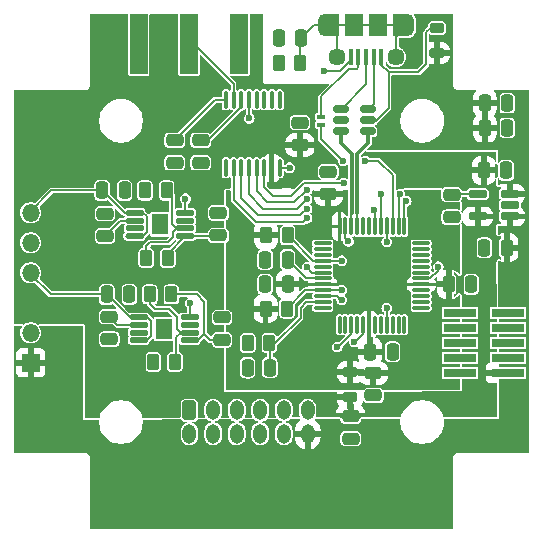
<source format=gbr>
%TF.GenerationSoftware,KiCad,Pcbnew,8.0.8*%
%TF.CreationDate,2025-04-15T16:11:59+02:00*%
%TF.ProjectId,gFocus,67466f63-7573-42e6-9b69-6361645f7063,rev?*%
%TF.SameCoordinates,Original*%
%TF.FileFunction,Copper,L1,Top*%
%TF.FilePolarity,Positive*%
%FSLAX46Y46*%
G04 Gerber Fmt 4.6, Leading zero omitted, Abs format (unit mm)*
G04 Created by KiCad (PCBNEW 8.0.8) date 2025-04-15 16:11:59*
%MOMM*%
%LPD*%
G01*
G04 APERTURE LIST*
G04 Aperture macros list*
%AMRoundRect*
0 Rectangle with rounded corners*
0 $1 Rounding radius*
0 $2 $3 $4 $5 $6 $7 $8 $9 X,Y pos of 4 corners*
0 Add a 4 corners polygon primitive as box body*
4,1,4,$2,$3,$4,$5,$6,$7,$8,$9,$2,$3,0*
0 Add four circle primitives for the rounded corners*
1,1,$1+$1,$2,$3*
1,1,$1+$1,$4,$5*
1,1,$1+$1,$6,$7*
1,1,$1+$1,$8,$9*
0 Add four rect primitives between the rounded corners*
20,1,$1+$1,$2,$3,$4,$5,0*
20,1,$1+$1,$4,$5,$6,$7,0*
20,1,$1+$1,$6,$7,$8,$9,0*
20,1,$1+$1,$8,$9,$2,$3,0*%
G04 Aperture macros list end*
%TA.AperFunction,ComponentPad*%
%ADD10R,1.500000X1.500000*%
%TD*%
%TA.AperFunction,ComponentPad*%
%ADD11O,1.500000X1.500000*%
%TD*%
%TA.AperFunction,SMDPad,CuDef*%
%ADD12RoundRect,0.250000X0.475000X-0.250000X0.475000X0.250000X-0.475000X0.250000X-0.475000X-0.250000X0*%
%TD*%
%TA.AperFunction,SMDPad,CuDef*%
%ADD13RoundRect,0.250000X0.250000X0.475000X-0.250000X0.475000X-0.250000X-0.475000X0.250000X-0.475000X0*%
%TD*%
%TA.AperFunction,SMDPad,CuDef*%
%ADD14RoundRect,0.250000X-0.250000X-0.475000X0.250000X-0.475000X0.250000X0.475000X-0.250000X0.475000X0*%
%TD*%
%TA.AperFunction,SMDPad,CuDef*%
%ADD15RoundRect,0.250000X0.262500X0.450000X-0.262500X0.450000X-0.262500X-0.450000X0.262500X-0.450000X0*%
%TD*%
%TA.AperFunction,SMDPad,CuDef*%
%ADD16RoundRect,0.250000X-0.475000X0.250000X-0.475000X-0.250000X0.475000X-0.250000X0.475000X0.250000X0*%
%TD*%
%TA.AperFunction,SMDPad,CuDef*%
%ADD17RoundRect,0.250000X-0.262500X-0.450000X0.262500X-0.450000X0.262500X0.450000X-0.262500X0.450000X0*%
%TD*%
%TA.AperFunction,SMDPad,CuDef*%
%ADD18R,0.400000X1.350000*%
%TD*%
%TA.AperFunction,HeatsinkPad*%
%ADD19O,1.200000X1.900000*%
%TD*%
%TA.AperFunction,SMDPad,CuDef*%
%ADD20R,1.200000X1.900000*%
%TD*%
%TA.AperFunction,HeatsinkPad*%
%ADD21C,1.450000*%
%TD*%
%TA.AperFunction,SMDPad,CuDef*%
%ADD22R,1.500000X1.900000*%
%TD*%
%TA.AperFunction,SMDPad,CuDef*%
%ADD23RoundRect,0.060000X0.675000X0.180000X-0.675000X0.180000X-0.675000X-0.180000X0.675000X-0.180000X0*%
%TD*%
%TA.AperFunction,SMDPad,CuDef*%
%ADD24R,1.425000X1.760000*%
%TD*%
%TA.AperFunction,SMDPad,CuDef*%
%ADD25RoundRect,0.150000X-0.512500X-0.150000X0.512500X-0.150000X0.512500X0.150000X-0.512500X0.150000X0*%
%TD*%
%TA.AperFunction,ComponentPad*%
%ADD26RoundRect,0.250000X-0.350000X-0.575000X0.350000X-0.575000X0.350000X0.575000X-0.350000X0.575000X0*%
%TD*%
%TA.AperFunction,ComponentPad*%
%ADD27O,1.200000X1.650000*%
%TD*%
%TA.AperFunction,SMDPad,CuDef*%
%ADD28RoundRect,0.075000X0.075000X-0.662500X0.075000X0.662500X-0.075000X0.662500X-0.075000X-0.662500X0*%
%TD*%
%TA.AperFunction,SMDPad,CuDef*%
%ADD29RoundRect,0.075000X0.662500X-0.075000X0.662500X0.075000X-0.662500X0.075000X-0.662500X-0.075000X0*%
%TD*%
%TA.AperFunction,SMDPad,CuDef*%
%ADD30R,2.790000X0.740000*%
%TD*%
%TA.AperFunction,SMDPad,CuDef*%
%ADD31RoundRect,0.050000X-0.300000X0.150000X-0.300000X-0.150000X0.300000X-0.150000X0.300000X0.150000X0*%
%TD*%
%TA.AperFunction,SMDPad,CuDef*%
%ADD32RoundRect,0.143500X-0.061500X0.591500X-0.061500X-0.591500X0.061500X-0.591500X0.061500X0.591500X0*%
%TD*%
%TA.AperFunction,SMDPad,CuDef*%
%ADD33RoundRect,0.218750X-0.381250X0.218750X-0.381250X-0.218750X0.381250X-0.218750X0.381250X0.218750X0*%
%TD*%
%TA.AperFunction,SMDPad,CuDef*%
%ADD34RoundRect,0.162500X0.617500X0.162500X-0.617500X0.162500X-0.617500X-0.162500X0.617500X-0.162500X0*%
%TD*%
%TA.AperFunction,SMDPad,CuDef*%
%ADD35R,1.500000X5.080000*%
%TD*%
%TA.AperFunction,ViaPad*%
%ADD36C,0.600000*%
%TD*%
%TA.AperFunction,Conductor*%
%ADD37C,0.200000*%
%TD*%
%TA.AperFunction,Conductor*%
%ADD38C,0.350000*%
%TD*%
G04 APERTURE END LIST*
D10*
%TO.P,U1,1,VIN+*%
%TO.N,+5V*%
X125500000Y-105382500D03*
D11*
%TO.P,U1,2,VIN-*%
%TO.N,GND*%
X125500000Y-102842500D03*
%TO.P,U1,4,VOUT-*%
%TO.N,-15V*%
X125500000Y-97762500D03*
%TO.P,U1,5,0V*%
%TO.N,GND*%
X125500000Y-95222500D03*
%TO.P,U1,6,VOUT+*%
%TO.N,+15V*%
X125500000Y-92682500D03*
%TD*%
D12*
%TO.P,C9,1*%
%TO.N,VDD*%
X150700000Y-91100000D03*
%TO.P,C9,2*%
%TO.N,GND*%
X150700000Y-89200000D03*
%TD*%
D13*
%TO.P,C7,1*%
%TO.N,GND*%
X165850000Y-83400000D03*
%TO.P,C7,2*%
%TO.N,+5V*%
X163950000Y-83400000D03*
%TD*%
D14*
%TO.P,C25,1*%
%TO.N,GND*%
X146500000Y-77900000D03*
%TO.P,C25,2*%
%TO.N,Net-(J4-Shield)*%
X148400000Y-77900000D03*
%TD*%
D15*
%TO.P,R8,1*%
%TO.N,Net-(J4-Shield)*%
X148325000Y-80000000D03*
%TO.P,R8,2*%
%TO.N,GND*%
X146500000Y-80000000D03*
%TD*%
D12*
%TO.P,C5,1*%
%TO.N,+12V*%
X141400000Y-94600000D03*
%TO.P,C5,2*%
%TO.N,GND*%
X141400000Y-92700000D03*
%TD*%
D16*
%TO.P,C10,1*%
%TO.N,-12V*%
X139900000Y-86550000D03*
%TO.P,C10,2*%
%TO.N,GND*%
X139900000Y-88450000D03*
%TD*%
%TO.P,C12,1*%
%TO.N,+12V*%
X137700000Y-86550000D03*
%TO.P,C12,2*%
%TO.N,GND*%
X137700000Y-88450000D03*
%TD*%
D12*
%TO.P,C6,1*%
%TO.N,-12V*%
X141700000Y-103450000D03*
%TO.P,C6,2*%
%TO.N,GND*%
X141700000Y-101550000D03*
%TD*%
D14*
%TO.P,C19,1*%
%TO.N,VDD*%
X160900000Y-98750000D03*
%TO.P,C19,2*%
%TO.N,GND*%
X162800000Y-98750000D03*
%TD*%
%TO.P,C22,2*%
%TO.N,+5V*%
X165800000Y-95650000D03*
%TO.P,C22,1*%
%TO.N,GND*%
X163900000Y-95650000D03*
%TD*%
D13*
%TO.P,C17,1*%
%TO.N,VDD*%
X147250000Y-98750000D03*
%TO.P,C17,2*%
%TO.N,GND*%
X145350000Y-98750000D03*
%TD*%
%TO.P,C23,2*%
%TO.N,+3.3V*%
X163850000Y-89100000D03*
%TO.P,C23,1*%
%TO.N,GND*%
X165750000Y-89100000D03*
%TD*%
D17*
%TO.P,R7,1*%
%TO.N,VDD*%
X145425000Y-94600000D03*
%TO.P,R7,2*%
%TO.N,RESET*%
X147250000Y-94600000D03*
%TD*%
D15*
%TO.P,R4,1*%
%TO.N,Net-(U2-FB)*%
X137712500Y-105300000D03*
%TO.P,R4,2*%
%TO.N,GND*%
X135887500Y-105300000D03*
%TD*%
D12*
%TO.P,C14,1*%
%TO.N,+3.3V*%
X148300000Y-86950000D03*
%TO.P,C14,2*%
%TO.N,GND*%
X148300000Y-85050000D03*
%TD*%
D18*
%TO.P,J4,1,VBUS*%
%TO.N,+5V_USB*%
X155200000Y-79500000D03*
%TO.P,J4,2,D-*%
%TO.N,Net-(J4-D-)*%
X154550000Y-79500000D03*
%TO.P,J4,3,D+*%
%TO.N,Net-(J4-D+)*%
X153900000Y-79500000D03*
%TO.P,J4,4,ID*%
%TO.N,Net-(D1-K)*%
X153250000Y-79500000D03*
%TO.P,J4,5,GND*%
%TO.N,GND*%
X152600000Y-79500000D03*
D19*
%TO.P,J4,6,Shield*%
%TO.N,Net-(J4-Shield)*%
X157400000Y-76800000D03*
D20*
X156800000Y-76800000D03*
D21*
X156400000Y-79500000D03*
D22*
X154900000Y-76800000D03*
X152900000Y-76800000D03*
D21*
X151400000Y-79500000D03*
D20*
X151000000Y-76800000D03*
D19*
X150400000Y-76800000D03*
%TD*%
D12*
%TO.P,C3,1*%
%TO.N,Net-(U3-NR{slash}SS)*%
X131800000Y-94650000D03*
%TO.P,C3,2*%
%TO.N,GND*%
X131800000Y-92750000D03*
%TD*%
D14*
%TO.P,C16,1*%
%TO.N,GND*%
X145350000Y-96650000D03*
%TO.P,C16,2*%
%TO.N,Net-(U5-VDDCORE)*%
X147250000Y-96650000D03*
%TD*%
D23*
%TO.P,U3,1,OUT*%
%TO.N,+12V*%
X138600000Y-94650000D03*
%TO.P,U3,2,FB*%
%TO.N,Net-(U3-FB)*%
X138600000Y-94000000D03*
%TO.P,U3,3*%
%TO.N,N/C*%
X138600000Y-93350000D03*
%TO.P,U3,4,GND*%
%TO.N,GND*%
X138600000Y-92700000D03*
%TO.P,U3,5,EN*%
%TO.N,+15V*%
X134300000Y-92700000D03*
%TO.P,U3,6,NR/SS*%
%TO.N,Net-(U3-NR{slash}SS)*%
X134300000Y-93350000D03*
%TO.P,U3,7,DNC*%
%TO.N,unconnected-(U3-DNC-Pad7)*%
X134300000Y-94000000D03*
%TO.P,U3,8,IN*%
%TO.N,+15V*%
X134300000Y-94650000D03*
D24*
%TO.P,U3,9,EP*%
%TO.N,GND*%
X136450000Y-93675000D03*
%TD*%
D16*
%TO.P,C21,1*%
%TO.N,+3.3V*%
X152600000Y-109900000D03*
%TO.P,C21,2*%
%TO.N,GND*%
X152600000Y-111800000D03*
%TD*%
D25*
%TO.P,U6,1*%
%TO.N,Net-(J4-D+)*%
X151762500Y-83900000D03*
%TO.P,U6,2,VN*%
%TO.N,GND*%
X151762500Y-84850000D03*
%TO.P,U6,3*%
%TO.N,D+*%
X151762500Y-85800000D03*
%TO.P,U6,4*%
%TO.N,D-*%
X154037500Y-85800000D03*
%TO.P,U6,5,VP*%
%TO.N,+5V_USB*%
X154037500Y-84850000D03*
%TO.P,U6,6*%
%TO.N,Net-(J4-D-)*%
X154037500Y-83900000D03*
%TD*%
D14*
%TO.P,C1,1*%
%TO.N,+15V*%
X131550000Y-90800000D03*
%TO.P,C1,2*%
%TO.N,GND*%
X133450000Y-90800000D03*
%TD*%
D15*
%TO.P,R1,1*%
%TO.N,Net-(U3-FB)*%
X137012500Y-90800000D03*
%TO.P,R1,2*%
%TO.N,GND*%
X135187500Y-90800000D03*
%TD*%
D14*
%TO.P,C8,1*%
%TO.N,+5V*%
X163950000Y-85500000D03*
%TO.P,C8,2*%
%TO.N,GND*%
X165850000Y-85500000D03*
%TD*%
D16*
%TO.P,C20,1*%
%TO.N,VDD*%
X154500000Y-106250000D03*
%TO.P,C20,2*%
%TO.N,GND*%
X154500000Y-108150000D03*
%TD*%
D12*
%TO.P,C24,2*%
%TO.N,Net-(U8-BP)*%
X161150000Y-91150000D03*
%TO.P,C24,1*%
%TO.N,GND*%
X161150000Y-93050000D03*
%TD*%
D14*
%TO.P,C2,1*%
%TO.N,-15V*%
X131950000Y-99600000D03*
%TO.P,C2,2*%
%TO.N,GND*%
X133850000Y-99600000D03*
%TD*%
D26*
%TO.P,J3,1,Pin_1*%
%TO.N,unconnected-(J3-Pin_1-Pad1)*%
X138945000Y-109400000D03*
D27*
%TO.P,J3,2,Pin_2*%
%TO.N,GND*%
X138945000Y-111400000D03*
%TO.P,J3,3,Pin_3*%
%TO.N,unconnected-(J3-Pin_3-Pad3)*%
X140945000Y-109400000D03*
%TO.P,J3,4,Pin_4*%
%TO.N,unconnected-(J3-Pin_4-Pad4)*%
X140945000Y-111400000D03*
%TO.P,J3,5,Pin_5*%
%TO.N,unconnected-(J3-Pin_5-Pad5)*%
X142945000Y-109400000D03*
%TO.P,J3,6,Pin_6*%
%TO.N,unconnected-(J3-Pin_6-Pad6)*%
X142945000Y-111400000D03*
%TO.P,J3,7,Pin_7*%
%TO.N,unconnected-(J3-Pin_7-Pad7)*%
X144945000Y-109400000D03*
%TO.P,J3,8,Pin_8*%
%TO.N,S_CLK*%
X144945000Y-111400000D03*
%TO.P,J3,9,Pin_9*%
%TO.N,S_DIN*%
X146945000Y-109400000D03*
%TO.P,J3,10,Pin_10*%
%TO.N,Net-(J3-Pin_10)*%
X146945000Y-111400000D03*
%TO.P,J3,11,Pin_11*%
%TO.N,unconnected-(J3-Pin_11-Pad11)*%
X148945000Y-109400000D03*
%TO.P,J3,12,Pin_12*%
%TO.N,+5V*%
X148945000Y-111400000D03*
%TD*%
D28*
%TO.P,U5,1,PA00*%
%TO.N,unconnected-(U5-PA00-Pad1)*%
X151650000Y-102162500D03*
%TO.P,U5,2,PA01*%
%TO.N,unconnected-(U5-PA01-Pad2)*%
X152150000Y-102162500D03*
%TO.P,U5,3,PA02*%
%TO.N,S_CLK*%
X152650000Y-102162500D03*
%TO.P,U5,4,PA03*%
%TO.N,unconnected-(U5-PA03-Pad4)*%
X153150000Y-102162500D03*
%TO.P,U5,5,GNDANA*%
%TO.N,GND*%
X153650000Y-102162500D03*
%TO.P,U5,6,VDDANA*%
%TO.N,VDD*%
X154150000Y-102162500D03*
%TO.P,U5,7,PB08*%
%TO.N,unconnected-(U5-PB08-Pad7)*%
X154650000Y-102162500D03*
%TO.P,U5,8,PB09*%
%TO.N,unconnected-(U5-PB09-Pad8)*%
X155150000Y-102162500D03*
%TO.P,U5,9,PA04*%
%TO.N,S_DIN*%
X155650000Y-102162500D03*
%TO.P,U5,10,PA05*%
%TO.N,unconnected-(U5-PA05-Pad10)*%
X156150000Y-102162500D03*
%TO.P,U5,11,PA06*%
%TO.N,unconnected-(U5-PA06-Pad11)*%
X156650000Y-102162500D03*
%TO.P,U5,12,PA07*%
%TO.N,unconnected-(U5-PA07-Pad12)*%
X157150000Y-102162500D03*
D29*
%TO.P,U5,13,PA08*%
%TO.N,unconnected-(U5-PA08-Pad13)*%
X158562500Y-100750000D03*
%TO.P,U5,14,PA09*%
%TO.N,unconnected-(U5-PA09-Pad14)*%
X158562500Y-100250000D03*
%TO.P,U5,15,PA10*%
%TO.N,unconnected-(U5-PA10-Pad15)*%
X158562500Y-99750000D03*
%TO.P,U5,16,PA11*%
%TO.N,unconnected-(U5-PA11-Pad16)*%
X158562500Y-99250000D03*
%TO.P,U5,17,VDDIO*%
%TO.N,VDD*%
X158562500Y-98750000D03*
%TO.P,U5,18,GND*%
%TO.N,GND*%
X158562500Y-98250000D03*
%TO.P,U5,19,PB10*%
%TO.N,unconnected-(U5-PB10-Pad19)*%
X158562500Y-97750000D03*
%TO.P,U5,20,PB11*%
%TO.N,unconnected-(U5-PB11-Pad20)*%
X158562500Y-97250000D03*
%TO.P,U5,21,PA12*%
%TO.N,unconnected-(U5-PA12-Pad21)*%
X158562500Y-96750000D03*
%TO.P,U5,22,PA13*%
%TO.N,unconnected-(U5-PA13-Pad22)*%
X158562500Y-96250000D03*
%TO.P,U5,23,PA14*%
%TO.N,unconnected-(U5-PA14-Pad23)*%
X158562500Y-95750000D03*
%TO.P,U5,24,PA15*%
%TO.N,unconnected-(U5-PA15-Pad24)*%
X158562500Y-95250000D03*
D28*
%TO.P,U5,25,PA16*%
%TO.N,MOSI*%
X157150000Y-93837500D03*
%TO.P,U5,26,PA17*%
%TO.N,CLK*%
X156650000Y-93837500D03*
%TO.P,U5,27,PA18*%
%TO.N,ID*%
X156150000Y-93837500D03*
%TO.P,U5,28,PA19*%
%TO.N,MISO*%
X155650000Y-93837500D03*
%TO.P,U5,29,PA20*%
%TO.N,SYNC*%
X155150000Y-93837500D03*
%TO.P,U5,30,PA21*%
%TO.N,LDAC*%
X154650000Y-93837500D03*
%TO.P,U5,31,PA22*%
%TO.N,unconnected-(U5-PA22-Pad31)*%
X154150000Y-93837500D03*
%TO.P,U5,32,PA23*%
%TO.N,unconnected-(U5-PA23-Pad32)*%
X153650000Y-93837500D03*
%TO.P,U5,33,PA24*%
%TO.N,D-*%
X153150000Y-93837500D03*
%TO.P,U5,34,PA25*%
%TO.N,D+*%
X152650000Y-93837500D03*
%TO.P,U5,35,GND*%
%TO.N,GND*%
X152150000Y-93837500D03*
%TO.P,U5,36,VDDIO*%
%TO.N,VDD*%
X151650000Y-93837500D03*
D29*
%TO.P,U5,37,PB22*%
%TO.N,unconnected-(U5-PB22-Pad37)*%
X150237500Y-95250000D03*
%TO.P,U5,38,PB23*%
%TO.N,unconnected-(U5-PB23-Pad38)*%
X150237500Y-95750000D03*
%TO.P,U5,39,PA27*%
%TO.N,unconnected-(U5-PA27-Pad39)*%
X150237500Y-96250000D03*
%TO.P,U5,40,~{RESET}*%
%TO.N,RESET*%
X150237500Y-96750000D03*
%TO.P,U5,41,PA28*%
%TO.N,unconnected-(U5-PA28-Pad41)*%
X150237500Y-97250000D03*
%TO.P,U5,42,GND*%
%TO.N,GND*%
X150237500Y-97750000D03*
%TO.P,U5,43,VDDCORE*%
%TO.N,Net-(U5-VDDCORE)*%
X150237500Y-98250000D03*
%TO.P,U5,44,VDDIN*%
%TO.N,VDD*%
X150237500Y-98750000D03*
%TO.P,U5,45,PA30*%
%TO.N,SWDCLK*%
X150237500Y-99250000D03*
%TO.P,U5,46,PA31*%
%TO.N,SWDIO*%
X150237500Y-99750000D03*
%TO.P,U5,47,PB02*%
%TO.N,S_OUT*%
X150237500Y-100250000D03*
%TO.P,U5,48,PB03*%
%TO.N,unconnected-(U5-PB03-Pad48)*%
X150237500Y-100750000D03*
%TD*%
D14*
%TO.P,C18,1*%
%TO.N,VDD*%
X154250000Y-104450000D03*
%TO.P,C18,2*%
%TO.N,GND*%
X156150000Y-104450000D03*
%TD*%
D30*
%TO.P,J1,01,01*%
%TO.N,+3.3V*%
X165920000Y-106250000D03*
%TO.P,J1,02,02*%
%TO.N,SWDIO*%
X161850000Y-106250000D03*
%TO.P,J1,03,03*%
%TO.N,GND*%
X165920000Y-104980000D03*
%TO.P,J1,04,04*%
%TO.N,SWDCLK*%
X161850000Y-104980000D03*
%TO.P,J1,05,05*%
%TO.N,GND*%
X165920000Y-103710000D03*
%TO.P,J1,06,06*%
%TO.N,unconnected-(J1-Pad06)*%
X161850000Y-103710000D03*
%TO.P,J1,07,07*%
%TO.N,unconnected-(J1-Pad07)*%
X165920000Y-102440000D03*
%TO.P,J1,08,08*%
%TO.N,unconnected-(J1-Pad08)*%
X161850000Y-102440000D03*
%TO.P,J1,09,09*%
%TO.N,unconnected-(J1-Pad09)*%
X165920000Y-101170000D03*
%TO.P,J1,10,10*%
%TO.N,RESET*%
X161850000Y-101170000D03*
%TD*%
D15*
%TO.P,R2,1*%
%TO.N,+12V*%
X137112500Y-96500000D03*
%TO.P,R2,2*%
%TO.N,Net-(U3-FB)*%
X135287500Y-96500000D03*
%TD*%
D31*
%TO.P,D1,1,K*%
%TO.N,Net-(D1-K)*%
X150100000Y-84550000D03*
%TO.P,D1,2,A*%
%TO.N,ID*%
X150100000Y-85250000D03*
%TD*%
D32*
%TO.P,U4,1,~{ALERT}*%
%TO.N,unconnected-(U4-~{ALERT}-Pad1)*%
X146575000Y-83130000D03*
%TO.P,U4,2,~{CLEAR}*%
%TO.N,unconnected-(U4-~{CLEAR}-Pad2)*%
X145925000Y-83130000D03*
%TO.P,U4,3,~{RESET}*%
%TO.N,unconnected-(U4-~{RESET}-Pad3)*%
X145275000Y-83130000D03*
%TO.P,U4,4,VREFIN*%
%TO.N,unconnected-(U4-VREFIN-Pad4)*%
X144625000Y-83130000D03*
%TO.P,U4,5,AGND*%
%TO.N,GND*%
X143975000Y-83130000D03*
%TO.P,U4,6,VSS*%
%TO.N,-12V*%
X143325000Y-83130000D03*
%TO.P,U4,7,VOUT*%
%TO.N,Net-(J2-In)*%
X142675000Y-83130000D03*
%TO.P,U4,8,VDD*%
%TO.N,+12V*%
X142025000Y-83130000D03*
%TO.P,U4,9*%
%TO.N,N/C*%
X142025000Y-88870000D03*
%TO.P,U4,10,SDO*%
%TO.N,MISO*%
X142675000Y-88870000D03*
%TO.P,U4,11,~{LDAC}*%
%TO.N,LDAC*%
X143325000Y-88870000D03*
%TO.P,U4,12,SDI*%
%TO.N,MOSI*%
X143975000Y-88870000D03*
%TO.P,U4,13,~{SYNC}*%
%TO.N,SYNC*%
X144625000Y-88870000D03*
%TO.P,U4,14,SCLK*%
%TO.N,CLK*%
X145275000Y-88870000D03*
%TO.P,U4,15,DVCC*%
%TO.N,+3.3V*%
X145925000Y-88870000D03*
%TO.P,U4,16,DGND*%
%TO.N,GND*%
X146575000Y-88870000D03*
%TD*%
D17*
%TO.P,R6,1*%
%TO.N,VDD*%
X145387500Y-100800000D03*
%TO.P,R6,2*%
%TO.N,SWDCLK*%
X147212500Y-100800000D03*
%TD*%
D16*
%TO.P,C4,1*%
%TO.N,Net-(U2-NR{slash}SS)*%
X132150000Y-101475000D03*
%TO.P,C4,2*%
%TO.N,GND*%
X132150000Y-103375000D03*
%TD*%
D17*
%TO.P,R5,1*%
%TO.N,Net-(J3-Pin_10)*%
X143887500Y-103700000D03*
%TO.P,R5,2*%
%TO.N,S_OUT*%
X145712500Y-103700000D03*
%TD*%
D33*
%TO.P,L2,1,1*%
%TO.N,VDD*%
X152550000Y-106187500D03*
%TO.P,L2,2,2*%
%TO.N,+3.3V*%
X152550000Y-108312500D03*
%TD*%
D34*
%TO.P,U8,5,OUT*%
%TO.N,+3.3V*%
X163350000Y-93000000D03*
%TO.P,U8,4,BP*%
%TO.N,Net-(U8-BP)*%
X163350000Y-91100000D03*
%TO.P,U8,3,EN*%
%TO.N,+5V*%
X166050000Y-91100000D03*
%TO.P,U8,2,GND*%
%TO.N,GND*%
X166050000Y-92050000D03*
%TO.P,U8,1,IN*%
%TO.N,+5V*%
X166050000Y-93000000D03*
%TD*%
D23*
%TO.P,U2,1,OUT*%
%TO.N,-12V*%
X138950000Y-103475000D03*
%TO.P,U2,2,FB*%
%TO.N,Net-(U2-FB)*%
X138950000Y-102825000D03*
%TO.P,U2,3*%
%TO.N,N/C*%
X138950000Y-102175000D03*
%TO.P,U2,4,GND*%
%TO.N,GND*%
X138950000Y-101525000D03*
%TO.P,U2,5,EN*%
%TO.N,-15V*%
X134650000Y-101525000D03*
%TO.P,U2,6,NR/SS*%
%TO.N,Net-(U2-NR{slash}SS)*%
X134650000Y-102175000D03*
%TO.P,U2,7,DNC*%
%TO.N,unconnected-(U2-DNC-Pad7)*%
X134650000Y-102825000D03*
%TO.P,U2,8,IN*%
%TO.N,-15V*%
X134650000Y-103475000D03*
D24*
%TO.P,U2,9,THERMAL_PAD*%
%TO.N,GND*%
X136800000Y-102500000D03*
%TD*%
D15*
%TO.P,R3,1*%
%TO.N,-12V*%
X137412500Y-99600000D03*
%TO.P,R3,2*%
%TO.N,Net-(U2-FB)*%
X135587500Y-99600000D03*
%TD*%
D13*
%TO.P,C15,1*%
%TO.N,S_OUT*%
X145762500Y-105800000D03*
%TO.P,C15,2*%
%TO.N,GND*%
X143862500Y-105800000D03*
%TD*%
D33*
%TO.P,L1,1,1*%
%TO.N,+5V_USB*%
X159900000Y-77037500D03*
%TO.P,L1,2,2*%
%TO.N,+5V*%
X159900000Y-79162500D03*
%TD*%
D35*
%TO.P,J2,1,In*%
%TO.N,Net-(J2-In)*%
X138900000Y-78400000D03*
%TO.P,J2,2,Ext*%
%TO.N,GND*%
X134650000Y-78400000D03*
X143150000Y-78400000D03*
%TD*%
D36*
%TO.N,GND*%
X152400000Y-95100000D03*
X133400000Y-90800000D03*
X132100000Y-103400000D03*
X165920000Y-103690000D03*
X136800000Y-102500000D03*
X152900000Y-103600000D03*
X162800000Y-98750000D03*
X143100000Y-78000000D03*
X150300000Y-80700000D03*
X141400000Y-92700000D03*
X165935000Y-104977500D03*
X161150000Y-93050000D03*
X150700000Y-89250000D03*
X148300000Y-85100000D03*
X156150000Y-104450000D03*
X165800000Y-89100000D03*
X145350000Y-96650000D03*
X134600000Y-78000000D03*
X148900000Y-97300000D03*
X165900000Y-83400000D03*
X131800000Y-92700000D03*
X141700000Y-101550000D03*
X135100000Y-90800000D03*
X160000000Y-97250000D03*
X146500000Y-80000000D03*
X166050000Y-92050000D03*
X135900000Y-105400000D03*
X139900000Y-88500000D03*
X143900000Y-106300000D03*
X163950000Y-95650000D03*
X146500000Y-77900000D03*
X136450000Y-93675000D03*
X145350000Y-98750000D03*
X151762500Y-84900000D03*
X147420000Y-88870000D03*
X133900000Y-99600000D03*
X165800000Y-85500000D03*
X139000000Y-100350000D03*
X154400000Y-108200000D03*
X152550000Y-111800000D03*
X137700000Y-88500000D03*
X138600000Y-91500000D03*
X144000000Y-84700000D03*
%TO.N,+12V*%
X137112500Y-96500000D03*
X137700000Y-86550000D03*
%TO.N,-12V*%
X139900000Y-86550000D03*
X137412500Y-99600000D03*
%TO.N,SWDIO*%
X161850000Y-106250000D03*
X151850000Y-100050003D03*
%TO.N,SWDCLK*%
X161850000Y-104980000D03*
X151850000Y-99250000D03*
%TO.N,S_DIN*%
X155650000Y-100750000D03*
%TO.N,Net-(J3-Pin_10)*%
X143887500Y-103700000D03*
%TO.N,S_CLK*%
X151450000Y-104050000D03*
%TO.N,SYNC*%
X155150000Y-91100000D03*
X148900000Y-90750000D03*
%TO.N,CLK*%
X152000000Y-90150000D03*
X156750000Y-91100000D03*
%TO.N,LDAC*%
X148900000Y-92350006D03*
X154550000Y-92450000D03*
%TO.N,MISO*%
X155650000Y-95150000D03*
X148900000Y-93150009D03*
%TO.N,MOSI*%
X157300000Y-91700000D03*
X148900000Y-91550003D03*
%TO.N,ID*%
X153850000Y-88300000D03*
X151950000Y-88300000D03*
%TO.N,RESET*%
X161850000Y-101170000D03*
X151850000Y-96750000D03*
%TD*%
D37*
%TO.N,CLK*%
X147579756Y-91250000D02*
X148679756Y-90150000D01*
X148679756Y-90150000D02*
X152000000Y-90150000D01*
X146000000Y-91250000D02*
X147579756Y-91250000D01*
X145275000Y-90525000D02*
X146000000Y-91250000D01*
X145275000Y-88870000D02*
X145275000Y-90525000D01*
%TO.N,SYNC*%
X148879759Y-90750000D02*
X148900000Y-90750000D01*
X145550000Y-91800000D02*
X147829759Y-91800000D01*
X147829759Y-91800000D02*
X148879759Y-90750000D01*
X144625000Y-90875000D02*
X145550000Y-91800000D01*
X144625000Y-88870000D02*
X144625000Y-90875000D01*
%TO.N,MOSI*%
X148079762Y-92350000D02*
X148879759Y-91550003D01*
X148879759Y-91550003D02*
X148900000Y-91550003D01*
X143975000Y-91125000D02*
X145200000Y-92350000D01*
X145200000Y-92350000D02*
X148079762Y-92350000D01*
X143975000Y-88870000D02*
X143975000Y-91125000D01*
%TO.N,LDAC*%
X148659756Y-92570009D02*
X148679997Y-92570009D01*
X148679997Y-92570009D02*
X148900000Y-92350006D01*
X144750000Y-92900000D02*
X148329765Y-92900000D01*
X148329765Y-92900000D02*
X148659756Y-92570009D01*
X143325000Y-91475000D02*
X144750000Y-92900000D01*
X143325000Y-88870000D02*
X143325000Y-91475000D01*
%TO.N,MISO*%
X148600009Y-93450000D02*
X148900000Y-93150009D01*
X144550000Y-93450000D02*
X148600009Y-93450000D01*
X142675000Y-91575000D02*
X144550000Y-93450000D01*
X142675000Y-88870000D02*
X142675000Y-91575000D01*
%TO.N,GND*%
X138600000Y-91500000D02*
X138600000Y-92700000D01*
X139000000Y-101475000D02*
X138950000Y-101525000D01*
X139000000Y-100350000D02*
X139000000Y-101475000D01*
X147420000Y-88870000D02*
X146575000Y-88870000D01*
%TO.N,+15V*%
X135335000Y-93000001D02*
X135034999Y-92700000D01*
X135015778Y-94650000D02*
X135335000Y-94330778D01*
X134300000Y-94650000D02*
X135015778Y-94650000D01*
X134300000Y-94650000D02*
X133565001Y-94650000D01*
X131550000Y-90800000D02*
X132975000Y-92225000D01*
X132975000Y-92225000D02*
X133450000Y-92700000D01*
X125367500Y-92682500D02*
X127250000Y-90800000D01*
X135335000Y-94330778D02*
X135335000Y-93000001D01*
X127250000Y-90800000D02*
X131550000Y-90800000D01*
X133450000Y-92700000D02*
X134300000Y-92700000D01*
X135034999Y-92700000D02*
X134300000Y-92700000D01*
%TO.N,GND*%
X153650000Y-102162500D02*
X153650000Y-102932410D01*
X152150000Y-94850000D02*
X152400000Y-95100000D01*
X159332410Y-98250000D02*
X160000000Y-97582410D01*
X152600000Y-79749569D02*
X152600000Y-79500000D01*
X143975000Y-84675000D02*
X144000000Y-84700000D01*
X149350000Y-97750000D02*
X148900000Y-97300000D01*
X151649569Y-80700000D02*
X152600000Y-79749569D01*
X150237500Y-97750000D02*
X149350000Y-97750000D01*
X152150000Y-93837500D02*
X152150000Y-94850000D01*
X158562500Y-98250000D02*
X159332410Y-98250000D01*
X150300000Y-80700000D02*
X151649569Y-80700000D01*
X143975000Y-83130000D02*
X143975000Y-84675000D01*
X160000000Y-97582410D02*
X160000000Y-97250000D01*
X152982410Y-103600000D02*
X152900000Y-103600000D01*
X153650000Y-102932410D02*
X152982410Y-103600000D01*
%TO.N,-15V*%
X135384999Y-101525000D02*
X135685000Y-101825001D01*
X127205000Y-99600000D02*
X131950000Y-99600000D01*
X134650000Y-101525000D02*
X135384999Y-101525000D01*
X135365778Y-103475000D02*
X134650000Y-103475000D01*
X125367500Y-97762500D02*
X127205000Y-99600000D01*
X135685000Y-101825001D02*
X135685000Y-103155778D01*
X133375000Y-101025000D02*
X133875000Y-101525000D01*
X133875000Y-101525000D02*
X134650000Y-101525000D01*
X131950000Y-99600000D02*
X133375000Y-101025000D01*
X135685000Y-103155778D02*
X135365778Y-103475000D01*
%TO.N,Net-(U3-NR{slash}SS)*%
X131800000Y-94650000D02*
X133100000Y-93350000D01*
X133100000Y-93350000D02*
X134300000Y-93350000D01*
%TO.N,Net-(U2-NR{slash}SS)*%
X132150000Y-101475000D02*
X132850000Y-102175000D01*
X132850000Y-102175000D02*
X134650000Y-102175000D01*
%TO.N,+12V*%
X141600000Y-94650000D02*
X138600000Y-94650000D01*
X137112500Y-96500000D02*
X137112500Y-96137500D01*
X142025000Y-83130000D02*
X141120000Y-83130000D01*
X141120000Y-83130000D02*
X137700000Y-86550000D01*
X137112500Y-96137500D02*
X138600000Y-94650000D01*
%TO.N,-12V*%
X140690001Y-103450000D02*
X140200000Y-102959999D01*
X139900000Y-86550000D02*
X140539180Y-86550000D01*
X140539180Y-86550000D02*
X143325000Y-83764180D01*
X143325000Y-83764180D02*
X143325000Y-83130000D01*
X140200000Y-100200000D02*
X140200000Y-102959999D01*
X140200000Y-102959999D02*
X139684999Y-103475000D01*
X139684999Y-103475000D02*
X138950000Y-103475000D01*
X141800000Y-103450000D02*
X140690001Y-103450000D01*
X139600000Y-99600000D02*
X140200000Y-100200000D01*
X137412500Y-99600000D02*
X139600000Y-99600000D01*
%TO.N,S_OUT*%
X145762500Y-103750000D02*
X145712500Y-103700000D01*
X148350000Y-101575000D02*
X148350000Y-100750000D01*
X148350000Y-100750000D02*
X148850000Y-100250000D01*
X148850000Y-100250000D02*
X150237500Y-100250000D01*
X145762500Y-105800000D02*
X145762500Y-103750000D01*
X146225000Y-103700000D02*
X148350000Y-101575000D01*
X145712500Y-103700000D02*
X146225000Y-103700000D01*
X145762500Y-106200000D02*
X145762500Y-105621814D01*
%TO.N,Net-(U5-VDDCORE)*%
X148850000Y-98250000D02*
X150237500Y-98250000D01*
X147250000Y-96650000D02*
X148850000Y-98250000D01*
%TO.N,SWDIO*%
X151850000Y-100050003D02*
X151700003Y-100050003D01*
X151700003Y-100050003D02*
X151400000Y-99750000D01*
X151400000Y-99750000D02*
X150237500Y-99750000D01*
%TO.N,SWDCLK*%
X151850000Y-99250000D02*
X150237500Y-99250000D01*
X147212500Y-100800000D02*
X148762500Y-99250000D01*
X148762500Y-99250000D02*
X150237500Y-99250000D01*
%TO.N,Net-(J2-In)*%
X142675000Y-81775000D02*
X142675000Y-83130000D01*
X138900000Y-78000000D02*
X142675000Y-81775000D01*
%TO.N,S_DIN*%
X155650000Y-100750000D02*
X155650000Y-102162500D01*
%TO.N,S_CLK*%
X151450000Y-104050000D02*
X151532410Y-104050000D01*
X152650000Y-102932410D02*
X152650000Y-102162500D01*
X151532410Y-104050000D02*
X152650000Y-102932410D01*
%TO.N,+5V_USB*%
X155200000Y-79500000D02*
X155200000Y-80200000D01*
X155200000Y-80200000D02*
X155800000Y-80800000D01*
X155800000Y-80800000D02*
X158300000Y-80800000D01*
X154037500Y-84900000D02*
X154699999Y-84900000D01*
X159000000Y-80100000D02*
X159000000Y-77400000D01*
X159362500Y-77037500D02*
X159900000Y-77037500D01*
X155800000Y-83799999D02*
X155800000Y-80800000D01*
X159000000Y-77400000D02*
X159362500Y-77037500D01*
X158300000Y-80800000D02*
X159000000Y-80100000D01*
X154699999Y-84900000D02*
X155800000Y-83799999D01*
%TO.N,Net-(U3-FB)*%
X137462500Y-93662500D02*
X137800000Y-94000000D01*
X135287500Y-95512500D02*
X135600000Y-95200000D01*
X137565000Y-94752500D02*
X137565000Y-94319222D01*
X137800000Y-94000000D02*
X138600000Y-94000000D01*
X135600000Y-95200000D02*
X137117500Y-95200000D01*
X137117500Y-95200000D02*
X137565000Y-94752500D01*
X137462500Y-91250000D02*
X137462500Y-93662500D01*
X137884222Y-94000000D02*
X138600000Y-94000000D01*
X137012500Y-90800000D02*
X137462500Y-91250000D01*
X135287500Y-96500000D02*
X135287500Y-95512500D01*
X137565000Y-94319222D02*
X137884222Y-94000000D01*
%TO.N,Net-(U2-FB)*%
X136000000Y-100800000D02*
X137200000Y-100800000D01*
X135587500Y-100387500D02*
X136000000Y-100800000D01*
X137200000Y-100800000D02*
X137915000Y-101515000D01*
X135587500Y-99600000D02*
X135587500Y-100387500D01*
X137915000Y-101515000D02*
X137915000Y-102524999D01*
X137812500Y-105200000D02*
X137812500Y-103227501D01*
X137712500Y-105300000D02*
X137812500Y-105200000D01*
X138215001Y-102825000D02*
X138950000Y-102825000D01*
X137915000Y-102524999D02*
X138215001Y-102825000D01*
X137812500Y-103227501D02*
X138215001Y-102825000D01*
%TO.N,SYNC*%
X155150000Y-91100000D02*
X155150000Y-93837500D01*
%TO.N,CLK*%
X156750000Y-91100000D02*
X156650000Y-91200000D01*
X156650000Y-91200000D02*
X156650000Y-93837500D01*
%TO.N,LDAC*%
X154650000Y-92550000D02*
X154650000Y-93837500D01*
X154550000Y-92450000D02*
X154650000Y-92550000D01*
%TO.N,MISO*%
X155650000Y-95150000D02*
X155650000Y-93837500D01*
%TO.N,MOSI*%
X157150000Y-91850000D02*
X157150000Y-93837500D01*
X157300000Y-91700000D02*
X157150000Y-91850000D01*
%TO.N,ID*%
X154950000Y-88300000D02*
X156150000Y-89500000D01*
X156150000Y-89500000D02*
X156150000Y-93837500D01*
X150100000Y-85250000D02*
X150100000Y-86450000D01*
X150100000Y-86450000D02*
X151950000Y-88300000D01*
X153850000Y-88300000D02*
X154950000Y-88300000D01*
%TO.N,Net-(D1-K)*%
X153250000Y-80325000D02*
X153100000Y-80475000D01*
X153100000Y-80475000D02*
X152440255Y-80475000D01*
X150100000Y-82815255D02*
X150100000Y-84550000D01*
X153250000Y-79500000D02*
X153250000Y-80325000D01*
X152440255Y-80475000D02*
X150100000Y-82815255D01*
%TO.N,RESET*%
X147250000Y-94600000D02*
X149400000Y-96750000D01*
X151850000Y-96750000D02*
X150237500Y-96750000D01*
X149400000Y-96750000D02*
X150237500Y-96750000D01*
%TO.N,Net-(J4-D+)*%
X153900000Y-80181250D02*
X153900000Y-80725000D01*
X153900000Y-79500000D02*
X153900000Y-80181250D01*
X153900000Y-80725000D02*
X153900000Y-81812500D01*
X153900000Y-81812500D02*
X151762500Y-83950000D01*
%TO.N,Net-(J4-D-)*%
X154534375Y-83453125D02*
X154087500Y-83900000D01*
X154550000Y-81900000D02*
X154550000Y-83437500D01*
X154550000Y-83437500D02*
X154534375Y-83453125D01*
X154550000Y-79500000D02*
X154550000Y-81900000D01*
X154087500Y-83900000D02*
X154037500Y-83900000D01*
D38*
%TO.N,D-*%
X153125000Y-87706251D02*
X153125000Y-92683620D01*
D37*
X153150000Y-93837500D02*
X153150000Y-92800000D01*
D38*
X154037500Y-85800000D02*
X154037500Y-86793751D01*
X154037500Y-86793751D02*
X153125000Y-87706251D01*
%TO.N,D+*%
X152675000Y-87706251D02*
X152675000Y-92683620D01*
X151762500Y-86793751D02*
X152675000Y-87706251D01*
X151762500Y-85800000D02*
X151762500Y-86793751D01*
D37*
X152650000Y-93837500D02*
X152650000Y-92800000D01*
%TO.N,Net-(J4-Shield)*%
X151400000Y-79500000D02*
X151400000Y-77200000D01*
X156400000Y-77800000D02*
X157400000Y-76800000D01*
X148325000Y-77975000D02*
X148400000Y-77900000D01*
X149500000Y-76800000D02*
X150400000Y-76800000D01*
X151400000Y-77200000D02*
X151000000Y-76800000D01*
X156400000Y-79500000D02*
X156400000Y-77800000D01*
X148325000Y-80000000D02*
X148325000Y-77975000D01*
X148400000Y-77900000D02*
X149500000Y-76800000D01*
X151000000Y-76800000D02*
X157400000Y-76800000D01*
%TO.N,Net-(U8-BP)*%
X163350000Y-91100000D02*
X161200000Y-91100000D01*
X161200000Y-91100000D02*
X161150000Y-91150000D01*
%TD*%
%TA.AperFunction,Conductor*%
%TO.N,VDD*%
G36*
X160269810Y-90768332D02*
G01*
X160284249Y-90802944D01*
X160283646Y-90810732D01*
X160274500Y-90868481D01*
X160274500Y-91431517D01*
X160289353Y-91525303D01*
X160346945Y-91638335D01*
X160346950Y-91638342D01*
X160436657Y-91728049D01*
X160436664Y-91728054D01*
X160549691Y-91785644D01*
X160549692Y-91785644D01*
X160549696Y-91785646D01*
X160643481Y-91800500D01*
X161656518Y-91800499D01*
X161750304Y-91785646D01*
X161778756Y-91771148D01*
X161816141Y-91768206D01*
X161844659Y-91792562D01*
X161850000Y-91814808D01*
X161850000Y-92385191D01*
X161835648Y-92419839D01*
X161801000Y-92434191D01*
X161778755Y-92428850D01*
X161750307Y-92414355D01*
X161750305Y-92414354D01*
X161750304Y-92414354D01*
X161656519Y-92399500D01*
X161656517Y-92399500D01*
X160643482Y-92399500D01*
X160549696Y-92414353D01*
X160436664Y-92471945D01*
X160436657Y-92471950D01*
X160346950Y-92561657D01*
X160346945Y-92561664D01*
X160289355Y-92674690D01*
X160289355Y-92674692D01*
X160289354Y-92674694D01*
X160289354Y-92674696D01*
X160274500Y-92768481D01*
X160274500Y-92768482D01*
X160274500Y-93331517D01*
X160289353Y-93425303D01*
X160346945Y-93538335D01*
X160346950Y-93538342D01*
X160436657Y-93628049D01*
X160436664Y-93628054D01*
X160549691Y-93685644D01*
X160549692Y-93685644D01*
X160549696Y-93685646D01*
X160643481Y-93700500D01*
X161656518Y-93700499D01*
X161750304Y-93685646D01*
X161778756Y-93671148D01*
X161816141Y-93668206D01*
X161844659Y-93692562D01*
X161850000Y-93714808D01*
X161850000Y-97808457D01*
X161835648Y-97843105D01*
X161801000Y-97857457D01*
X161766352Y-97843105D01*
X161759295Y-97834181D01*
X161742317Y-97806656D01*
X161618343Y-97682682D01*
X161469122Y-97590642D01*
X161302693Y-97535493D01*
X161199981Y-97525000D01*
X161150000Y-97525000D01*
X161150000Y-99974999D01*
X161199980Y-99974999D01*
X161302693Y-99964506D01*
X161469122Y-99909357D01*
X161618343Y-99817317D01*
X161742320Y-99693340D01*
X161759295Y-99665819D01*
X161789699Y-99643863D01*
X161826723Y-99649837D01*
X161848679Y-99680241D01*
X161850000Y-99691542D01*
X161850000Y-100600500D01*
X161835648Y-100635148D01*
X161801000Y-100649500D01*
X160440176Y-100649500D01*
X160396278Y-100658232D01*
X160346495Y-100691495D01*
X160313232Y-100741278D01*
X160304500Y-100785176D01*
X160304500Y-101554823D01*
X160313232Y-101598721D01*
X160346495Y-101648504D01*
X160396278Y-101681767D01*
X160440180Y-101690500D01*
X161801000Y-101690500D01*
X161835648Y-101704852D01*
X161850000Y-101739500D01*
X161850000Y-101870500D01*
X161835648Y-101905148D01*
X161801000Y-101919500D01*
X160440176Y-101919500D01*
X160396278Y-101928232D01*
X160346495Y-101961495D01*
X160313232Y-102011278D01*
X160304500Y-102055176D01*
X160304500Y-102824823D01*
X160313232Y-102868721D01*
X160346495Y-102918504D01*
X160396278Y-102951767D01*
X160440180Y-102960500D01*
X161801000Y-102960500D01*
X161835648Y-102974852D01*
X161850000Y-103009500D01*
X161850000Y-103140500D01*
X161835648Y-103175148D01*
X161801000Y-103189500D01*
X160440176Y-103189500D01*
X160396278Y-103198232D01*
X160346495Y-103231495D01*
X160313232Y-103281278D01*
X160304500Y-103325176D01*
X160304500Y-104094823D01*
X160313232Y-104138721D01*
X160346495Y-104188504D01*
X160396278Y-104221767D01*
X160440180Y-104230500D01*
X161801000Y-104230500D01*
X161835648Y-104244852D01*
X161850000Y-104279500D01*
X161850000Y-104410500D01*
X161835648Y-104445148D01*
X161801000Y-104459500D01*
X160440176Y-104459500D01*
X160396278Y-104468232D01*
X160346495Y-104501495D01*
X160313232Y-104551278D01*
X160304500Y-104595176D01*
X160304500Y-105364823D01*
X160313232Y-105408721D01*
X160346495Y-105458504D01*
X160396278Y-105491767D01*
X160440180Y-105500500D01*
X161801000Y-105500500D01*
X161835648Y-105514852D01*
X161850000Y-105549500D01*
X161850000Y-105680500D01*
X161835648Y-105715148D01*
X161801000Y-105729500D01*
X160440176Y-105729500D01*
X160396278Y-105738232D01*
X160346495Y-105771495D01*
X160313232Y-105821278D01*
X160304500Y-105865176D01*
X160304500Y-106634823D01*
X160313232Y-106678721D01*
X160346495Y-106728504D01*
X160396278Y-106761767D01*
X160440180Y-106770500D01*
X161801000Y-106770500D01*
X161835648Y-106784852D01*
X161850000Y-106819500D01*
X161850000Y-107601123D01*
X161835648Y-107635771D01*
X161801123Y-107650123D01*
X155328237Y-107666426D01*
X155293553Y-107652161D01*
X155213342Y-107571950D01*
X155213335Y-107571945D01*
X155100308Y-107514355D01*
X155100305Y-107514354D01*
X155100304Y-107514354D01*
X155006519Y-107499500D01*
X155006517Y-107499500D01*
X153993482Y-107499500D01*
X153899696Y-107514353D01*
X153786664Y-107571945D01*
X153786660Y-107571948D01*
X153702349Y-107656258D01*
X153667824Y-107670609D01*
X142049123Y-107699876D01*
X142014439Y-107685611D01*
X142000000Y-107650999D01*
X142000000Y-105293481D01*
X143212000Y-105293481D01*
X143212000Y-105293482D01*
X143212000Y-106306517D01*
X143226853Y-106400303D01*
X143284445Y-106513335D01*
X143284450Y-106513342D01*
X143374157Y-106603049D01*
X143374164Y-106603054D01*
X143487191Y-106660644D01*
X143487192Y-106660644D01*
X143487196Y-106660646D01*
X143580981Y-106675500D01*
X143636628Y-106675499D01*
X143663120Y-106683278D01*
X143695514Y-106704096D01*
X143710931Y-106714004D01*
X143760315Y-106728504D01*
X143835223Y-106750499D01*
X143835228Y-106750500D01*
X143964772Y-106750500D01*
X143964776Y-106750499D01*
X143993245Y-106742139D01*
X144089069Y-106714004D01*
X144141951Y-106680018D01*
X144160771Y-106672845D01*
X144237804Y-106660646D01*
X144298887Y-106629522D01*
X144350835Y-106603054D01*
X144350837Y-106603052D01*
X144350842Y-106603050D01*
X144440550Y-106513342D01*
X144440554Y-106513335D01*
X144498144Y-106400309D01*
X144498144Y-106400307D01*
X144498146Y-106400304D01*
X144513000Y-106306519D01*
X144512999Y-105293482D01*
X144498146Y-105199696D01*
X144479619Y-105163335D01*
X144440554Y-105086664D01*
X144440549Y-105086657D01*
X144350842Y-104996950D01*
X144350835Y-104996945D01*
X144237808Y-104939355D01*
X144237805Y-104939354D01*
X144237804Y-104939354D01*
X144144019Y-104924500D01*
X144144017Y-104924500D01*
X143580982Y-104924500D01*
X143487196Y-104939353D01*
X143374164Y-104996945D01*
X143374157Y-104996950D01*
X143284450Y-105086657D01*
X143284445Y-105086664D01*
X143226855Y-105199690D01*
X143226855Y-105199692D01*
X143226854Y-105199694D01*
X143226854Y-105199696D01*
X143212000Y-105293481D01*
X142000000Y-105293481D01*
X142000000Y-104149499D01*
X142014352Y-104114851D01*
X142048999Y-104100499D01*
X142206518Y-104100499D01*
X142300304Y-104085646D01*
X142377071Y-104046531D01*
X142413335Y-104028054D01*
X142413337Y-104028052D01*
X142413342Y-104028050D01*
X142503050Y-103938342D01*
X142503054Y-103938335D01*
X142560644Y-103825309D01*
X142560644Y-103825307D01*
X142560646Y-103825304D01*
X142575500Y-103731519D01*
X142575499Y-103218482D01*
X143224500Y-103218482D01*
X143224500Y-104181517D01*
X143239353Y-104275303D01*
X143296945Y-104388335D01*
X143296950Y-104388342D01*
X143386657Y-104478049D01*
X143386664Y-104478054D01*
X143499691Y-104535644D01*
X143499692Y-104535644D01*
X143499696Y-104535646D01*
X143593481Y-104550500D01*
X144181518Y-104550499D01*
X144275304Y-104535646D01*
X144344284Y-104500499D01*
X144388335Y-104478054D01*
X144388337Y-104478052D01*
X144388342Y-104478050D01*
X144478050Y-104388342D01*
X144525069Y-104296063D01*
X144535644Y-104275309D01*
X144535644Y-104275307D01*
X144535646Y-104275304D01*
X144550500Y-104181519D01*
X144550499Y-103218482D01*
X145049500Y-103218482D01*
X145049500Y-104181517D01*
X145064353Y-104275303D01*
X145121945Y-104388335D01*
X145121950Y-104388342D01*
X145211657Y-104478049D01*
X145211664Y-104478054D01*
X145324691Y-104535644D01*
X145324692Y-104535644D01*
X145324696Y-104535646D01*
X145418481Y-104550500D01*
X145463000Y-104550499D01*
X145497647Y-104564850D01*
X145512000Y-104599498D01*
X145512000Y-104877737D01*
X145497648Y-104912385D01*
X145470665Y-104926134D01*
X145387195Y-104939353D01*
X145274164Y-104996945D01*
X145274157Y-104996950D01*
X145184450Y-105086657D01*
X145184445Y-105086664D01*
X145126855Y-105199690D01*
X145126855Y-105199692D01*
X145126854Y-105199694D01*
X145126854Y-105199696D01*
X145112000Y-105293481D01*
X145112000Y-105293482D01*
X145112000Y-106306517D01*
X145126853Y-106400303D01*
X145184445Y-106513335D01*
X145184450Y-106513342D01*
X145274157Y-106603049D01*
X145274164Y-106603054D01*
X145387191Y-106660644D01*
X145387192Y-106660644D01*
X145387196Y-106660646D01*
X145480981Y-106675500D01*
X146044018Y-106675499D01*
X146137804Y-106660646D01*
X146198887Y-106629522D01*
X146250835Y-106603054D01*
X146250837Y-106603052D01*
X146250842Y-106603050D01*
X146340550Y-106513342D01*
X146340554Y-106513335D01*
X146370714Y-106454144D01*
X151450001Y-106454144D01*
X151460056Y-106552580D01*
X151512907Y-106712075D01*
X151601114Y-106855080D01*
X151719919Y-106973885D01*
X151862924Y-107062092D01*
X152022419Y-107114943D01*
X152120854Y-107124999D01*
X152299999Y-107124999D01*
X152800000Y-107124999D01*
X152979144Y-107124999D01*
X153077580Y-107114943D01*
X153237075Y-107062092D01*
X153382508Y-106972388D01*
X153383407Y-106973846D01*
X153414336Y-106965014D01*
X153443384Y-106979045D01*
X153556656Y-107092317D01*
X153705877Y-107184357D01*
X153872306Y-107239506D01*
X153975018Y-107249999D01*
X154249999Y-107249999D01*
X154750000Y-107249999D01*
X155024980Y-107249999D01*
X155127693Y-107239506D01*
X155294122Y-107184357D01*
X155443343Y-107092317D01*
X155567317Y-106968343D01*
X155659357Y-106819122D01*
X155714506Y-106652693D01*
X155725000Y-106549981D01*
X155725000Y-106500000D01*
X154750000Y-106500000D01*
X154750000Y-107249999D01*
X154249999Y-107249999D01*
X154250000Y-107249998D01*
X154250000Y-106500000D01*
X153269000Y-106500000D01*
X153234352Y-106485648D01*
X153220000Y-106451000D01*
X153220000Y-106437500D01*
X152800000Y-106437500D01*
X152800000Y-107124999D01*
X152299999Y-107124999D01*
X152300000Y-107124998D01*
X152300000Y-106437500D01*
X151450001Y-106437500D01*
X151450001Y-106454144D01*
X146370714Y-106454144D01*
X146398144Y-106400309D01*
X146398144Y-106400307D01*
X146398146Y-106400304D01*
X146413000Y-106306519D01*
X146413000Y-105920854D01*
X151450000Y-105920854D01*
X151450000Y-105937500D01*
X152300000Y-105937500D01*
X152300000Y-105250000D01*
X152800000Y-105250000D01*
X152800000Y-105937500D01*
X153656000Y-105937500D01*
X153690648Y-105951852D01*
X153705000Y-105986500D01*
X153705000Y-106000000D01*
X155724999Y-106000000D01*
X155724999Y-105950019D01*
X155714506Y-105847306D01*
X155659357Y-105680877D01*
X155567317Y-105531656D01*
X155443343Y-105407682D01*
X155294122Y-105315642D01*
X155220376Y-105291205D01*
X155192001Y-105266683D01*
X155189276Y-105229279D01*
X155239506Y-105077693D01*
X155250000Y-104974981D01*
X155250000Y-104700000D01*
X153250001Y-104700000D01*
X153250001Y-104974980D01*
X153260493Y-105077693D01*
X153315642Y-105244122D01*
X153315644Y-105244126D01*
X153323832Y-105257401D01*
X153329806Y-105294425D01*
X153307850Y-105324829D01*
X153270826Y-105330803D01*
X153256403Y-105324829D01*
X153237075Y-105312907D01*
X153077580Y-105260056D01*
X152979145Y-105250000D01*
X152800000Y-105250000D01*
X152300000Y-105250000D01*
X152120855Y-105250000D01*
X152022419Y-105260056D01*
X151862924Y-105312907D01*
X151719919Y-105401114D01*
X151601114Y-105519919D01*
X151512907Y-105662924D01*
X151460056Y-105822419D01*
X151450000Y-105920854D01*
X146413000Y-105920854D01*
X146412999Y-105293482D01*
X146398146Y-105199696D01*
X146379619Y-105163335D01*
X146340554Y-105086664D01*
X146340549Y-105086657D01*
X146250842Y-104996950D01*
X146250835Y-104996945D01*
X146137808Y-104939355D01*
X146137805Y-104939354D01*
X146137804Y-104939354D01*
X146054333Y-104926133D01*
X146022358Y-104906538D01*
X146013000Y-104877737D01*
X146013000Y-104591322D01*
X146027352Y-104556674D01*
X146054335Y-104542925D01*
X146100304Y-104535646D01*
X146169284Y-104500499D01*
X146213335Y-104478054D01*
X146213337Y-104478052D01*
X146213342Y-104478050D01*
X146303050Y-104388342D01*
X146350069Y-104296063D01*
X146360644Y-104275309D01*
X146360644Y-104275307D01*
X146360646Y-104275304D01*
X146375500Y-104181519D01*
X146375499Y-104049997D01*
X150994867Y-104049997D01*
X150994867Y-104050001D01*
X151013301Y-104178223D01*
X151057639Y-104275307D01*
X151067118Y-104296063D01*
X151151951Y-104393967D01*
X151260931Y-104464004D01*
X151330093Y-104484311D01*
X151385223Y-104500499D01*
X151385228Y-104500500D01*
X151514772Y-104500500D01*
X151514776Y-104500499D01*
X151535324Y-104494465D01*
X151639069Y-104464004D01*
X151748049Y-104393967D01*
X151832882Y-104296063D01*
X151886697Y-104178226D01*
X151886697Y-104178224D01*
X151886698Y-104178223D01*
X151905632Y-104046531D01*
X151907233Y-104046761D01*
X151919484Y-104017185D01*
X152362049Y-103574620D01*
X152396695Y-103560269D01*
X152431343Y-103574621D01*
X152445196Y-103602295D01*
X152463302Y-103728224D01*
X152497879Y-103803936D01*
X152517118Y-103846063D01*
X152601951Y-103943967D01*
X152710931Y-104014004D01*
X152778549Y-104033858D01*
X152835223Y-104050499D01*
X152835228Y-104050500D01*
X152964772Y-104050500D01*
X152964776Y-104050499D01*
X152985324Y-104044465D01*
X153089069Y-104014004D01*
X153174509Y-103959094D01*
X153211416Y-103952437D01*
X153242222Y-103973826D01*
X153250000Y-104000317D01*
X153250000Y-104200000D01*
X154000000Y-104200000D01*
X154000000Y-100929911D01*
X154300000Y-100929911D01*
X154300000Y-103170000D01*
X154451000Y-103170000D01*
X154485648Y-103184352D01*
X154500000Y-103219000D01*
X154500000Y-104200000D01*
X155249999Y-104200000D01*
X155249999Y-103943482D01*
X155499500Y-103943482D01*
X155499500Y-104956517D01*
X155514353Y-105050303D01*
X155571945Y-105163335D01*
X155571950Y-105163342D01*
X155661657Y-105253049D01*
X155661664Y-105253054D01*
X155774691Y-105310644D01*
X155774692Y-105310644D01*
X155774696Y-105310646D01*
X155868481Y-105325500D01*
X156431518Y-105325499D01*
X156525304Y-105310646D01*
X156611586Y-105266683D01*
X156638335Y-105253054D01*
X156638337Y-105253052D01*
X156638342Y-105253050D01*
X156728050Y-105163342D01*
X156767123Y-105086658D01*
X156785644Y-105050309D01*
X156785644Y-105050307D01*
X156785646Y-105050304D01*
X156800500Y-104956519D01*
X156800499Y-103943482D01*
X156785646Y-103849696D01*
X156762330Y-103803936D01*
X156728054Y-103736664D01*
X156728049Y-103736657D01*
X156638342Y-103646950D01*
X156638335Y-103646945D01*
X156525308Y-103589355D01*
X156525305Y-103589354D01*
X156525304Y-103589354D01*
X156431519Y-103574500D01*
X156431517Y-103574500D01*
X155868482Y-103574500D01*
X155774696Y-103589353D01*
X155661664Y-103646945D01*
X155661657Y-103646950D01*
X155571950Y-103736657D01*
X155571945Y-103736664D01*
X155514355Y-103849690D01*
X155514355Y-103849692D01*
X155514354Y-103849694D01*
X155514354Y-103849696D01*
X155505791Y-103903761D01*
X155499500Y-103943482D01*
X155249999Y-103943482D01*
X155249999Y-103925019D01*
X155239506Y-103822306D01*
X155184357Y-103655877D01*
X155092317Y-103506656D01*
X154968343Y-103382682D01*
X154819122Y-103290642D01*
X154703827Y-103252437D01*
X154675452Y-103227915D01*
X154672727Y-103190511D01*
X154680366Y-103176094D01*
X154727261Y-103114980D01*
X154744553Y-103073232D01*
X154771071Y-103046712D01*
X154780253Y-103043927D01*
X154812986Y-103037417D01*
X154872777Y-102997465D01*
X154909560Y-102990150D01*
X154927222Y-102997465D01*
X154987014Y-103037417D01*
X155052789Y-103050500D01*
X155247210Y-103050499D01*
X155312986Y-103037417D01*
X155372777Y-102997465D01*
X155409560Y-102990150D01*
X155427222Y-102997465D01*
X155487014Y-103037417D01*
X155552789Y-103050500D01*
X155747210Y-103050499D01*
X155812986Y-103037417D01*
X155872777Y-102997465D01*
X155909560Y-102990150D01*
X155927222Y-102997465D01*
X155987014Y-103037417D01*
X156052789Y-103050500D01*
X156247210Y-103050499D01*
X156312986Y-103037417D01*
X156372777Y-102997465D01*
X156409560Y-102990150D01*
X156427222Y-102997465D01*
X156487014Y-103037417D01*
X156552789Y-103050500D01*
X156747210Y-103050499D01*
X156812986Y-103037417D01*
X156872777Y-102997465D01*
X156909560Y-102990150D01*
X156927222Y-102997465D01*
X156987014Y-103037417D01*
X157052789Y-103050500D01*
X157247210Y-103050499D01*
X157312986Y-103037417D01*
X157387577Y-102987577D01*
X157437417Y-102912986D01*
X157450500Y-102847211D01*
X157450499Y-101477790D01*
X157437417Y-101412014D01*
X157399500Y-101355267D01*
X157387577Y-101337422D01*
X157312986Y-101287583D01*
X157312981Y-101287582D01*
X157247211Y-101274500D01*
X157247208Y-101274500D01*
X157052791Y-101274500D01*
X156987013Y-101287583D01*
X156987010Y-101287584D01*
X156927222Y-101327533D01*
X156890440Y-101334849D01*
X156872778Y-101327533D01*
X156812987Y-101287583D01*
X156796542Y-101284312D01*
X156747211Y-101274500D01*
X156747208Y-101274500D01*
X156552791Y-101274500D01*
X156487013Y-101287583D01*
X156487010Y-101287584D01*
X156427222Y-101327533D01*
X156390440Y-101334849D01*
X156372778Y-101327533D01*
X156312987Y-101287583D01*
X156296542Y-101284312D01*
X156247211Y-101274500D01*
X156247208Y-101274500D01*
X156052791Y-101274500D01*
X155987014Y-101287583D01*
X155976722Y-101294460D01*
X155939939Y-101301775D01*
X155908757Y-101280939D01*
X155900500Y-101253717D01*
X155900500Y-101151280D01*
X155914852Y-101116632D01*
X155923004Y-101110061D01*
X155948049Y-101093967D01*
X156032882Y-100996063D01*
X156086697Y-100878226D01*
X156086697Y-100878224D01*
X156086698Y-100878223D01*
X156105133Y-100750002D01*
X156105133Y-100749997D01*
X156086698Y-100621776D01*
X156070822Y-100587013D01*
X156032882Y-100503937D01*
X155948049Y-100406033D01*
X155839069Y-100335996D01*
X155839066Y-100335995D01*
X155714776Y-100299500D01*
X155714772Y-100299500D01*
X155585228Y-100299500D01*
X155585223Y-100299500D01*
X155460933Y-100335995D01*
X155351950Y-100406033D01*
X155267119Y-100503936D01*
X155267118Y-100503936D01*
X155213301Y-100621776D01*
X155194867Y-100749997D01*
X155194867Y-100750002D01*
X155213301Y-100878223D01*
X155267118Y-100996063D01*
X155323955Y-101061658D01*
X155351951Y-101093967D01*
X155376991Y-101110059D01*
X155398380Y-101140863D01*
X155399500Y-101151280D01*
X155399500Y-101253717D01*
X155385148Y-101288365D01*
X155350500Y-101302717D01*
X155323278Y-101294460D01*
X155312986Y-101287583D01*
X155247211Y-101274500D01*
X155247208Y-101274500D01*
X155052791Y-101274500D01*
X154987013Y-101287583D01*
X154987010Y-101287584D01*
X154927222Y-101327533D01*
X154890440Y-101334849D01*
X154872778Y-101327533D01*
X154812985Y-101287582D01*
X154780263Y-101281073D01*
X154749081Y-101260237D01*
X154744552Y-101251765D01*
X154727261Y-101210020D01*
X154727258Y-101210015D01*
X154635095Y-101089905D01*
X154635094Y-101089904D01*
X154514981Y-100997738D01*
X154514976Y-100997735D01*
X154375104Y-100939799D01*
X154300000Y-100929911D01*
X154000000Y-100929911D01*
X153924895Y-100939799D01*
X153785023Y-100997735D01*
X153785018Y-100997738D01*
X153664905Y-101089904D01*
X153664904Y-101089905D01*
X153572740Y-101210014D01*
X153572737Y-101210021D01*
X153555444Y-101251768D01*
X153528925Y-101278286D01*
X153519734Y-101281074D01*
X153487017Y-101287582D01*
X153487010Y-101287584D01*
X153427222Y-101327533D01*
X153390440Y-101334849D01*
X153372778Y-101327533D01*
X153312987Y-101287583D01*
X153296542Y-101284312D01*
X153247211Y-101274500D01*
X153247208Y-101274500D01*
X153052791Y-101274500D01*
X152987013Y-101287583D01*
X152987010Y-101287584D01*
X152927222Y-101327533D01*
X152890440Y-101334849D01*
X152872778Y-101327533D01*
X152812987Y-101287583D01*
X152796542Y-101284312D01*
X152747211Y-101274500D01*
X152747208Y-101274500D01*
X152552791Y-101274500D01*
X152487013Y-101287583D01*
X152487010Y-101287584D01*
X152427222Y-101327533D01*
X152390440Y-101334849D01*
X152372778Y-101327533D01*
X152312987Y-101287583D01*
X152296542Y-101284312D01*
X152247211Y-101274500D01*
X152247208Y-101274500D01*
X152052791Y-101274500D01*
X151987013Y-101287583D01*
X151987010Y-101287584D01*
X151927222Y-101327533D01*
X151890440Y-101334849D01*
X151872778Y-101327533D01*
X151812987Y-101287583D01*
X151796542Y-101284312D01*
X151747211Y-101274500D01*
X151747208Y-101274500D01*
X151552791Y-101274500D01*
X151487013Y-101287583D01*
X151412422Y-101337422D01*
X151362583Y-101412013D01*
X151362583Y-101412014D01*
X151349500Y-101477789D01*
X151349500Y-101477790D01*
X151349500Y-101477792D01*
X151349500Y-102847208D01*
X151362583Y-102912986D01*
X151412422Y-102987577D01*
X151462262Y-103020878D01*
X151487014Y-103037417D01*
X151552789Y-103050500D01*
X151747210Y-103050499D01*
X151812986Y-103037417D01*
X151872777Y-102997465D01*
X151909560Y-102990150D01*
X151927222Y-102997465D01*
X151987014Y-103037417D01*
X152052789Y-103050500D01*
X152059349Y-103050499D01*
X152093996Y-103064847D01*
X152108352Y-103099494D01*
X152094004Y-103134143D01*
X151623358Y-103604789D01*
X151588710Y-103619141D01*
X151574905Y-103617156D01*
X151514776Y-103599500D01*
X151514772Y-103599500D01*
X151385228Y-103599500D01*
X151385223Y-103599500D01*
X151260933Y-103635995D01*
X151260931Y-103635995D01*
X151260931Y-103635996D01*
X151227424Y-103657529D01*
X151151950Y-103706033D01*
X151067119Y-103803936D01*
X151067118Y-103803936D01*
X151013301Y-103921776D01*
X150994867Y-104049997D01*
X146375499Y-104049997D01*
X146375499Y-103924055D01*
X146389850Y-103889409D01*
X148485004Y-101794254D01*
X148485007Y-101794253D01*
X148491896Y-101787364D01*
X148491897Y-101787364D01*
X148562364Y-101716897D01*
X148600500Y-101624828D01*
X148600500Y-100874056D01*
X148614852Y-100839408D01*
X148939408Y-100514852D01*
X148974056Y-100500500D01*
X149328717Y-100500500D01*
X149363365Y-100514852D01*
X149377717Y-100549500D01*
X149369460Y-100576721D01*
X149362583Y-100587014D01*
X149350155Y-100649500D01*
X149349500Y-100652791D01*
X149349500Y-100847208D01*
X149362583Y-100912986D01*
X149412422Y-100987577D01*
X149462262Y-101020878D01*
X149487014Y-101037417D01*
X149552789Y-101050500D01*
X150922210Y-101050499D01*
X150987986Y-101037417D01*
X151062577Y-100987577D01*
X151112417Y-100912986D01*
X151125500Y-100847211D01*
X151125499Y-100652790D01*
X151112417Y-100587014D01*
X151072465Y-100527222D01*
X151065150Y-100490440D01*
X151072466Y-100472777D01*
X151078326Y-100464007D01*
X151112417Y-100412986D01*
X151125500Y-100347211D01*
X151125499Y-100152790D01*
X151112417Y-100087014D01*
X151105539Y-100076721D01*
X151098225Y-100039939D01*
X151119061Y-100008757D01*
X151146283Y-100000500D01*
X151275943Y-100000500D01*
X151310591Y-100014852D01*
X151391584Y-100095845D01*
X151405436Y-100123518D01*
X151413303Y-100178229D01*
X151467118Y-100296066D01*
X151551951Y-100393970D01*
X151660931Y-100464007D01*
X151730093Y-100484314D01*
X151785223Y-100500502D01*
X151785228Y-100500503D01*
X151914772Y-100500503D01*
X151914776Y-100500502D01*
X151949044Y-100490440D01*
X152039069Y-100464007D01*
X152148049Y-100393970D01*
X152232882Y-100296066D01*
X152286697Y-100178229D01*
X152286697Y-100178227D01*
X152286698Y-100178226D01*
X152305133Y-100050005D01*
X152305133Y-100050000D01*
X152286698Y-99921779D01*
X152238991Y-99817317D01*
X152232882Y-99803940D01*
X152148049Y-99706036D01*
X152124998Y-99691222D01*
X152103610Y-99660417D01*
X152110268Y-99623510D01*
X152124998Y-99608780D01*
X152148049Y-99593967D01*
X152232882Y-99496063D01*
X152286697Y-99378226D01*
X152286697Y-99378224D01*
X152286698Y-99378223D01*
X152305133Y-99250002D01*
X152305133Y-99249997D01*
X152286698Y-99121776D01*
X152236757Y-99012423D01*
X152232882Y-99003937D01*
X152148049Y-98906033D01*
X152138661Y-98900000D01*
X157329912Y-98900000D01*
X157339799Y-98975104D01*
X157397735Y-99114976D01*
X157397738Y-99114981D01*
X157489904Y-99235094D01*
X157489905Y-99235095D01*
X157610018Y-99327261D01*
X157610022Y-99327263D01*
X157651767Y-99344554D01*
X157678286Y-99371072D01*
X157681074Y-99380265D01*
X157687581Y-99412982D01*
X157687584Y-99412989D01*
X157727533Y-99472778D01*
X157734849Y-99509560D01*
X157727533Y-99527222D01*
X157687583Y-99587012D01*
X157687583Y-99587014D01*
X157675088Y-99649837D01*
X157674500Y-99652791D01*
X157674500Y-99847208D01*
X157687583Y-99912986D01*
X157687584Y-99912989D01*
X157727533Y-99972778D01*
X157734849Y-100009560D01*
X157727533Y-100027222D01*
X157687583Y-100087012D01*
X157674500Y-100152791D01*
X157674500Y-100347208D01*
X157687583Y-100412986D01*
X157687584Y-100412989D01*
X157727533Y-100472778D01*
X157734849Y-100509560D01*
X157727533Y-100527222D01*
X157687583Y-100587012D01*
X157683389Y-100608101D01*
X157675155Y-100649500D01*
X157674500Y-100652791D01*
X157674500Y-100847208D01*
X157687583Y-100912986D01*
X157737422Y-100987577D01*
X157787262Y-101020878D01*
X157812014Y-101037417D01*
X157877789Y-101050500D01*
X159247210Y-101050499D01*
X159312986Y-101037417D01*
X159387577Y-100987577D01*
X159437417Y-100912986D01*
X159450500Y-100847211D01*
X159450499Y-100652790D01*
X159437417Y-100587014D01*
X159397465Y-100527222D01*
X159390150Y-100490440D01*
X159397466Y-100472777D01*
X159403326Y-100464007D01*
X159437417Y-100412986D01*
X159450500Y-100347211D01*
X159450499Y-100152790D01*
X159437417Y-100087014D01*
X159397465Y-100027222D01*
X159390150Y-99990440D01*
X159397466Y-99972777D01*
X159437417Y-99912986D01*
X159450500Y-99847211D01*
X159450499Y-99652790D01*
X159437417Y-99587014D01*
X159397465Y-99527222D01*
X159390150Y-99490440D01*
X159397466Y-99472777D01*
X159403775Y-99463335D01*
X159437417Y-99412986D01*
X159443925Y-99380263D01*
X159464759Y-99349083D01*
X159473232Y-99344554D01*
X159514981Y-99327261D01*
X159583115Y-99274980D01*
X159900001Y-99274980D01*
X159910493Y-99377693D01*
X159965642Y-99544122D01*
X160057682Y-99693343D01*
X160181656Y-99817317D01*
X160330877Y-99909357D01*
X160497306Y-99964506D01*
X160600018Y-99974999D01*
X160649999Y-99974999D01*
X160650000Y-99974998D01*
X160650000Y-99000000D01*
X159900001Y-99000000D01*
X159900001Y-99274980D01*
X159583115Y-99274980D01*
X159635096Y-99235093D01*
X159727261Y-99114981D01*
X159727264Y-99114976D01*
X159785200Y-98975104D01*
X159795088Y-98900000D01*
X157329912Y-98900000D01*
X152138661Y-98900000D01*
X152039069Y-98835996D01*
X152039066Y-98835995D01*
X151914776Y-98799500D01*
X151914772Y-98799500D01*
X151785228Y-98799500D01*
X151785223Y-98799500D01*
X151660933Y-98835995D01*
X151551953Y-98906031D01*
X151551952Y-98906031D01*
X151551269Y-98906819D01*
X151550701Y-98907474D01*
X151549723Y-98907964D01*
X151549307Y-98908325D01*
X151549214Y-98908218D01*
X151517165Y-98924258D01*
X151481582Y-98912413D01*
X151476833Y-98907691D01*
X151470088Y-98900000D01*
X149004912Y-98900000D01*
X149010718Y-98944104D01*
X149001011Y-98980330D01*
X148968533Y-98999081D01*
X148962137Y-98999500D01*
X148712670Y-98999500D01*
X148620601Y-99037637D01*
X148620599Y-99037638D01*
X148332229Y-99326007D01*
X148297581Y-99340359D01*
X148262933Y-99326007D01*
X148248581Y-99291359D01*
X148248835Y-99286377D01*
X148250000Y-99274978D01*
X148250000Y-99000000D01*
X146250001Y-99000000D01*
X146250001Y-99274980D01*
X146260493Y-99377693D01*
X146315642Y-99544122D01*
X146407682Y-99693343D01*
X146531656Y-99817317D01*
X146680877Y-99909357D01*
X146680879Y-99909358D01*
X146722049Y-99923000D01*
X146750425Y-99947521D01*
X146753150Y-99984925D01*
X146728884Y-100013172D01*
X146711660Y-100021948D01*
X146711657Y-100021950D01*
X146621950Y-100111657D01*
X146621945Y-100111664D01*
X146564355Y-100224690D01*
X146564355Y-100224692D01*
X146549500Y-100318482D01*
X146549500Y-101281517D01*
X146564353Y-101375303D01*
X146621945Y-101488335D01*
X146621950Y-101488342D01*
X146711657Y-101578049D01*
X146711664Y-101578054D01*
X146824691Y-101635644D01*
X146824692Y-101635644D01*
X146824696Y-101635646D01*
X146918481Y-101650500D01*
X147506518Y-101650499D01*
X147600304Y-101635646D01*
X147672773Y-101598721D01*
X147713335Y-101578054D01*
X147713337Y-101578052D01*
X147713342Y-101578050D01*
X147803050Y-101488342D01*
X147803054Y-101488335D01*
X147860644Y-101375309D01*
X147860644Y-101375307D01*
X147860646Y-101375304D01*
X147875500Y-101281519D01*
X147875499Y-100511555D01*
X147889850Y-100476909D01*
X148851909Y-99514852D01*
X148886557Y-99500500D01*
X149328717Y-99500500D01*
X149363365Y-99514852D01*
X149377717Y-99549500D01*
X149369460Y-99576721D01*
X149362583Y-99587014D01*
X149350088Y-99649837D01*
X149349500Y-99652791D01*
X149349500Y-99847208D01*
X149349501Y-99847211D01*
X149362583Y-99912986D01*
X149368457Y-99921777D01*
X149369460Y-99923278D01*
X149376775Y-99960061D01*
X149355939Y-99991243D01*
X149328717Y-99999500D01*
X148905537Y-99999500D01*
X148905529Y-99999499D01*
X148899828Y-99999499D01*
X148800172Y-99999499D01*
X148800170Y-99999499D01*
X148800167Y-99999500D01*
X148735070Y-100026463D01*
X148735071Y-100026464D01*
X148708104Y-100037635D01*
X148708100Y-100037638D01*
X148637635Y-100108104D01*
X148201211Y-100544527D01*
X148137637Y-100608101D01*
X148137636Y-100608102D01*
X148137636Y-100608103D01*
X148131093Y-100623898D01*
X148099500Y-100700170D01*
X148099500Y-101450942D01*
X148085148Y-101485590D01*
X146437159Y-103133578D01*
X146402511Y-103147930D01*
X146367863Y-103133578D01*
X146358852Y-103121175D01*
X146303054Y-103011664D01*
X146303049Y-103011657D01*
X146213342Y-102921950D01*
X146213335Y-102921945D01*
X146100308Y-102864355D01*
X146100305Y-102864354D01*
X146100304Y-102864354D01*
X146006519Y-102849500D01*
X146006517Y-102849500D01*
X145418482Y-102849500D01*
X145324696Y-102864353D01*
X145211664Y-102921945D01*
X145211657Y-102921950D01*
X145121950Y-103011657D01*
X145121945Y-103011664D01*
X145064355Y-103124690D01*
X145064355Y-103124692D01*
X145064354Y-103124694D01*
X145064354Y-103124696D01*
X145054090Y-103189500D01*
X145049500Y-103218482D01*
X144550499Y-103218482D01*
X144535646Y-103124696D01*
X144533852Y-103121175D01*
X144478054Y-103011664D01*
X144478049Y-103011657D01*
X144388342Y-102921950D01*
X144388335Y-102921945D01*
X144275308Y-102864355D01*
X144275305Y-102864354D01*
X144275304Y-102864354D01*
X144181519Y-102849500D01*
X144181517Y-102849500D01*
X143593482Y-102849500D01*
X143499696Y-102864353D01*
X143386664Y-102921945D01*
X143386657Y-102921950D01*
X143296950Y-103011657D01*
X143296945Y-103011664D01*
X143239355Y-103124690D01*
X143239355Y-103124692D01*
X143239354Y-103124694D01*
X143239354Y-103124696D01*
X143229090Y-103189500D01*
X143224500Y-103218482D01*
X142575499Y-103218482D01*
X142575499Y-103168482D01*
X142560646Y-103074696D01*
X142555628Y-103064847D01*
X142503054Y-102961664D01*
X142503049Y-102961657D01*
X142413342Y-102871950D01*
X142413335Y-102871945D01*
X142300308Y-102814355D01*
X142300305Y-102814354D01*
X142300304Y-102814354D01*
X142206519Y-102799500D01*
X142206517Y-102799500D01*
X142049000Y-102799500D01*
X142014352Y-102785148D01*
X142000000Y-102750500D01*
X142000000Y-102249499D01*
X142014352Y-102214851D01*
X142048999Y-102200499D01*
X142206518Y-102200499D01*
X142300304Y-102185646D01*
X142361387Y-102154522D01*
X142413335Y-102128054D01*
X142413337Y-102128052D01*
X142413342Y-102128050D01*
X142503050Y-102038342D01*
X142522587Y-101999999D01*
X142560644Y-101925309D01*
X142560644Y-101925307D01*
X142560646Y-101925304D01*
X142575500Y-101831519D01*
X142575499Y-101299980D01*
X144375001Y-101299980D01*
X144385493Y-101402693D01*
X144440642Y-101569122D01*
X144532682Y-101718343D01*
X144656656Y-101842317D01*
X144805877Y-101934357D01*
X144972306Y-101989506D01*
X145075018Y-101999999D01*
X145137499Y-101999999D01*
X145637500Y-101999999D01*
X145699980Y-101999999D01*
X145802693Y-101989506D01*
X145969122Y-101934357D01*
X146118343Y-101842317D01*
X146242317Y-101718343D01*
X146334357Y-101569122D01*
X146389506Y-101402693D01*
X146400000Y-101299981D01*
X146400000Y-101050000D01*
X145637500Y-101050000D01*
X145637500Y-101999999D01*
X145137499Y-101999999D01*
X145137500Y-101999998D01*
X145137500Y-101050000D01*
X144375001Y-101050000D01*
X144375001Y-101299980D01*
X142575499Y-101299980D01*
X142575499Y-101268482D01*
X142560646Y-101174696D01*
X142531061Y-101116632D01*
X142503054Y-101061664D01*
X142503049Y-101061657D01*
X142413342Y-100971950D01*
X142413335Y-100971945D01*
X142300308Y-100914355D01*
X142300305Y-100914354D01*
X142300304Y-100914354D01*
X142206519Y-100899500D01*
X142206517Y-100899500D01*
X142049000Y-100899500D01*
X142014352Y-100885148D01*
X142000000Y-100850500D01*
X142000000Y-100300018D01*
X144375000Y-100300018D01*
X144375000Y-100550000D01*
X146399999Y-100550000D01*
X146399999Y-100300019D01*
X146389506Y-100197306D01*
X146334357Y-100030877D01*
X146242317Y-99881656D01*
X146118343Y-99757682D01*
X145969122Y-99665642D01*
X145861731Y-99630056D01*
X145833356Y-99605534D01*
X145830631Y-99568130D01*
X145842494Y-99548897D01*
X145928050Y-99463342D01*
X145928054Y-99463335D01*
X145985644Y-99350309D01*
X145985644Y-99350307D01*
X145985646Y-99350304D01*
X146000500Y-99256519D01*
X146000499Y-98243482D01*
X145985646Y-98149696D01*
X145970996Y-98120944D01*
X145928054Y-98036664D01*
X145928049Y-98036657D01*
X145838342Y-97946950D01*
X145838335Y-97946945D01*
X145725308Y-97889355D01*
X145725305Y-97889354D01*
X145725304Y-97889354D01*
X145631519Y-97874500D01*
X145631517Y-97874500D01*
X145068482Y-97874500D01*
X144974696Y-97889353D01*
X144861664Y-97946945D01*
X144861657Y-97946950D01*
X144771950Y-98036657D01*
X144771945Y-98036664D01*
X144714355Y-98149690D01*
X144714355Y-98149692D01*
X144714354Y-98149694D01*
X144714354Y-98149696D01*
X144713864Y-98152789D01*
X144699500Y-98243482D01*
X144699500Y-99256517D01*
X144714353Y-99350303D01*
X144771945Y-99463335D01*
X144771950Y-99463342D01*
X144861658Y-99553050D01*
X144866653Y-99555595D01*
X144869031Y-99556807D01*
X144893387Y-99585324D01*
X144890444Y-99622712D01*
X144862198Y-99646979D01*
X144805878Y-99665642D01*
X144805877Y-99665642D01*
X144656656Y-99757682D01*
X144532682Y-99881656D01*
X144440642Y-100030877D01*
X144385493Y-100197306D01*
X144375000Y-100300018D01*
X142000000Y-100300018D01*
X142000000Y-95265828D01*
X142014352Y-95231180D01*
X142026755Y-95222169D01*
X142113335Y-95178054D01*
X142113337Y-95178052D01*
X142113342Y-95178050D01*
X142191412Y-95099980D01*
X144412501Y-95099980D01*
X144422993Y-95202693D01*
X144478142Y-95369122D01*
X144570182Y-95518343D01*
X144694156Y-95642317D01*
X144843377Y-95734357D01*
X144843379Y-95734358D01*
X144876974Y-95745490D01*
X144905350Y-95770011D01*
X144908075Y-95807415D01*
X144883809Y-95835661D01*
X144861665Y-95846944D01*
X144861657Y-95846950D01*
X144771950Y-95936657D01*
X144771945Y-95936664D01*
X144714355Y-96049690D01*
X144714355Y-96049692D01*
X144714354Y-96049694D01*
X144714354Y-96049696D01*
X144699500Y-96143481D01*
X144699500Y-96143482D01*
X144699500Y-97156517D01*
X144714353Y-97250303D01*
X144771945Y-97363335D01*
X144771950Y-97363342D01*
X144861657Y-97453049D01*
X144861664Y-97453054D01*
X144974691Y-97510644D01*
X144974692Y-97510644D01*
X144974696Y-97510646D01*
X145068481Y-97525500D01*
X145631518Y-97525499D01*
X145725304Y-97510646D01*
X145799626Y-97472777D01*
X145838335Y-97453054D01*
X145838337Y-97453052D01*
X145838342Y-97453050D01*
X145928050Y-97363342D01*
X145928054Y-97363335D01*
X145985644Y-97250309D01*
X145985644Y-97250307D01*
X145985646Y-97250304D01*
X146000500Y-97156519D01*
X146000499Y-96143482D01*
X145985646Y-96049696D01*
X145985643Y-96049690D01*
X145928054Y-95936664D01*
X145928049Y-95936657D01*
X145851829Y-95860437D01*
X145837477Y-95825789D01*
X145851829Y-95791141D01*
X145871065Y-95779276D01*
X146006619Y-95734358D01*
X146006622Y-95734357D01*
X146155843Y-95642317D01*
X146279817Y-95518343D01*
X146371857Y-95369122D01*
X146427006Y-95202693D01*
X146437500Y-95099981D01*
X146437500Y-94850000D01*
X144412501Y-94850000D01*
X144412501Y-95099980D01*
X142191412Y-95099980D01*
X142203050Y-95088342D01*
X142203727Y-95087014D01*
X142260644Y-94975309D01*
X142260644Y-94975307D01*
X142260646Y-94975304D01*
X142275500Y-94881519D01*
X142275499Y-94318482D01*
X142260646Y-94224696D01*
X142203054Y-94111664D01*
X142203049Y-94111657D01*
X142113342Y-94021950D01*
X142113337Y-94021946D01*
X142026754Y-93977830D01*
X142002398Y-93949313D01*
X142000000Y-93934171D01*
X142000000Y-93365828D01*
X142014352Y-93331180D01*
X142026755Y-93322169D01*
X142113335Y-93278054D01*
X142113337Y-93278052D01*
X142113342Y-93278050D01*
X142203050Y-93188342D01*
X142203054Y-93188335D01*
X142260644Y-93075309D01*
X142260644Y-93075307D01*
X142260646Y-93075304D01*
X142275500Y-92981519D01*
X142275499Y-92418482D01*
X142260646Y-92324696D01*
X142259157Y-92321774D01*
X142203054Y-92211664D01*
X142203049Y-92211657D01*
X142113342Y-92121950D01*
X142113337Y-92121946D01*
X142026754Y-92077830D01*
X142002398Y-92049313D01*
X142000000Y-92034171D01*
X142000000Y-90848876D01*
X142014352Y-90814228D01*
X142048873Y-90799876D01*
X142375379Y-90799054D01*
X142410061Y-90813318D01*
X142424500Y-90847929D01*
X142424500Y-91624829D01*
X142440296Y-91662965D01*
X142462636Y-91716897D01*
X142462637Y-91716898D01*
X142462638Y-91716900D01*
X144408100Y-93662362D01*
X144408102Y-93662363D01*
X144408103Y-93662364D01*
X144468787Y-93687500D01*
X144493516Y-93697743D01*
X144520035Y-93724261D01*
X144520035Y-93761764D01*
X144516470Y-93768736D01*
X144478144Y-93830873D01*
X144478142Y-93830877D01*
X144422993Y-93997306D01*
X144412500Y-94100018D01*
X144412500Y-94350000D01*
X146437499Y-94350000D01*
X146437499Y-94100019D01*
X146427006Y-93997306D01*
X146371857Y-93830877D01*
X146337530Y-93775224D01*
X146331556Y-93738200D01*
X146353511Y-93707795D01*
X146379235Y-93700500D01*
X146783417Y-93700500D01*
X146818065Y-93714852D01*
X146832417Y-93749500D01*
X146818065Y-93784148D01*
X146805662Y-93793159D01*
X146749164Y-93821945D01*
X146749157Y-93821950D01*
X146659450Y-93911657D01*
X146659445Y-93911664D01*
X146601855Y-94024690D01*
X146601855Y-94024692D01*
X146587000Y-94118482D01*
X146587000Y-95081517D01*
X146601853Y-95175303D01*
X146659445Y-95288335D01*
X146659450Y-95288342D01*
X146749157Y-95378049D01*
X146749164Y-95378054D01*
X146862191Y-95435644D01*
X146862192Y-95435644D01*
X146862196Y-95435646D01*
X146955981Y-95450500D01*
X147544018Y-95450499D01*
X147637804Y-95435646D01*
X147668076Y-95420220D01*
X147705462Y-95417277D01*
X147724970Y-95429231D01*
X149084504Y-96788765D01*
X149098856Y-96823413D01*
X149084504Y-96858061D01*
X149049856Y-96872413D01*
X149036052Y-96870428D01*
X148964778Y-96849500D01*
X148964772Y-96849500D01*
X148835228Y-96849500D01*
X148835223Y-96849500D01*
X148710933Y-96885995D01*
X148601950Y-96956033D01*
X148517119Y-97053936D01*
X148517118Y-97053936D01*
X148463301Y-97171776D01*
X148444867Y-97299997D01*
X148444867Y-97300002D01*
X148455921Y-97376891D01*
X148446646Y-97413229D01*
X148414393Y-97432365D01*
X148378055Y-97423090D01*
X148372772Y-97418512D01*
X147914851Y-96960591D01*
X147900499Y-96925943D01*
X147900499Y-96143482D01*
X147885646Y-96049696D01*
X147828054Y-95936664D01*
X147828049Y-95936657D01*
X147738342Y-95846950D01*
X147738335Y-95846945D01*
X147625308Y-95789355D01*
X147625305Y-95789354D01*
X147625304Y-95789354D01*
X147531519Y-95774500D01*
X147531517Y-95774500D01*
X146968482Y-95774500D01*
X146874696Y-95789353D01*
X146761664Y-95846945D01*
X146761657Y-95846950D01*
X146671950Y-95936657D01*
X146671945Y-95936664D01*
X146614355Y-96049690D01*
X146614355Y-96049692D01*
X146614354Y-96049694D01*
X146614354Y-96049696D01*
X146599500Y-96143481D01*
X146599500Y-96143482D01*
X146599500Y-97156517D01*
X146614353Y-97250303D01*
X146671945Y-97363335D01*
X146671950Y-97363342D01*
X146761657Y-97453049D01*
X146761660Y-97453051D01*
X146788909Y-97466935D01*
X146813266Y-97495453D01*
X146810324Y-97532840D01*
X146782077Y-97557108D01*
X146680877Y-97590642D01*
X146531656Y-97682682D01*
X146407682Y-97806656D01*
X146315642Y-97955877D01*
X146260493Y-98122306D01*
X146250000Y-98225018D01*
X146250000Y-98500000D01*
X148249999Y-98500000D01*
X148249999Y-98225019D01*
X148239506Y-98122309D01*
X148239214Y-98120944D01*
X148239312Y-98120409D01*
X148239234Y-98119643D01*
X148239457Y-98119620D01*
X148245993Y-98084058D01*
X148276868Y-98062770D01*
X148313754Y-98069549D01*
X148321776Y-98076036D01*
X148634840Y-98389100D01*
X148634843Y-98389104D01*
X148708099Y-98462361D01*
X148708102Y-98462363D01*
X148708103Y-98462364D01*
X148746238Y-98478159D01*
X148746239Y-98478160D01*
X148746240Y-98478160D01*
X148800173Y-98500501D01*
X148800175Y-98500501D01*
X148905529Y-98500501D01*
X148905537Y-98500500D01*
X148962137Y-98500500D01*
X148996785Y-98514852D01*
X149011137Y-98549500D01*
X149010718Y-98555896D01*
X149004911Y-98600000D01*
X151470088Y-98600000D01*
X157329911Y-98600000D01*
X159795088Y-98600000D01*
X159785200Y-98524895D01*
X159727264Y-98385023D01*
X159727261Y-98385018D01*
X159677175Y-98319745D01*
X159667468Y-98283520D01*
X159681399Y-98255270D01*
X159824042Y-98112627D01*
X159858687Y-98098277D01*
X159893335Y-98112629D01*
X159907687Y-98147277D01*
X159907433Y-98152257D01*
X159900000Y-98225018D01*
X159900000Y-98500000D01*
X160650000Y-98500000D01*
X160650000Y-97525000D01*
X160600019Y-97525000D01*
X160497304Y-97535494D01*
X160447923Y-97551857D01*
X160410520Y-97549132D01*
X160385998Y-97520756D01*
X160387938Y-97484990D01*
X160436697Y-97378226D01*
X160436697Y-97378224D01*
X160436698Y-97378223D01*
X160455133Y-97250002D01*
X160455133Y-97249997D01*
X160436698Y-97121776D01*
X160420822Y-97087013D01*
X160382882Y-97003937D01*
X160298049Y-96906033D01*
X160189069Y-96835996D01*
X160189066Y-96835995D01*
X160064776Y-96799500D01*
X160064772Y-96799500D01*
X159935228Y-96799500D01*
X159935223Y-96799500D01*
X159810933Y-96835995D01*
X159701950Y-96906033D01*
X159617119Y-97003936D01*
X159617118Y-97003936D01*
X159563301Y-97121776D01*
X159548000Y-97228203D01*
X159536164Y-97248152D01*
X159548000Y-97271797D01*
X159563302Y-97378224D01*
X159617118Y-97496063D01*
X159640616Y-97523182D01*
X159652458Y-97558766D01*
X159638231Y-97589917D01*
X159534147Y-97694001D01*
X159499499Y-97708353D01*
X159464851Y-97694001D01*
X159450499Y-97659353D01*
X159450499Y-97652791D01*
X159444877Y-97624524D01*
X159437417Y-97587014D01*
X159397465Y-97527222D01*
X159390150Y-97490440D01*
X159397466Y-97472777D01*
X159437417Y-97412986D01*
X159450500Y-97347211D01*
X159450499Y-97278770D01*
X159461795Y-97251498D01*
X159460272Y-97250595D01*
X159450499Y-97221230D01*
X159450499Y-97152791D01*
X159450499Y-97152789D01*
X159437417Y-97087014D01*
X159397465Y-97027222D01*
X159390150Y-96990440D01*
X159397466Y-96972777D01*
X159428759Y-96925943D01*
X159437417Y-96912986D01*
X159450500Y-96847211D01*
X159450499Y-96652790D01*
X159437417Y-96587014D01*
X159397465Y-96527222D01*
X159390150Y-96490440D01*
X159397466Y-96472777D01*
X159412351Y-96450500D01*
X159437417Y-96412986D01*
X159450500Y-96347211D01*
X159450499Y-96152790D01*
X159437417Y-96087014D01*
X159397465Y-96027222D01*
X159390150Y-95990440D01*
X159397466Y-95972777D01*
X159437417Y-95912986D01*
X159450500Y-95847211D01*
X159450499Y-95652790D01*
X159437417Y-95587014D01*
X159397465Y-95527222D01*
X159390150Y-95490440D01*
X159397466Y-95472777D01*
X159412351Y-95450500D01*
X159437417Y-95412986D01*
X159450500Y-95347211D01*
X159450499Y-95152790D01*
X159437417Y-95087014D01*
X159420878Y-95062262D01*
X159387577Y-95012422D01*
X159312986Y-94962583D01*
X159247211Y-94949500D01*
X159247207Y-94949500D01*
X157877791Y-94949500D01*
X157812013Y-94962583D01*
X157737422Y-95012422D01*
X157687583Y-95087013D01*
X157687583Y-95087014D01*
X157675055Y-95150002D01*
X157674500Y-95152791D01*
X157674500Y-95347208D01*
X157687583Y-95412986D01*
X157687584Y-95412989D01*
X157727533Y-95472778D01*
X157734849Y-95509560D01*
X157727533Y-95527222D01*
X157687583Y-95587012D01*
X157674500Y-95652791D01*
X157674500Y-95847208D01*
X157687583Y-95912986D01*
X157687584Y-95912989D01*
X157727533Y-95972778D01*
X157734849Y-96009560D01*
X157727533Y-96027222D01*
X157687583Y-96087012D01*
X157687583Y-96087014D01*
X157676352Y-96143481D01*
X157674500Y-96152791D01*
X157674500Y-96347208D01*
X157687583Y-96412986D01*
X157687584Y-96412989D01*
X157727533Y-96472778D01*
X157734849Y-96509560D01*
X157727533Y-96527222D01*
X157687583Y-96587012D01*
X157674500Y-96652791D01*
X157674500Y-96847208D01*
X157687583Y-96912986D01*
X157687584Y-96912989D01*
X157727533Y-96972778D01*
X157734849Y-97009560D01*
X157727533Y-97027222D01*
X157687583Y-97087012D01*
X157674500Y-97152791D01*
X157674500Y-97347208D01*
X157687583Y-97412986D01*
X157687584Y-97412989D01*
X157727533Y-97472778D01*
X157734849Y-97509560D01*
X157727533Y-97527222D01*
X157687583Y-97587012D01*
X157674500Y-97652791D01*
X157674500Y-97847208D01*
X157687583Y-97912986D01*
X157687584Y-97912989D01*
X157727533Y-97972778D01*
X157734849Y-98009560D01*
X157727533Y-98027222D01*
X157687582Y-98087014D01*
X157681074Y-98119734D01*
X157660239Y-98150916D01*
X157651768Y-98155444D01*
X157610021Y-98172737D01*
X157610018Y-98172738D01*
X157489905Y-98264904D01*
X157489904Y-98264905D01*
X157397738Y-98385018D01*
X157397735Y-98385023D01*
X157339799Y-98524895D01*
X157329911Y-98600000D01*
X151470088Y-98600000D01*
X151460200Y-98524895D01*
X151402264Y-98385023D01*
X151402261Y-98385018D01*
X151310095Y-98264905D01*
X151310094Y-98264904D01*
X151189981Y-98172738D01*
X151189979Y-98172737D01*
X151148230Y-98155444D01*
X151121712Y-98128925D01*
X151118925Y-98119740D01*
X151112417Y-98087014D01*
X151072465Y-98027222D01*
X151065150Y-97990440D01*
X151072466Y-97972777D01*
X151089726Y-97946945D01*
X151112417Y-97912986D01*
X151125500Y-97847211D01*
X151125499Y-97652790D01*
X151112417Y-97587014D01*
X151072465Y-97527222D01*
X151065150Y-97490440D01*
X151072466Y-97472777D01*
X151112417Y-97412986D01*
X151125500Y-97347211D01*
X151125499Y-97152790D01*
X151112417Y-97087014D01*
X151105539Y-97076721D01*
X151098225Y-97039939D01*
X151119061Y-97008757D01*
X151146283Y-97000500D01*
X151448585Y-97000500D01*
X151483233Y-97014852D01*
X151485617Y-97017412D01*
X151551951Y-97093967D01*
X151660931Y-97164004D01*
X151730093Y-97184311D01*
X151785223Y-97200499D01*
X151785228Y-97200500D01*
X151914772Y-97200500D01*
X151914776Y-97200499D01*
X151935324Y-97194465D01*
X152039069Y-97164004D01*
X152148049Y-97093967D01*
X152232882Y-96996063D01*
X152286697Y-96878226D01*
X152286697Y-96878224D01*
X152286698Y-96878223D01*
X152305133Y-96750002D01*
X152305133Y-96749997D01*
X152286698Y-96621776D01*
X152270822Y-96587013D01*
X152232882Y-96503937D01*
X152148049Y-96406033D01*
X152039069Y-96335996D01*
X152039066Y-96335995D01*
X151914776Y-96299500D01*
X151914772Y-96299500D01*
X151785228Y-96299500D01*
X151785223Y-96299500D01*
X151660933Y-96335995D01*
X151551953Y-96406031D01*
X151551951Y-96406032D01*
X151485617Y-96482588D01*
X151452081Y-96499375D01*
X151448585Y-96499500D01*
X151146283Y-96499500D01*
X151111635Y-96485148D01*
X151097283Y-96450500D01*
X151105540Y-96423278D01*
X151112417Y-96412986D01*
X151125500Y-96347211D01*
X151125499Y-96152790D01*
X151112417Y-96087014D01*
X151072465Y-96027222D01*
X151065150Y-95990440D01*
X151072466Y-95972777D01*
X151112417Y-95912986D01*
X151125500Y-95847211D01*
X151125499Y-95652790D01*
X151112417Y-95587014D01*
X151072465Y-95527222D01*
X151065150Y-95490440D01*
X151072466Y-95472777D01*
X151087351Y-95450500D01*
X151112417Y-95412986D01*
X151125500Y-95347211D01*
X151125499Y-95152790D01*
X151112417Y-95087014D01*
X151095878Y-95062262D01*
X151062577Y-95012422D01*
X150987986Y-94962583D01*
X150922211Y-94949500D01*
X150922207Y-94949500D01*
X149552791Y-94949500D01*
X149487013Y-94962583D01*
X149412422Y-95012422D01*
X149362583Y-95087013D01*
X149362583Y-95087014D01*
X149350055Y-95150002D01*
X149349500Y-95152791D01*
X149349500Y-95347208D01*
X149362583Y-95412986D01*
X149362584Y-95412989D01*
X149402533Y-95472778D01*
X149409849Y-95509560D01*
X149402533Y-95527222D01*
X149362583Y-95587012D01*
X149349500Y-95652791D01*
X149349500Y-95847208D01*
X149362583Y-95912986D01*
X149362584Y-95912989D01*
X149402533Y-95972778D01*
X149409849Y-96009560D01*
X149402533Y-96027222D01*
X149362583Y-96087012D01*
X149362583Y-96087014D01*
X149349500Y-96152789D01*
X149349500Y-96152790D01*
X149349500Y-96152792D01*
X149349500Y-96226943D01*
X149335148Y-96261591D01*
X149300500Y-96275943D01*
X149265852Y-96261591D01*
X147927351Y-94923090D01*
X147912999Y-94888442D01*
X147912999Y-94537687D01*
X151000000Y-94537687D01*
X151014799Y-94650104D01*
X151072735Y-94789976D01*
X151072738Y-94789981D01*
X151164904Y-94910094D01*
X151164905Y-94910095D01*
X151285018Y-95002261D01*
X151285023Y-95002264D01*
X151424895Y-95060200D01*
X151499998Y-95070087D01*
X151500000Y-95070086D01*
X151500000Y-93987500D01*
X151000000Y-93987500D01*
X151000000Y-94537687D01*
X147912999Y-94537687D01*
X147912999Y-94118482D01*
X147898146Y-94024696D01*
X147840554Y-93911664D01*
X147840549Y-93911657D01*
X147750842Y-93821950D01*
X147750837Y-93821946D01*
X147694338Y-93793159D01*
X147669982Y-93764642D01*
X147672925Y-93727254D01*
X147701442Y-93702898D01*
X147716584Y-93700500D01*
X148649835Y-93700500D01*
X148649837Y-93700500D01*
X148741906Y-93662364D01*
X148790373Y-93613896D01*
X148825019Y-93599544D01*
X148832002Y-93600044D01*
X148835224Y-93600507D01*
X148835228Y-93600509D01*
X148835232Y-93600509D01*
X148964772Y-93600509D01*
X148964776Y-93600508D01*
X148989099Y-93593366D01*
X149089069Y-93564013D01*
X149198049Y-93493976D01*
X149282882Y-93396072D01*
X149336697Y-93278235D01*
X149336697Y-93278233D01*
X149336698Y-93278232D01*
X149355133Y-93150011D01*
X149355133Y-93150006D01*
X149353308Y-93137312D01*
X151000000Y-93137312D01*
X151000000Y-93687500D01*
X151500000Y-93687500D01*
X151500000Y-92604911D01*
X151424895Y-92614799D01*
X151285023Y-92672735D01*
X151285018Y-92672738D01*
X151164905Y-92764904D01*
X151164904Y-92764905D01*
X151072738Y-92885018D01*
X151072735Y-92885023D01*
X151014799Y-93024895D01*
X151000000Y-93137312D01*
X149353308Y-93137312D01*
X149336698Y-93021785D01*
X149316142Y-92976775D01*
X149282882Y-92903946D01*
X149198049Y-92806042D01*
X149174998Y-92791228D01*
X149153610Y-92760423D01*
X149160268Y-92723516D01*
X149174998Y-92708786D01*
X149198049Y-92693973D01*
X149282882Y-92596069D01*
X149336697Y-92478232D01*
X149336697Y-92478230D01*
X149336698Y-92478229D01*
X149355133Y-92350008D01*
X149355133Y-92350003D01*
X149336698Y-92221782D01*
X149299353Y-92140009D01*
X149282882Y-92103943D01*
X149198049Y-92006039D01*
X149174998Y-91991225D01*
X149153610Y-91960420D01*
X149160268Y-91923513D01*
X149174998Y-91908783D01*
X149198049Y-91893970D01*
X149282882Y-91796066D01*
X149336697Y-91678229D01*
X149336697Y-91678227D01*
X149336698Y-91678226D01*
X149355133Y-91550005D01*
X149355133Y-91550000D01*
X149336698Y-91421779D01*
X149326743Y-91399981D01*
X149326743Y-91399980D01*
X149475001Y-91399980D01*
X149485493Y-91502693D01*
X149540642Y-91669122D01*
X149632682Y-91818343D01*
X149756656Y-91942317D01*
X149905877Y-92034357D01*
X150072306Y-92089506D01*
X150175018Y-92099999D01*
X150449999Y-92099999D01*
X150950000Y-92099999D01*
X151224980Y-92099999D01*
X151327693Y-92089506D01*
X151494122Y-92034357D01*
X151643343Y-91942317D01*
X151767317Y-91818343D01*
X151859357Y-91669122D01*
X151914506Y-91502693D01*
X151925000Y-91399981D01*
X151925000Y-91350000D01*
X150950000Y-91350000D01*
X150950000Y-92099999D01*
X150449999Y-92099999D01*
X150450000Y-92099998D01*
X150450000Y-91350000D01*
X149475001Y-91350000D01*
X149475001Y-91399980D01*
X149326743Y-91399980D01*
X149282882Y-91303940D01*
X149198049Y-91206036D01*
X149174998Y-91191222D01*
X149153610Y-91160417D01*
X149160268Y-91123510D01*
X149174998Y-91108780D01*
X149198049Y-91093967D01*
X149282882Y-90996063D01*
X149336697Y-90878226D01*
X149336697Y-90878224D01*
X149336698Y-90878223D01*
X149344579Y-90823404D01*
X149363715Y-90791151D01*
X149392953Y-90781377D01*
X149425878Y-90781295D01*
X149460561Y-90795559D01*
X149475000Y-90830170D01*
X149475000Y-90850000D01*
X151924999Y-90850000D01*
X151924999Y-90823876D01*
X151939351Y-90789228D01*
X151973872Y-90774876D01*
X152300379Y-90774054D01*
X152335061Y-90788318D01*
X152349500Y-90822929D01*
X152349500Y-92726476D01*
X152371681Y-92809256D01*
X152371682Y-92809259D01*
X152392935Y-92846069D01*
X152399500Y-92870569D01*
X152399500Y-92928717D01*
X152385148Y-92963365D01*
X152350500Y-92977717D01*
X152323278Y-92969460D01*
X152312986Y-92962583D01*
X152312983Y-92962582D01*
X152280263Y-92956073D01*
X152249081Y-92935237D01*
X152244552Y-92926765D01*
X152227261Y-92885020D01*
X152227258Y-92885015D01*
X152135095Y-92764905D01*
X152135094Y-92764904D01*
X152014981Y-92672738D01*
X152014976Y-92672735D01*
X151875104Y-92614799D01*
X151800000Y-92604911D01*
X151800000Y-95070086D01*
X151800001Y-95070087D01*
X151875101Y-95060200D01*
X151877263Y-95059305D01*
X151914766Y-95059301D01*
X151941288Y-95085816D01*
X151944521Y-95097600D01*
X151963301Y-95228223D01*
X151990754Y-95288335D01*
X152017118Y-95346063D01*
X152101951Y-95443967D01*
X152210931Y-95514004D01*
X152280093Y-95534311D01*
X152335223Y-95550499D01*
X152335228Y-95550500D01*
X152464772Y-95550500D01*
X152464776Y-95550499D01*
X152485324Y-95544465D01*
X152589069Y-95514004D01*
X152698049Y-95443967D01*
X152782882Y-95346063D01*
X152836697Y-95228226D01*
X152836697Y-95228224D01*
X152836698Y-95228223D01*
X152855133Y-95100002D01*
X152855133Y-95099997D01*
X152836698Y-94971776D01*
X152807909Y-94908738D01*
X152782882Y-94853937D01*
X152737906Y-94802031D01*
X152726063Y-94766447D01*
X152742850Y-94732911D01*
X152765375Y-94721886D01*
X152812986Y-94712417D01*
X152872777Y-94672465D01*
X152909560Y-94665150D01*
X152927222Y-94672465D01*
X152987014Y-94712417D01*
X153052789Y-94725500D01*
X153247210Y-94725499D01*
X153312986Y-94712417D01*
X153372777Y-94672465D01*
X153409560Y-94665150D01*
X153427222Y-94672465D01*
X153487014Y-94712417D01*
X153552789Y-94725500D01*
X153747210Y-94725499D01*
X153812986Y-94712417D01*
X153872777Y-94672465D01*
X153909560Y-94665150D01*
X153927222Y-94672465D01*
X153987014Y-94712417D01*
X154052789Y-94725500D01*
X154247210Y-94725499D01*
X154312986Y-94712417D01*
X154372777Y-94672465D01*
X154409560Y-94665150D01*
X154427222Y-94672465D01*
X154487014Y-94712417D01*
X154552789Y-94725500D01*
X154747210Y-94725499D01*
X154812986Y-94712417D01*
X154872777Y-94672465D01*
X154909560Y-94665150D01*
X154927222Y-94672465D01*
X154987014Y-94712417D01*
X155052789Y-94725500D01*
X155247210Y-94725499D01*
X155312986Y-94712417D01*
X155323279Y-94705539D01*
X155360059Y-94698223D01*
X155391242Y-94719058D01*
X155399500Y-94746282D01*
X155399500Y-94748719D01*
X155385148Y-94783367D01*
X155376992Y-94789939D01*
X155373947Y-94791897D01*
X155351950Y-94806033D01*
X155286545Y-94881517D01*
X155270679Y-94899828D01*
X155267119Y-94903936D01*
X155267118Y-94903936D01*
X155213301Y-95021776D01*
X155194867Y-95149997D01*
X155194867Y-95150002D01*
X155213301Y-95278223D01*
X155267118Y-95396063D01*
X155308625Y-95443966D01*
X155351951Y-95493967D01*
X155460931Y-95564004D01*
X155530093Y-95584311D01*
X155585223Y-95600499D01*
X155585228Y-95600500D01*
X155714772Y-95600500D01*
X155714776Y-95600499D01*
X155735324Y-95594465D01*
X155839069Y-95564004D01*
X155948049Y-95493967D01*
X156032882Y-95396063D01*
X156086697Y-95278226D01*
X156086697Y-95278224D01*
X156086698Y-95278223D01*
X156105133Y-95150002D01*
X156105133Y-95149997D01*
X156086698Y-95021776D01*
X156065476Y-94975307D01*
X156032882Y-94903937D01*
X155948049Y-94806033D01*
X155923008Y-94789940D01*
X155901620Y-94759135D01*
X155900500Y-94748719D01*
X155900500Y-94746282D01*
X155914852Y-94711634D01*
X155949500Y-94697282D01*
X155976720Y-94705538D01*
X155987014Y-94712417D01*
X156052789Y-94725500D01*
X156247210Y-94725499D01*
X156312986Y-94712417D01*
X156372777Y-94672465D01*
X156409560Y-94665150D01*
X156427222Y-94672465D01*
X156487014Y-94712417D01*
X156552789Y-94725500D01*
X156747210Y-94725499D01*
X156812986Y-94712417D01*
X156872777Y-94672465D01*
X156909560Y-94665150D01*
X156927222Y-94672465D01*
X156987014Y-94712417D01*
X157052789Y-94725500D01*
X157247210Y-94725499D01*
X157312986Y-94712417D01*
X157387577Y-94662577D01*
X157437417Y-94587986D01*
X157450500Y-94522211D01*
X157450499Y-93152790D01*
X157437417Y-93087014D01*
X157437416Y-93087013D01*
X157437416Y-93087011D01*
X157408758Y-93044121D01*
X157400500Y-93016898D01*
X157400500Y-92176690D01*
X157414852Y-92142042D01*
X157435696Y-92129675D01*
X157489066Y-92114005D01*
X157489066Y-92114004D01*
X157489069Y-92114004D01*
X157598049Y-92043967D01*
X157682882Y-91946063D01*
X157736697Y-91828226D01*
X157736697Y-91828224D01*
X157736698Y-91828223D01*
X157755133Y-91700002D01*
X157755133Y-91699997D01*
X157736698Y-91571776D01*
X157716598Y-91527764D01*
X157682882Y-91453937D01*
X157598049Y-91356033D01*
X157489069Y-91285996D01*
X157489066Y-91285995D01*
X157364776Y-91249500D01*
X157364772Y-91249500D01*
X157240187Y-91249500D01*
X157205539Y-91235148D01*
X157191187Y-91200500D01*
X157191686Y-91193526D01*
X157205133Y-91100001D01*
X157205133Y-91099997D01*
X157186698Y-90971776D01*
X157180454Y-90958103D01*
X157132882Y-90853937D01*
X157129471Y-90850000D01*
X157123319Y-90842900D01*
X157111476Y-90807316D01*
X157128263Y-90773780D01*
X157160225Y-90761813D01*
X160235127Y-90754067D01*
X160269810Y-90768332D01*
G37*
%TD.AperFunction*%
%TD*%
%TA.AperFunction,Conductor*%
%TO.N,+5V*%
G36*
X161235148Y-75864852D02*
G01*
X161249500Y-75899500D01*
X161249500Y-81865895D01*
X161283607Y-81993184D01*
X161283608Y-81993188D01*
X161349500Y-82107314D01*
X161442686Y-82200500D01*
X161484457Y-82224617D01*
X161556811Y-82266391D01*
X161556813Y-82266391D01*
X161556814Y-82266392D01*
X161651449Y-82291749D01*
X161684104Y-82300499D01*
X161684105Y-82300500D01*
X161684108Y-82300500D01*
X161815892Y-82300500D01*
X163145543Y-82300500D01*
X163180191Y-82314852D01*
X163194543Y-82349500D01*
X163180191Y-82384148D01*
X163107682Y-82456656D01*
X163015642Y-82605877D01*
X162960493Y-82772306D01*
X162950000Y-82875018D01*
X162950000Y-83150000D01*
X164949999Y-83150000D01*
X164949999Y-82893481D01*
X165199500Y-82893481D01*
X165199500Y-82893482D01*
X165199500Y-83906517D01*
X165214353Y-84000303D01*
X165271945Y-84113335D01*
X165271950Y-84113342D01*
X165361657Y-84203049D01*
X165361664Y-84203054D01*
X165474691Y-84260644D01*
X165474692Y-84260644D01*
X165474696Y-84260646D01*
X165568481Y-84275500D01*
X166131518Y-84275499D01*
X166225304Y-84260646D01*
X166286387Y-84229522D01*
X166338335Y-84203054D01*
X166338337Y-84203052D01*
X166338342Y-84203050D01*
X166428050Y-84113342D01*
X166437465Y-84094865D01*
X166485644Y-84000309D01*
X166485644Y-84000307D01*
X166485646Y-84000304D01*
X166500500Y-83906519D01*
X166500499Y-82893482D01*
X166485646Y-82799696D01*
X166468185Y-82765427D01*
X166428054Y-82686664D01*
X166428049Y-82686657D01*
X166338342Y-82596950D01*
X166338335Y-82596945D01*
X166225308Y-82539355D01*
X166225305Y-82539354D01*
X166225304Y-82539354D01*
X166131519Y-82524500D01*
X166131517Y-82524500D01*
X165568482Y-82524500D01*
X165474696Y-82539353D01*
X165361664Y-82596945D01*
X165361657Y-82596950D01*
X165271950Y-82686657D01*
X165271945Y-82686664D01*
X165214355Y-82799690D01*
X165214355Y-82799692D01*
X165214354Y-82799694D01*
X165214354Y-82799696D01*
X165199500Y-82893481D01*
X164949999Y-82893481D01*
X164949999Y-82875019D01*
X164939506Y-82772306D01*
X164884357Y-82605877D01*
X164792317Y-82456656D01*
X164719809Y-82384148D01*
X164705457Y-82349500D01*
X164719809Y-82314852D01*
X164754457Y-82300500D01*
X167650500Y-82300500D01*
X167685148Y-82314852D01*
X167699500Y-82349500D01*
X167699500Y-112950500D01*
X167685148Y-112985148D01*
X167650500Y-112999500D01*
X161684105Y-112999500D01*
X161556815Y-113033607D01*
X161556811Y-113033608D01*
X161442685Y-113099500D01*
X161442685Y-113099501D01*
X161349501Y-113192685D01*
X161349500Y-113192685D01*
X161283608Y-113306811D01*
X161283607Y-113306815D01*
X161249500Y-113434104D01*
X161249500Y-119400500D01*
X161235148Y-119435148D01*
X161200500Y-119449500D01*
X130599500Y-119449500D01*
X130564852Y-119435148D01*
X130550500Y-119400500D01*
X130550500Y-113434105D01*
X130550499Y-113434104D01*
X130516392Y-113306815D01*
X130516391Y-113306811D01*
X130450499Y-113192685D01*
X130357314Y-113099500D01*
X130243188Y-113033608D01*
X130243184Y-113033607D01*
X130115895Y-112999500D01*
X130115892Y-112999500D01*
X124149500Y-112999500D01*
X124114852Y-112985148D01*
X124100500Y-112950500D01*
X124100500Y-106180334D01*
X124250000Y-106180334D01*
X124256401Y-106239872D01*
X124256401Y-106239873D01*
X124306648Y-106374591D01*
X124392811Y-106489688D01*
X124507908Y-106575851D01*
X124642626Y-106626098D01*
X124702166Y-106632500D01*
X125250000Y-106632500D01*
X125750000Y-106632500D01*
X126297834Y-106632500D01*
X126357372Y-106626098D01*
X126357373Y-106626098D01*
X126492091Y-106575851D01*
X126607188Y-106489688D01*
X126693351Y-106374591D01*
X126743598Y-106239873D01*
X126743598Y-106239872D01*
X126750000Y-106180334D01*
X126750000Y-105632500D01*
X125750000Y-105632500D01*
X125750000Y-106632500D01*
X125250000Y-106632500D01*
X125250000Y-105632500D01*
X124250000Y-105632500D01*
X124250000Y-106180334D01*
X124100500Y-106180334D01*
X124100500Y-105336422D01*
X125150000Y-105336422D01*
X125150000Y-105428578D01*
X125173852Y-105517595D01*
X125219930Y-105597405D01*
X125285095Y-105662570D01*
X125364905Y-105708648D01*
X125453922Y-105732500D01*
X125546078Y-105732500D01*
X125635095Y-105708648D01*
X125714905Y-105662570D01*
X125780070Y-105597405D01*
X125826148Y-105517595D01*
X125850000Y-105428578D01*
X125850000Y-105336422D01*
X125826148Y-105247405D01*
X125780070Y-105167595D01*
X125744975Y-105132500D01*
X125750000Y-105132500D01*
X126750000Y-105132500D01*
X126750000Y-104584665D01*
X126743598Y-104525127D01*
X126743598Y-104525126D01*
X126693351Y-104390408D01*
X126607188Y-104275311D01*
X126492091Y-104189148D01*
X126357373Y-104138901D01*
X126297834Y-104132500D01*
X125750000Y-104132500D01*
X125750000Y-105132500D01*
X125744975Y-105132500D01*
X125714905Y-105102430D01*
X125635095Y-105056352D01*
X125546078Y-105032500D01*
X125453922Y-105032500D01*
X125364905Y-105056352D01*
X125285095Y-105102430D01*
X125219930Y-105167595D01*
X125173852Y-105247405D01*
X125150000Y-105336422D01*
X124100500Y-105336422D01*
X124100500Y-104584665D01*
X124250000Y-104584665D01*
X124250000Y-105132500D01*
X125250000Y-105132500D01*
X125250000Y-104132500D01*
X124702166Y-104132500D01*
X124642627Y-104138901D01*
X124642626Y-104138901D01*
X124507908Y-104189148D01*
X124392811Y-104275311D01*
X124306648Y-104390408D01*
X124256401Y-104525126D01*
X124256401Y-104525127D01*
X124250000Y-104584665D01*
X124100500Y-104584665D01*
X124100500Y-102299000D01*
X124114852Y-102264352D01*
X124149500Y-102250000D01*
X124717402Y-102250000D01*
X124752050Y-102264352D01*
X124766402Y-102299000D01*
X124759837Y-102323500D01*
X124672823Y-102474212D01*
X124672821Y-102474215D01*
X124672511Y-102475171D01*
X124614326Y-102654244D01*
X124594540Y-102842500D01*
X124614326Y-103030756D01*
X124672821Y-103210784D01*
X124767467Y-103374716D01*
X124767470Y-103374719D01*
X124894124Y-103515384D01*
X124894127Y-103515386D01*
X124894129Y-103515388D01*
X125047270Y-103626651D01*
X125220197Y-103703644D01*
X125405354Y-103743000D01*
X125594646Y-103743000D01*
X125779803Y-103703644D01*
X125952730Y-103626651D01*
X126105871Y-103515388D01*
X126232533Y-103374716D01*
X126327179Y-103210784D01*
X126385674Y-103030756D01*
X126405460Y-102842500D01*
X126385674Y-102654244D01*
X126327179Y-102474216D01*
X126240162Y-102323499D01*
X126235268Y-102286318D01*
X126258098Y-102256565D01*
X126282598Y-102250000D01*
X129901000Y-102250000D01*
X129935648Y-102264352D01*
X129950000Y-102299000D01*
X129950000Y-110200000D01*
X131254165Y-110198147D01*
X131288831Y-110212449D01*
X131303232Y-110247076D01*
X131302813Y-110253540D01*
X131299948Y-110275307D01*
X131299500Y-110278712D01*
X131299500Y-110521288D01*
X131331162Y-110761789D01*
X131331163Y-110761793D01*
X131331164Y-110761800D01*
X131393944Y-110996095D01*
X131393946Y-110996101D01*
X131486776Y-111220213D01*
X131608062Y-111430286D01*
X131608072Y-111430301D01*
X131755730Y-111622732D01*
X131755740Y-111622744D01*
X131927255Y-111794259D01*
X131927267Y-111794269D01*
X132119698Y-111941927D01*
X132119707Y-111941933D01*
X132119711Y-111941936D01*
X132329788Y-112063224D01*
X132553900Y-112156054D01*
X132553904Y-112156055D01*
X132788199Y-112218835D01*
X132788200Y-112218835D01*
X132788211Y-112218838D01*
X133028712Y-112250500D01*
X133028716Y-112250500D01*
X133271284Y-112250500D01*
X133271288Y-112250500D01*
X133511789Y-112218838D01*
X133746100Y-112156054D01*
X133970212Y-112063224D01*
X134180289Y-111941936D01*
X134372738Y-111794265D01*
X134544265Y-111622738D01*
X134691936Y-111430289D01*
X134813224Y-111220212D01*
X134906054Y-110996100D01*
X134968838Y-110761789D01*
X135000500Y-110521288D01*
X135000500Y-110278712D01*
X134996477Y-110248155D01*
X135006184Y-110211932D01*
X135038662Y-110193180D01*
X135044960Y-110192762D01*
X138224068Y-110188247D01*
X138258735Y-110202549D01*
X138264447Y-110210398D01*
X138264686Y-110210225D01*
X138266953Y-110213346D01*
X138314355Y-110260747D01*
X138356658Y-110303050D01*
X138356660Y-110303051D01*
X138356664Y-110303054D01*
X138469691Y-110360644D01*
X138469692Y-110360644D01*
X138469696Y-110360646D01*
X138563481Y-110375500D01*
X138667677Y-110375499D01*
X138702323Y-110389850D01*
X138716675Y-110424499D01*
X138702324Y-110459147D01*
X138686427Y-110469769D01*
X138589506Y-110509915D01*
X138466584Y-110592048D01*
X138362048Y-110696584D01*
X138279914Y-110819508D01*
X138223342Y-110956084D01*
X138223340Y-110956093D01*
X138194500Y-111101078D01*
X138194500Y-111698921D01*
X138223340Y-111843906D01*
X138223342Y-111843915D01*
X138279914Y-111980491D01*
X138279916Y-111980495D01*
X138324521Y-112047251D01*
X138347416Y-112081517D01*
X138362049Y-112103416D01*
X138466584Y-112207951D01*
X138589505Y-112290084D01*
X138657796Y-112318371D01*
X138726084Y-112346657D01*
X138726085Y-112346657D01*
X138726087Y-112346658D01*
X138871082Y-112375500D01*
X139018918Y-112375500D01*
X139163913Y-112346658D01*
X139300495Y-112290084D01*
X139423416Y-112207951D01*
X139527951Y-112103416D01*
X139610084Y-111980495D01*
X139666658Y-111843913D01*
X139695500Y-111698918D01*
X139695500Y-111101082D01*
X139666658Y-110956087D01*
X139610084Y-110819505D01*
X139527951Y-110696584D01*
X139423416Y-110592049D01*
X139300495Y-110509916D01*
X139300492Y-110509914D01*
X139300491Y-110509914D01*
X139203572Y-110469769D01*
X139177053Y-110443251D01*
X139177053Y-110405748D01*
X139203571Y-110379229D01*
X139222322Y-110375499D01*
X139326518Y-110375499D01*
X139420304Y-110360646D01*
X139481387Y-110329522D01*
X139533335Y-110303054D01*
X139533337Y-110303052D01*
X139533342Y-110303050D01*
X139623050Y-110213342D01*
X139623246Y-110212957D01*
X139623465Y-110212770D01*
X139625318Y-110210220D01*
X139625929Y-110210664D01*
X139651757Y-110188597D01*
X139666827Y-110186197D01*
X140423392Y-110185123D01*
X140458057Y-110199424D01*
X140466584Y-110207951D01*
X140589505Y-110290084D01*
X140657796Y-110318371D01*
X140726084Y-110346657D01*
X140726093Y-110346660D01*
X140752647Y-110351942D01*
X140783829Y-110372777D01*
X140791145Y-110409560D01*
X140770310Y-110440742D01*
X140752647Y-110448058D01*
X140726093Y-110453339D01*
X140726084Y-110453342D01*
X140589508Y-110509914D01*
X140466584Y-110592048D01*
X140362048Y-110696584D01*
X140279914Y-110819508D01*
X140223342Y-110956084D01*
X140223340Y-110956093D01*
X140194500Y-111101078D01*
X140194500Y-111698921D01*
X140223340Y-111843906D01*
X140223342Y-111843915D01*
X140279914Y-111980491D01*
X140279916Y-111980495D01*
X140324521Y-112047251D01*
X140347416Y-112081517D01*
X140362049Y-112103416D01*
X140466584Y-112207951D01*
X140589505Y-112290084D01*
X140657796Y-112318371D01*
X140726084Y-112346657D01*
X140726085Y-112346657D01*
X140726087Y-112346658D01*
X140871082Y-112375500D01*
X141018918Y-112375500D01*
X141163913Y-112346658D01*
X141300495Y-112290084D01*
X141423416Y-112207951D01*
X141527951Y-112103416D01*
X141610084Y-111980495D01*
X141666658Y-111843913D01*
X141695500Y-111698918D01*
X141695500Y-111101082D01*
X141666658Y-110956087D01*
X141610084Y-110819505D01*
X141527951Y-110696584D01*
X141423416Y-110592049D01*
X141300495Y-110509916D01*
X141300492Y-110509914D01*
X141300491Y-110509914D01*
X141163915Y-110453342D01*
X141163906Y-110453340D01*
X141137352Y-110448058D01*
X141106170Y-110427223D01*
X141098854Y-110390440D01*
X141119689Y-110359258D01*
X141137352Y-110351942D01*
X141152966Y-110348835D01*
X141163913Y-110346658D01*
X141300495Y-110290084D01*
X141423416Y-110207951D01*
X141433376Y-110197990D01*
X141467951Y-110183639D01*
X142420556Y-110182286D01*
X142455220Y-110196587D01*
X142466584Y-110207951D01*
X142589505Y-110290084D01*
X142657796Y-110318371D01*
X142726084Y-110346657D01*
X142726093Y-110346660D01*
X142752647Y-110351942D01*
X142783829Y-110372777D01*
X142791145Y-110409560D01*
X142770310Y-110440742D01*
X142752647Y-110448058D01*
X142726093Y-110453339D01*
X142726084Y-110453342D01*
X142589508Y-110509914D01*
X142466584Y-110592048D01*
X142362048Y-110696584D01*
X142279914Y-110819508D01*
X142223342Y-110956084D01*
X142223340Y-110956093D01*
X142194500Y-111101078D01*
X142194500Y-111698921D01*
X142223340Y-111843906D01*
X142223342Y-111843915D01*
X142279914Y-111980491D01*
X142279916Y-111980495D01*
X142324521Y-112047251D01*
X142347416Y-112081517D01*
X142362049Y-112103416D01*
X142466584Y-112207951D01*
X142589505Y-112290084D01*
X142657796Y-112318371D01*
X142726084Y-112346657D01*
X142726085Y-112346657D01*
X142726087Y-112346658D01*
X142871082Y-112375500D01*
X143018918Y-112375500D01*
X143163913Y-112346658D01*
X143300495Y-112290084D01*
X143423416Y-112207951D01*
X143527951Y-112103416D01*
X143610084Y-111980495D01*
X143666658Y-111843913D01*
X143695500Y-111698918D01*
X143695500Y-111101082D01*
X143666658Y-110956087D01*
X143610084Y-110819505D01*
X143527951Y-110696584D01*
X143423416Y-110592049D01*
X143300495Y-110509916D01*
X143300492Y-110509914D01*
X143300491Y-110509914D01*
X143163915Y-110453342D01*
X143163906Y-110453340D01*
X143137352Y-110448058D01*
X143106170Y-110427223D01*
X143098854Y-110390440D01*
X143119689Y-110359258D01*
X143137352Y-110351942D01*
X143152966Y-110348835D01*
X143163913Y-110346658D01*
X143300495Y-110290084D01*
X143423416Y-110207951D01*
X143436221Y-110195146D01*
X143470796Y-110180794D01*
X144417719Y-110179449D01*
X144452383Y-110193750D01*
X144466584Y-110207951D01*
X144589505Y-110290084D01*
X144657796Y-110318371D01*
X144726084Y-110346657D01*
X144726093Y-110346660D01*
X144752647Y-110351942D01*
X144783829Y-110372777D01*
X144791145Y-110409560D01*
X144770310Y-110440742D01*
X144752647Y-110448058D01*
X144726093Y-110453339D01*
X144726084Y-110453342D01*
X144589508Y-110509914D01*
X144466584Y-110592048D01*
X144362048Y-110696584D01*
X144279914Y-110819508D01*
X144223342Y-110956084D01*
X144223340Y-110956093D01*
X144194500Y-111101078D01*
X144194500Y-111698921D01*
X144223340Y-111843906D01*
X144223342Y-111843915D01*
X144279914Y-111980491D01*
X144279916Y-111980495D01*
X144324521Y-112047251D01*
X144347416Y-112081517D01*
X144362049Y-112103416D01*
X144466584Y-112207951D01*
X144589505Y-112290084D01*
X144657796Y-112318371D01*
X144726084Y-112346657D01*
X144726085Y-112346657D01*
X144726087Y-112346658D01*
X144871082Y-112375500D01*
X145018918Y-112375500D01*
X145163913Y-112346658D01*
X145300495Y-112290084D01*
X145423416Y-112207951D01*
X145527951Y-112103416D01*
X145610084Y-111980495D01*
X145666658Y-111843913D01*
X145695500Y-111698918D01*
X145695500Y-111101082D01*
X145666658Y-110956087D01*
X145610084Y-110819505D01*
X145527951Y-110696584D01*
X145423416Y-110592049D01*
X145300495Y-110509916D01*
X145300492Y-110509914D01*
X145300491Y-110509914D01*
X145163915Y-110453342D01*
X145163906Y-110453340D01*
X145137352Y-110448058D01*
X145106170Y-110427223D01*
X145098854Y-110390440D01*
X145119689Y-110359258D01*
X145137352Y-110351942D01*
X145152966Y-110348835D01*
X145163913Y-110346658D01*
X145300495Y-110290084D01*
X145423416Y-110207951D01*
X145439066Y-110192301D01*
X145473641Y-110177949D01*
X146414882Y-110176612D01*
X146449546Y-110190913D01*
X146466584Y-110207951D01*
X146589505Y-110290084D01*
X146657796Y-110318371D01*
X146726084Y-110346657D01*
X146726093Y-110346660D01*
X146752647Y-110351942D01*
X146783829Y-110372777D01*
X146791145Y-110409560D01*
X146770310Y-110440742D01*
X146752647Y-110448058D01*
X146726093Y-110453339D01*
X146726084Y-110453342D01*
X146589508Y-110509914D01*
X146466584Y-110592048D01*
X146362048Y-110696584D01*
X146279914Y-110819508D01*
X146223342Y-110956084D01*
X146223340Y-110956093D01*
X146194500Y-111101078D01*
X146194500Y-111698921D01*
X146223340Y-111843906D01*
X146223342Y-111843915D01*
X146279914Y-111980491D01*
X146279916Y-111980495D01*
X146324521Y-112047251D01*
X146347416Y-112081517D01*
X146362049Y-112103416D01*
X146466584Y-112207951D01*
X146589505Y-112290084D01*
X146657796Y-112318371D01*
X146726084Y-112346657D01*
X146726085Y-112346657D01*
X146726087Y-112346658D01*
X146871082Y-112375500D01*
X147018918Y-112375500D01*
X147163913Y-112346658D01*
X147300495Y-112290084D01*
X147423416Y-112207951D01*
X147527951Y-112103416D01*
X147610084Y-111980495D01*
X147666658Y-111843913D01*
X147695500Y-111698918D01*
X147695500Y-111101082D01*
X147666658Y-110956087D01*
X147610084Y-110819505D01*
X147527951Y-110696584D01*
X147423416Y-110592049D01*
X147300495Y-110509916D01*
X147300492Y-110509914D01*
X147300491Y-110509914D01*
X147163915Y-110453342D01*
X147163906Y-110453340D01*
X147137352Y-110448058D01*
X147106170Y-110427223D01*
X147098854Y-110390440D01*
X147119689Y-110359258D01*
X147137352Y-110351942D01*
X147152966Y-110348835D01*
X147163913Y-110346658D01*
X147300495Y-110290084D01*
X147423416Y-110207951D01*
X147441911Y-110189455D01*
X147476485Y-110175104D01*
X148300548Y-110173933D01*
X148335213Y-110188235D01*
X148349614Y-110222862D01*
X148335311Y-110257531D01*
X148329415Y-110262574D01*
X148228396Y-110335968D01*
X148105968Y-110458396D01*
X148004199Y-110598469D01*
X148004197Y-110598472D01*
X147925589Y-110752748D01*
X147872086Y-110917415D01*
X147872085Y-110917418D01*
X147845000Y-111088428D01*
X147845000Y-111150000D01*
X148598590Y-111150000D01*
X148548963Y-111235956D01*
X148520000Y-111344048D01*
X148520000Y-111455952D01*
X148548963Y-111564044D01*
X148598590Y-111650000D01*
X147845000Y-111650000D01*
X147845000Y-111711571D01*
X147872085Y-111882581D01*
X147872086Y-111882584D01*
X147925589Y-112047251D01*
X148004197Y-112201527D01*
X148004199Y-112201530D01*
X148105968Y-112341603D01*
X148105972Y-112341608D01*
X148228392Y-112464028D01*
X148228396Y-112464031D01*
X148368469Y-112565800D01*
X148368472Y-112565802D01*
X148522748Y-112644410D01*
X148687416Y-112697914D01*
X148695000Y-112699115D01*
X148695000Y-111746409D01*
X148780956Y-111796037D01*
X148889048Y-111825000D01*
X149000952Y-111825000D01*
X149109044Y-111796037D01*
X149195000Y-111746409D01*
X149195000Y-112699114D01*
X149202583Y-112697914D01*
X149367251Y-112644410D01*
X149521527Y-112565802D01*
X149521530Y-112565800D01*
X149661603Y-112464031D01*
X149661608Y-112464028D01*
X149784028Y-112341608D01*
X149784031Y-112341603D01*
X149885800Y-112201530D01*
X149885802Y-112201527D01*
X149964410Y-112047251D01*
X150017913Y-111882584D01*
X150017914Y-111882581D01*
X150045000Y-111711571D01*
X150045000Y-111650000D01*
X149291410Y-111650000D01*
X149341037Y-111564044D01*
X149353245Y-111518482D01*
X151724500Y-111518482D01*
X151724500Y-112081517D01*
X151739353Y-112175303D01*
X151796945Y-112288335D01*
X151796950Y-112288342D01*
X151886657Y-112378049D01*
X151886664Y-112378054D01*
X151999691Y-112435644D01*
X151999692Y-112435644D01*
X151999696Y-112435646D01*
X152093481Y-112450500D01*
X153106518Y-112450499D01*
X153200304Y-112435646D01*
X153261387Y-112404522D01*
X153313335Y-112378054D01*
X153313337Y-112378052D01*
X153313342Y-112378050D01*
X153403050Y-112288342D01*
X153422332Y-112250500D01*
X153460644Y-112175309D01*
X153460644Y-112175307D01*
X153460646Y-112175304D01*
X153475500Y-112081519D01*
X153475499Y-111518482D01*
X153460646Y-111424696D01*
X153419554Y-111344048D01*
X153403054Y-111311664D01*
X153403049Y-111311657D01*
X153313342Y-111221950D01*
X153313335Y-111221945D01*
X153200308Y-111164355D01*
X153200305Y-111164354D01*
X153200304Y-111164354D01*
X153106519Y-111149500D01*
X153106517Y-111149500D01*
X152093482Y-111149500D01*
X151999696Y-111164353D01*
X151886664Y-111221945D01*
X151886657Y-111221950D01*
X151796950Y-111311657D01*
X151796945Y-111311664D01*
X151739355Y-111424690D01*
X151739355Y-111424692D01*
X151739354Y-111424694D01*
X151739354Y-111424696D01*
X151734404Y-111455952D01*
X151724500Y-111518482D01*
X149353245Y-111518482D01*
X149370000Y-111455952D01*
X149370000Y-111344048D01*
X149341037Y-111235956D01*
X149291410Y-111150000D01*
X150045000Y-111150000D01*
X150045000Y-111088428D01*
X150017914Y-110917418D01*
X150017913Y-110917415D01*
X149964410Y-110752748D01*
X149885802Y-110598472D01*
X149885800Y-110598469D01*
X149784031Y-110458396D01*
X149784028Y-110458392D01*
X149661608Y-110335972D01*
X149661603Y-110335968D01*
X149558070Y-110260747D01*
X149538474Y-110228770D01*
X149547229Y-110192304D01*
X149579206Y-110172708D01*
X149586777Y-110172106D01*
X151680621Y-110169132D01*
X151715287Y-110183434D01*
X151729085Y-110210466D01*
X151739353Y-110275304D01*
X151796945Y-110388335D01*
X151796950Y-110388342D01*
X151886657Y-110478049D01*
X151886664Y-110478054D01*
X151999691Y-110535644D01*
X151999692Y-110535644D01*
X151999696Y-110535646D01*
X152093481Y-110550500D01*
X153106518Y-110550499D01*
X153200304Y-110535646D01*
X153261387Y-110504522D01*
X153313335Y-110478054D01*
X153313337Y-110478052D01*
X153313342Y-110478050D01*
X153403050Y-110388342D01*
X153403054Y-110388335D01*
X153460644Y-110275309D01*
X153460644Y-110275307D01*
X153460646Y-110275304D01*
X153471329Y-110207851D01*
X153490923Y-110175877D01*
X153519650Y-110166520D01*
X156758934Y-110161919D01*
X156793601Y-110176221D01*
X156808002Y-110210848D01*
X156807583Y-110217313D01*
X156799500Y-110278712D01*
X156799500Y-110521288D01*
X156831162Y-110761789D01*
X156831163Y-110761793D01*
X156831164Y-110761800D01*
X156893944Y-110996095D01*
X156893946Y-110996101D01*
X156986776Y-111220213D01*
X157108062Y-111430286D01*
X157108072Y-111430301D01*
X157255730Y-111622732D01*
X157255740Y-111622744D01*
X157427255Y-111794259D01*
X157427267Y-111794269D01*
X157619698Y-111941927D01*
X157619707Y-111941933D01*
X157619711Y-111941936D01*
X157829788Y-112063224D01*
X158053900Y-112156054D01*
X158053904Y-112156055D01*
X158288199Y-112218835D01*
X158288200Y-112218835D01*
X158288211Y-112218838D01*
X158528712Y-112250500D01*
X158528716Y-112250500D01*
X158771284Y-112250500D01*
X158771288Y-112250500D01*
X159011789Y-112218838D01*
X159246100Y-112156054D01*
X159470212Y-112063224D01*
X159680289Y-111941936D01*
X159872738Y-111794265D01*
X160044265Y-111622738D01*
X160191936Y-111430289D01*
X160313224Y-111220212D01*
X160406054Y-110996100D01*
X160468838Y-110761789D01*
X160500500Y-110521288D01*
X160500500Y-110278712D01*
X160491709Y-110211940D01*
X160501416Y-110175717D01*
X160533894Y-110156965D01*
X160540189Y-110156548D01*
X165150000Y-110150000D01*
X165140361Y-107952398D01*
X165135394Y-106819715D01*
X165149594Y-106785004D01*
X165184179Y-106770500D01*
X167329820Y-106770500D01*
X167373722Y-106761767D01*
X167423504Y-106728504D01*
X167456767Y-106678722D01*
X167465500Y-106634820D01*
X167465500Y-105865180D01*
X167456767Y-105821278D01*
X167423504Y-105771495D01*
X167373721Y-105738232D01*
X167329823Y-105729500D01*
X167329820Y-105729500D01*
X165179398Y-105729500D01*
X165144750Y-105715148D01*
X165130398Y-105680715D01*
X165129823Y-105549715D01*
X165144023Y-105515004D01*
X165178608Y-105500500D01*
X167329820Y-105500500D01*
X167373722Y-105491767D01*
X167423504Y-105458504D01*
X167456767Y-105408722D01*
X167465500Y-105364820D01*
X167465500Y-104595180D01*
X167456767Y-104551278D01*
X167456247Y-104550500D01*
X167423504Y-104501495D01*
X167373721Y-104468232D01*
X167329823Y-104459500D01*
X167329820Y-104459500D01*
X165173828Y-104459500D01*
X165139180Y-104445148D01*
X165124828Y-104410715D01*
X165124253Y-104279715D01*
X165138453Y-104245004D01*
X165173038Y-104230500D01*
X167329820Y-104230500D01*
X167373722Y-104221767D01*
X167423504Y-104188504D01*
X167456767Y-104138722D01*
X167465500Y-104094820D01*
X167465500Y-103325180D01*
X167456767Y-103281278D01*
X167423504Y-103231495D01*
X167373721Y-103198232D01*
X167329823Y-103189500D01*
X167329820Y-103189500D01*
X165168257Y-103189500D01*
X165133609Y-103175148D01*
X165119257Y-103140716D01*
X165118683Y-103009715D01*
X165132883Y-102975004D01*
X165167468Y-102960500D01*
X167329820Y-102960500D01*
X167373722Y-102951767D01*
X167423504Y-102918504D01*
X167456767Y-102868722D01*
X167465500Y-102824820D01*
X167465500Y-102055180D01*
X167456767Y-102011278D01*
X167432038Y-101974268D01*
X167423504Y-101961495D01*
X167373721Y-101928232D01*
X167329823Y-101919500D01*
X167329820Y-101919500D01*
X165162687Y-101919500D01*
X165128039Y-101905148D01*
X165113687Y-101870715D01*
X165113113Y-101739715D01*
X165127313Y-101705004D01*
X165161898Y-101690500D01*
X167329820Y-101690500D01*
X167373722Y-101681767D01*
X167423504Y-101648504D01*
X167456767Y-101598722D01*
X167465500Y-101554820D01*
X167465500Y-100785180D01*
X167456767Y-100741278D01*
X167423504Y-100691495D01*
X167373721Y-100658232D01*
X167329823Y-100649500D01*
X167329820Y-100649500D01*
X165157117Y-100649500D01*
X165122469Y-100635148D01*
X165108117Y-100600715D01*
X165091497Y-96811396D01*
X165105697Y-96776685D01*
X165140282Y-96762181D01*
X165166221Y-96769476D01*
X165230877Y-96809357D01*
X165397306Y-96864506D01*
X165500018Y-96874999D01*
X165549999Y-96874999D01*
X166050000Y-96874999D01*
X166099980Y-96874999D01*
X166202693Y-96864506D01*
X166369122Y-96809357D01*
X166518343Y-96717317D01*
X166642317Y-96593343D01*
X166734357Y-96444122D01*
X166789506Y-96277693D01*
X166800000Y-96174981D01*
X166800000Y-95900000D01*
X166050000Y-95900000D01*
X166050000Y-96874999D01*
X165549999Y-96874999D01*
X165550000Y-96874998D01*
X165550000Y-95400000D01*
X166050000Y-95400000D01*
X166799999Y-95400000D01*
X166799999Y-95125019D01*
X166789506Y-95022306D01*
X166734357Y-94855877D01*
X166642317Y-94706656D01*
X166518343Y-94582682D01*
X166369122Y-94490642D01*
X166202693Y-94435493D01*
X166099981Y-94425000D01*
X166050000Y-94425000D01*
X166050000Y-95400000D01*
X165550000Y-95400000D01*
X165550000Y-94425000D01*
X165500019Y-94425000D01*
X165397306Y-94435493D01*
X165230877Y-94490642D01*
X165230873Y-94490644D01*
X165156061Y-94536788D01*
X165119037Y-94542762D01*
X165088633Y-94520806D01*
X165081339Y-94495301D01*
X165078331Y-93809636D01*
X165092531Y-93774927D01*
X165127116Y-93760423D01*
X165152683Y-93767491D01*
X165158607Y-93771072D01*
X165312198Y-93818933D01*
X165378960Y-93825000D01*
X165800000Y-93825000D01*
X166300000Y-93825000D01*
X166721040Y-93825000D01*
X166787801Y-93818933D01*
X166941393Y-93771072D01*
X166941394Y-93771072D01*
X167079076Y-93687839D01*
X167192839Y-93574076D01*
X167276072Y-93436394D01*
X167276072Y-93436393D01*
X167323931Y-93282805D01*
X167323933Y-93282796D01*
X167326914Y-93250000D01*
X166300000Y-93250000D01*
X166300000Y-93825000D01*
X165800000Y-93825000D01*
X165800000Y-93049000D01*
X165814352Y-93014352D01*
X165849000Y-93000000D01*
X166050000Y-93000000D01*
X166050000Y-92799000D01*
X166064352Y-92764352D01*
X166099000Y-92750000D01*
X167326913Y-92750000D01*
X167323933Y-92717203D01*
X167323931Y-92717194D01*
X167276072Y-92563606D01*
X167276072Y-92563605D01*
X167192839Y-92425923D01*
X167079076Y-92312160D01*
X167004149Y-92266865D01*
X166981923Y-92236658D01*
X166980499Y-92224939D01*
X166980499Y-91875066D01*
X166994851Y-91840419D01*
X167004150Y-91833134D01*
X167079075Y-91787840D01*
X167192839Y-91674076D01*
X167276072Y-91536394D01*
X167276072Y-91536393D01*
X167323931Y-91382805D01*
X167323933Y-91382796D01*
X167326914Y-91350000D01*
X166099000Y-91350000D01*
X166064352Y-91335648D01*
X166050000Y-91301000D01*
X166050000Y-91100000D01*
X165849000Y-91100000D01*
X165814352Y-91085648D01*
X165800000Y-91051000D01*
X165800000Y-90850000D01*
X166300000Y-90850000D01*
X167326913Y-90850000D01*
X167323933Y-90817203D01*
X167323931Y-90817194D01*
X167276072Y-90663606D01*
X167276072Y-90663605D01*
X167192839Y-90525923D01*
X167079076Y-90412160D01*
X166941394Y-90328927D01*
X166787801Y-90281066D01*
X166721040Y-90275000D01*
X166300000Y-90275000D01*
X166300000Y-90850000D01*
X165800000Y-90850000D01*
X165800000Y-90275000D01*
X165378960Y-90275000D01*
X165312198Y-90281066D01*
X165158606Y-90328927D01*
X165137287Y-90341815D01*
X165100211Y-90347457D01*
X165070004Y-90325230D01*
X165062939Y-90300099D01*
X165060742Y-89799398D01*
X165074942Y-89764690D01*
X165109527Y-89750186D01*
X165144238Y-89764386D01*
X165153401Y-89776940D01*
X165171946Y-89813337D01*
X165171950Y-89813342D01*
X165261657Y-89903049D01*
X165261664Y-89903054D01*
X165374691Y-89960644D01*
X165374692Y-89960644D01*
X165374696Y-89960646D01*
X165468481Y-89975500D01*
X166031518Y-89975499D01*
X166125304Y-89960646D01*
X166196244Y-89924500D01*
X166238335Y-89903054D01*
X166238337Y-89903052D01*
X166238342Y-89903050D01*
X166328050Y-89813342D01*
X166328054Y-89813335D01*
X166385644Y-89700309D01*
X166385644Y-89700307D01*
X166385646Y-89700304D01*
X166400500Y-89606519D01*
X166400499Y-88593482D01*
X166385646Y-88499696D01*
X166363380Y-88455996D01*
X166328054Y-88386664D01*
X166328049Y-88386657D01*
X166238342Y-88296950D01*
X166238335Y-88296945D01*
X166125308Y-88239355D01*
X166125305Y-88239354D01*
X166125304Y-88239354D01*
X166031519Y-88224500D01*
X166031517Y-88224500D01*
X165468482Y-88224500D01*
X165374696Y-88239353D01*
X165261664Y-88296945D01*
X165261657Y-88296950D01*
X165171950Y-88386657D01*
X165171946Y-88386662D01*
X165147321Y-88434993D01*
X165118804Y-88459349D01*
X165081416Y-88456406D01*
X165057060Y-88427889D01*
X165054662Y-88412962D01*
X165053835Y-88224500D01*
X165050000Y-87350000D01*
X154013902Y-87396176D01*
X153979194Y-87381969D01*
X153964697Y-87347381D01*
X153978903Y-87312674D01*
X154297965Y-86993613D01*
X154340818Y-86919390D01*
X154362999Y-86836607D01*
X154363000Y-86836607D01*
X154363000Y-86299499D01*
X154377352Y-86264851D01*
X154412000Y-86250499D01*
X154594858Y-86250499D01*
X154594864Y-86250499D01*
X154619991Y-86247585D01*
X154722765Y-86202206D01*
X154802206Y-86122765D01*
X154847585Y-86019991D01*
X154850500Y-85994865D01*
X154850499Y-85605136D01*
X154847585Y-85580009D01*
X154802206Y-85477235D01*
X154802205Y-85477234D01*
X154802205Y-85477233D01*
X154722767Y-85397795D01*
X154659420Y-85369824D01*
X154633522Y-85342699D01*
X154634388Y-85305206D01*
X154659420Y-85280175D01*
X154722765Y-85252206D01*
X154722766Y-85252206D01*
X154802206Y-85172766D01*
X154802206Y-85172765D01*
X154818029Y-85136929D01*
X154838886Y-85116550D01*
X154837881Y-85115046D01*
X154841889Y-85112366D01*
X154841896Y-85112364D01*
X155175548Y-84778712D01*
X156799500Y-84778712D01*
X156799500Y-85021288D01*
X156831162Y-85261789D01*
X156831163Y-85261793D01*
X156831164Y-85261800D01*
X156893944Y-85496095D01*
X156893946Y-85496101D01*
X156986776Y-85720213D01*
X157108062Y-85930286D01*
X157108072Y-85930301D01*
X157255730Y-86122732D01*
X157255740Y-86122744D01*
X157427255Y-86294259D01*
X157427267Y-86294269D01*
X157619698Y-86441927D01*
X157619707Y-86441933D01*
X157619711Y-86441936D01*
X157829788Y-86563224D01*
X158053900Y-86656054D01*
X158100278Y-86668481D01*
X158288199Y-86718835D01*
X158288200Y-86718835D01*
X158288211Y-86718838D01*
X158528712Y-86750500D01*
X158528716Y-86750500D01*
X158771284Y-86750500D01*
X158771288Y-86750500D01*
X159011789Y-86718838D01*
X159246100Y-86656054D01*
X159470212Y-86563224D01*
X159680289Y-86441936D01*
X159872738Y-86294265D01*
X160044265Y-86122738D01*
X160119277Y-86024980D01*
X162950001Y-86024980D01*
X162960493Y-86127693D01*
X163015642Y-86294122D01*
X163107682Y-86443343D01*
X163231656Y-86567317D01*
X163380877Y-86659357D01*
X163547306Y-86714506D01*
X163650018Y-86724999D01*
X163699999Y-86724999D01*
X164200000Y-86724999D01*
X164249980Y-86724999D01*
X164352693Y-86714506D01*
X164519122Y-86659357D01*
X164668343Y-86567317D01*
X164792317Y-86443343D01*
X164884357Y-86294122D01*
X164939506Y-86127693D01*
X164950000Y-86024981D01*
X164950000Y-85750000D01*
X164200000Y-85750000D01*
X164200000Y-86724999D01*
X163699999Y-86724999D01*
X163700000Y-86724998D01*
X163700000Y-85750000D01*
X162950001Y-85750000D01*
X162950001Y-86024980D01*
X160119277Y-86024980D01*
X160191936Y-85930289D01*
X160313224Y-85720212D01*
X160406054Y-85496100D01*
X160468838Y-85261789D01*
X160500500Y-85021288D01*
X160500500Y-84975018D01*
X162950000Y-84975018D01*
X162950000Y-85250000D01*
X163700000Y-85250000D01*
X164200000Y-85250000D01*
X164949999Y-85250000D01*
X164949999Y-84993482D01*
X165199500Y-84993482D01*
X165199500Y-86006517D01*
X165214353Y-86100303D01*
X165271945Y-86213335D01*
X165271950Y-86213342D01*
X165361657Y-86303049D01*
X165361664Y-86303054D01*
X165474691Y-86360644D01*
X165474692Y-86360644D01*
X165474696Y-86360646D01*
X165568481Y-86375500D01*
X166131518Y-86375499D01*
X166225304Y-86360646D01*
X166316157Y-86314354D01*
X166338335Y-86303054D01*
X166338337Y-86303052D01*
X166338342Y-86303050D01*
X166428050Y-86213342D01*
X166428054Y-86213335D01*
X166485644Y-86100309D01*
X166485644Y-86100307D01*
X166485646Y-86100304D01*
X166500500Y-86006519D01*
X166500499Y-84993482D01*
X166485646Y-84899696D01*
X166457549Y-84844552D01*
X166428054Y-84786664D01*
X166428049Y-84786657D01*
X166338342Y-84696950D01*
X166338335Y-84696945D01*
X166225308Y-84639355D01*
X166225305Y-84639354D01*
X166225304Y-84639354D01*
X166131519Y-84624500D01*
X166131517Y-84624500D01*
X165568482Y-84624500D01*
X165474696Y-84639353D01*
X165361664Y-84696945D01*
X165361657Y-84696950D01*
X165271950Y-84786657D01*
X165271945Y-84786664D01*
X165214355Y-84899690D01*
X165214355Y-84899692D01*
X165199500Y-84993482D01*
X164949999Y-84993482D01*
X164949999Y-84975019D01*
X164939506Y-84872306D01*
X164884357Y-84705877D01*
X164792317Y-84556656D01*
X164720309Y-84484648D01*
X164705957Y-84450000D01*
X164720309Y-84415352D01*
X164792317Y-84343343D01*
X164884357Y-84194122D01*
X164939506Y-84027693D01*
X164950000Y-83924981D01*
X164950000Y-83650000D01*
X164200000Y-83650000D01*
X164200000Y-85250000D01*
X163700000Y-85250000D01*
X163700000Y-83650000D01*
X162950001Y-83650000D01*
X162950001Y-83924980D01*
X162960493Y-84027693D01*
X163015642Y-84194122D01*
X163107682Y-84343343D01*
X163179691Y-84415352D01*
X163194043Y-84450000D01*
X163179691Y-84484648D01*
X163107682Y-84556656D01*
X163015642Y-84705877D01*
X162960493Y-84872306D01*
X162950000Y-84975018D01*
X160500500Y-84975018D01*
X160500500Y-84778712D01*
X160468838Y-84538211D01*
X160465896Y-84527233D01*
X160406055Y-84303904D01*
X160406053Y-84303898D01*
X160388138Y-84260646D01*
X160313224Y-84079788D01*
X160191936Y-83869711D01*
X160191933Y-83869707D01*
X160191927Y-83869698D01*
X160044269Y-83677267D01*
X160044259Y-83677255D01*
X159872744Y-83505740D01*
X159872732Y-83505730D01*
X159680301Y-83358072D01*
X159680286Y-83358062D01*
X159470212Y-83236776D01*
X159470213Y-83236776D01*
X159246101Y-83143946D01*
X159246095Y-83143944D01*
X159011800Y-83081164D01*
X159011793Y-83081163D01*
X159011789Y-83081162D01*
X158771288Y-83049500D01*
X158528712Y-83049500D01*
X158288211Y-83081162D01*
X158288207Y-83081162D01*
X158288199Y-83081164D01*
X158053904Y-83143944D01*
X158053898Y-83143946D01*
X157829786Y-83236776D01*
X157619713Y-83358062D01*
X157619698Y-83358072D01*
X157427267Y-83505730D01*
X157427255Y-83505740D01*
X157255740Y-83677255D01*
X157255730Y-83677267D01*
X157108072Y-83869698D01*
X157108062Y-83869713D01*
X156986776Y-84079786D01*
X156893946Y-84303898D01*
X156893944Y-84303904D01*
X156831164Y-84538199D01*
X156831162Y-84538207D01*
X156831162Y-84538211D01*
X156799500Y-84778712D01*
X155175548Y-84778712D01*
X156012364Y-83941896D01*
X156050500Y-83849827D01*
X156050500Y-83750172D01*
X156050500Y-81099500D01*
X156064852Y-81064852D01*
X156099500Y-81050500D01*
X158349826Y-81050500D01*
X158349828Y-81050500D01*
X158441897Y-81012364D01*
X158441899Y-81012362D01*
X158441900Y-81012362D01*
X159212362Y-80241900D01*
X159212362Y-80241899D01*
X159212364Y-80241897D01*
X159250500Y-80149828D01*
X159250500Y-80117400D01*
X159264852Y-80082752D01*
X159299500Y-80068400D01*
X159314913Y-80070887D01*
X159372419Y-80089943D01*
X159470854Y-80099999D01*
X159649999Y-80099999D01*
X160150000Y-80099999D01*
X160329144Y-80099999D01*
X160427580Y-80089943D01*
X160587075Y-80037092D01*
X160730080Y-79948885D01*
X160848885Y-79830080D01*
X160937092Y-79687075D01*
X160989943Y-79527580D01*
X161000000Y-79429145D01*
X161000000Y-79412500D01*
X160150000Y-79412500D01*
X160150000Y-80099999D01*
X159649999Y-80099999D01*
X159650000Y-80099998D01*
X159650000Y-79412500D01*
X159299500Y-79412500D01*
X159264852Y-79398148D01*
X159250500Y-79363500D01*
X159250500Y-78961500D01*
X159264852Y-78926852D01*
X159299500Y-78912500D01*
X159650000Y-78912500D01*
X160150000Y-78912500D01*
X160999999Y-78912500D01*
X160999999Y-78895855D01*
X160989943Y-78797419D01*
X160937092Y-78637924D01*
X160848885Y-78494919D01*
X160730080Y-78376114D01*
X160587075Y-78287907D01*
X160427580Y-78235056D01*
X160329145Y-78225000D01*
X160150000Y-78225000D01*
X160150000Y-78912500D01*
X159650000Y-78912500D01*
X159650000Y-78225000D01*
X159470855Y-78225000D01*
X159372417Y-78235057D01*
X159314912Y-78254111D01*
X159277508Y-78251386D01*
X159252987Y-78223010D01*
X159250500Y-78207598D01*
X159250500Y-77614620D01*
X159264852Y-77579972D01*
X159299500Y-77565620D01*
X159321020Y-77570598D01*
X159411933Y-77615043D01*
X159483705Y-77625500D01*
X160316294Y-77625499D01*
X160316296Y-77625499D01*
X160364142Y-77618528D01*
X160388067Y-77615043D01*
X160498780Y-77560919D01*
X160585919Y-77473780D01*
X160640043Y-77363067D01*
X160650500Y-77291295D01*
X160650499Y-76783706D01*
X160640043Y-76711933D01*
X160640042Y-76711931D01*
X160613727Y-76658103D01*
X160585919Y-76601220D01*
X160498780Y-76514081D01*
X160443423Y-76487019D01*
X160388070Y-76459958D01*
X160388068Y-76459957D01*
X160316296Y-76449500D01*
X159483703Y-76449500D01*
X159411933Y-76459956D01*
X159411932Y-76459956D01*
X159301222Y-76514080D01*
X159301218Y-76514082D01*
X159214082Y-76601218D01*
X159214080Y-76601222D01*
X159159958Y-76711929D01*
X159159957Y-76711931D01*
X159149500Y-76783703D01*
X159149500Y-76875942D01*
X159135148Y-76910590D01*
X158858103Y-77187636D01*
X158787637Y-77258100D01*
X158787637Y-77258101D01*
X158749500Y-77350170D01*
X158749500Y-79975943D01*
X158735148Y-80010591D01*
X158210591Y-80535148D01*
X158175943Y-80549500D01*
X155924057Y-80549500D01*
X155889409Y-80535148D01*
X155564852Y-80210591D01*
X155550500Y-80175943D01*
X155550500Y-79962491D01*
X155564852Y-79927843D01*
X155599500Y-79913491D01*
X155634148Y-79927843D01*
X155641935Y-79937991D01*
X155675564Y-79996239D01*
X155687805Y-80017440D01*
X155687808Y-80017443D01*
X155810945Y-80154203D01*
X155810948Y-80154205D01*
X155810950Y-80154207D01*
X155959839Y-80262381D01*
X156127966Y-80337236D01*
X156307981Y-80375500D01*
X156492019Y-80375500D01*
X156672034Y-80337236D01*
X156840161Y-80262381D01*
X156989050Y-80154207D01*
X157112195Y-80017440D01*
X157204214Y-79858059D01*
X157261085Y-79683029D01*
X157280322Y-79500000D01*
X157261085Y-79316971D01*
X157204214Y-79141941D01*
X157112195Y-78982560D01*
X157034126Y-78895855D01*
X156989054Y-78845796D01*
X156989051Y-78845794D01*
X156940033Y-78810180D01*
X156840161Y-78737619D01*
X156718006Y-78683232D01*
X156679570Y-78666119D01*
X156653754Y-78638915D01*
X156650500Y-78621355D01*
X156650500Y-77949500D01*
X156664852Y-77914852D01*
X156699500Y-77900500D01*
X157473918Y-77900500D01*
X157618913Y-77871658D01*
X157755495Y-77815084D01*
X157878416Y-77732951D01*
X157982951Y-77628416D01*
X158065084Y-77505495D01*
X158121658Y-77368913D01*
X158150500Y-77223918D01*
X158150500Y-76376082D01*
X158121658Y-76231087D01*
X158065084Y-76094505D01*
X157982951Y-75971584D01*
X157945515Y-75934148D01*
X157931163Y-75899500D01*
X157945515Y-75864852D01*
X157980163Y-75850500D01*
X161200500Y-75850500D01*
X161235148Y-75864852D01*
G37*
%TD.AperFunction*%
%TD*%
%TA.AperFunction,Conductor*%
%TO.N,+3.3V*%
G36*
X133735148Y-75864852D02*
G01*
X133749500Y-75899500D01*
X133749500Y-80954823D01*
X133758232Y-80998721D01*
X133791495Y-81048504D01*
X133841278Y-81081767D01*
X133885180Y-81090500D01*
X135414820Y-81090500D01*
X135458722Y-81081767D01*
X135508504Y-81048504D01*
X135541767Y-80998722D01*
X135550500Y-80954820D01*
X135550500Y-75899500D01*
X135564852Y-75864852D01*
X135599500Y-75850500D01*
X137950500Y-75850500D01*
X137985148Y-75864852D01*
X137999500Y-75899500D01*
X137999500Y-80954823D01*
X138008232Y-80998721D01*
X138041495Y-81048504D01*
X138091278Y-81081767D01*
X138135180Y-81090500D01*
X139664820Y-81090500D01*
X139708722Y-81081767D01*
X139758504Y-81048504D01*
X139791767Y-80998722D01*
X139800500Y-80954820D01*
X139800500Y-79373057D01*
X139814852Y-79338409D01*
X139849500Y-79324057D01*
X139884148Y-79338409D01*
X142410148Y-81864409D01*
X142424500Y-81899057D01*
X142424500Y-82291424D01*
X142410148Y-82326072D01*
X142384648Y-82351572D01*
X142350000Y-82365924D01*
X142315352Y-82351572D01*
X142255530Y-82291750D01*
X142154979Y-82247351D01*
X142130402Y-82244500D01*
X141919598Y-82244500D01*
X141919597Y-82244500D01*
X141895020Y-82247351D01*
X141794469Y-82291750D01*
X141716750Y-82369469D01*
X141672351Y-82470020D01*
X141669500Y-82494597D01*
X141669500Y-82830500D01*
X141655148Y-82865148D01*
X141620500Y-82879500D01*
X141070170Y-82879500D01*
X140978101Y-82917637D01*
X140978099Y-82917638D01*
X138010589Y-85885148D01*
X137975941Y-85899500D01*
X137193482Y-85899500D01*
X137099696Y-85914353D01*
X136986664Y-85971945D01*
X136986657Y-85971950D01*
X136896950Y-86061657D01*
X136896945Y-86061664D01*
X136839355Y-86174690D01*
X136839355Y-86174692D01*
X136839354Y-86174694D01*
X136839354Y-86174696D01*
X136827810Y-86247584D01*
X136824500Y-86268482D01*
X136824500Y-86831517D01*
X136839353Y-86925303D01*
X136896945Y-87038335D01*
X136896950Y-87038342D01*
X136986657Y-87128049D01*
X136986664Y-87128054D01*
X137099691Y-87185644D01*
X137099692Y-87185644D01*
X137099696Y-87185646D01*
X137193481Y-87200500D01*
X138206518Y-87200499D01*
X138300304Y-87185646D01*
X138365105Y-87152628D01*
X138413335Y-87128054D01*
X138413337Y-87128052D01*
X138413342Y-87128050D01*
X138503050Y-87038342D01*
X138525841Y-86993613D01*
X138560644Y-86925309D01*
X138560644Y-86925307D01*
X138560646Y-86925304D01*
X138575500Y-86831519D01*
X138575499Y-86268482D01*
X138560646Y-86174696D01*
X138532561Y-86119578D01*
X138529619Y-86082193D01*
X138541571Y-86062688D01*
X141209409Y-83394852D01*
X141244057Y-83380500D01*
X141620500Y-83380500D01*
X141655148Y-83394852D01*
X141669500Y-83429500D01*
X141669500Y-83765402D01*
X141672351Y-83789979D01*
X141716750Y-83890530D01*
X141794469Y-83968249D01*
X141794470Y-83968249D01*
X141794472Y-83968251D01*
X141895022Y-84012649D01*
X141919598Y-84015500D01*
X141919601Y-84015500D01*
X142130399Y-84015500D01*
X142130402Y-84015500D01*
X142154978Y-84012649D01*
X142255528Y-83968251D01*
X142275500Y-83948279D01*
X142315352Y-83908428D01*
X142350000Y-83894076D01*
X142384648Y-83908428D01*
X142444469Y-83968249D01*
X142444470Y-83968249D01*
X142444472Y-83968251D01*
X142545022Y-84012649D01*
X142569598Y-84015500D01*
X142601123Y-84015500D01*
X142635771Y-84029852D01*
X142650123Y-84064500D01*
X142635771Y-84099147D01*
X141664927Y-85069991D01*
X140722803Y-86012115D01*
X140688155Y-86026467D01*
X140653507Y-86012115D01*
X140613342Y-85971950D01*
X140613335Y-85971945D01*
X140500308Y-85914355D01*
X140500305Y-85914354D01*
X140500304Y-85914354D01*
X140406519Y-85899500D01*
X140406517Y-85899500D01*
X139393482Y-85899500D01*
X139299696Y-85914353D01*
X139186664Y-85971945D01*
X139186657Y-85971950D01*
X139096950Y-86061657D01*
X139096945Y-86061664D01*
X139039355Y-86174690D01*
X139039355Y-86174692D01*
X139039354Y-86174694D01*
X139039354Y-86174696D01*
X139027810Y-86247584D01*
X139024500Y-86268482D01*
X139024500Y-86831517D01*
X139039353Y-86925303D01*
X139096945Y-87038335D01*
X139096950Y-87038342D01*
X139186657Y-87128049D01*
X139186664Y-87128054D01*
X139299691Y-87185644D01*
X139299692Y-87185644D01*
X139299696Y-87185646D01*
X139393481Y-87200500D01*
X140406518Y-87200499D01*
X140500304Y-87185646D01*
X140565105Y-87152628D01*
X140613335Y-87128054D01*
X140613337Y-87128052D01*
X140613342Y-87128050D01*
X140703050Y-87038342D01*
X140725841Y-86993613D01*
X140760644Y-86925309D01*
X140760644Y-86925307D01*
X140760646Y-86925304D01*
X140775500Y-86831519D01*
X140775499Y-86688235D01*
X140789850Y-86653589D01*
X140793421Y-86650018D01*
X147075000Y-86650018D01*
X147075000Y-86700000D01*
X148050000Y-86700000D01*
X148550000Y-86700000D01*
X149524999Y-86700000D01*
X149524999Y-86650019D01*
X149514506Y-86547306D01*
X149459357Y-86380877D01*
X149367317Y-86231656D01*
X149243343Y-86107682D01*
X149094122Y-86015642D01*
X148927693Y-85960493D01*
X148824981Y-85950000D01*
X148550000Y-85950000D01*
X148550000Y-86700000D01*
X148050000Y-86700000D01*
X148050000Y-85950000D01*
X147775019Y-85950000D01*
X147672306Y-85960493D01*
X147505877Y-86015642D01*
X147356656Y-86107682D01*
X147232682Y-86231656D01*
X147140642Y-86380877D01*
X147085493Y-86547306D01*
X147075000Y-86650018D01*
X140793421Y-86650018D01*
X143415558Y-84027882D01*
X143444558Y-84013857D01*
X143454978Y-84012649D01*
X143555528Y-83968251D01*
X143615352Y-83908426D01*
X143650000Y-83894075D01*
X143684646Y-83908425D01*
X143684648Y-83908427D01*
X143710148Y-83933927D01*
X143724500Y-83968575D01*
X143724500Y-84314785D01*
X143710148Y-84349433D01*
X143702002Y-84356000D01*
X143701953Y-84356030D01*
X143701951Y-84356032D01*
X143617118Y-84453936D01*
X143563301Y-84571776D01*
X143544867Y-84699997D01*
X143544867Y-84700002D01*
X143563301Y-84828223D01*
X143596081Y-84900000D01*
X143617118Y-84946063D01*
X143701951Y-85043967D01*
X143810931Y-85114004D01*
X143880093Y-85134311D01*
X143935223Y-85150499D01*
X143935228Y-85150500D01*
X144064772Y-85150500D01*
X144064776Y-85150499D01*
X144085324Y-85144465D01*
X144189069Y-85114004D01*
X144298049Y-85043967D01*
X144382882Y-84946063D01*
X144436697Y-84828226D01*
X144436697Y-84828224D01*
X144436698Y-84828223D01*
X144445287Y-84768482D01*
X147424500Y-84768482D01*
X147424500Y-85331517D01*
X147439353Y-85425303D01*
X147496945Y-85538335D01*
X147496950Y-85538342D01*
X147586657Y-85628049D01*
X147586664Y-85628054D01*
X147699691Y-85685644D01*
X147699692Y-85685644D01*
X147699696Y-85685646D01*
X147793481Y-85700500D01*
X148806518Y-85700499D01*
X148900304Y-85685646D01*
X148971244Y-85649500D01*
X149013335Y-85628054D01*
X149013337Y-85628052D01*
X149013342Y-85628050D01*
X149103050Y-85538342D01*
X149124573Y-85496101D01*
X149160644Y-85425309D01*
X149160644Y-85425307D01*
X149160646Y-85425304D01*
X149175500Y-85331519D01*
X149175499Y-84768482D01*
X149160646Y-84674696D01*
X149150677Y-84655131D01*
X149103054Y-84561664D01*
X149103049Y-84561657D01*
X149013342Y-84471950D01*
X149013335Y-84471945D01*
X148900308Y-84414355D01*
X148900305Y-84414354D01*
X148900304Y-84414354D01*
X148806519Y-84399500D01*
X148806517Y-84399500D01*
X147793482Y-84399500D01*
X147699696Y-84414353D01*
X147586664Y-84471945D01*
X147586657Y-84471950D01*
X147496950Y-84561657D01*
X147496945Y-84561664D01*
X147439355Y-84674690D01*
X147439355Y-84674692D01*
X147439354Y-84674694D01*
X147439354Y-84674696D01*
X147435346Y-84700002D01*
X147424500Y-84768482D01*
X144445287Y-84768482D01*
X144455133Y-84700002D01*
X144455133Y-84699997D01*
X144436698Y-84571776D01*
X144416356Y-84527235D01*
X144382882Y-84453937D01*
X144298049Y-84356033D01*
X144298048Y-84356032D01*
X144298041Y-84356027D01*
X144248009Y-84323873D01*
X144226620Y-84293068D01*
X144225500Y-84282652D01*
X144225500Y-83968575D01*
X144239850Y-83933928D01*
X144265353Y-83908425D01*
X144299998Y-83894075D01*
X144334647Y-83908426D01*
X144334647Y-83908427D01*
X144394469Y-83968249D01*
X144394470Y-83968249D01*
X144394472Y-83968251D01*
X144495022Y-84012649D01*
X144519598Y-84015500D01*
X144519601Y-84015500D01*
X144730399Y-84015500D01*
X144730402Y-84015500D01*
X144754978Y-84012649D01*
X144855528Y-83968251D01*
X144875500Y-83948279D01*
X144915352Y-83908428D01*
X144950000Y-83894076D01*
X144984648Y-83908428D01*
X145044469Y-83968249D01*
X145044470Y-83968249D01*
X145044472Y-83968251D01*
X145145022Y-84012649D01*
X145169598Y-84015500D01*
X145169601Y-84015500D01*
X145380399Y-84015500D01*
X145380402Y-84015500D01*
X145404978Y-84012649D01*
X145505528Y-83968251D01*
X145525500Y-83948279D01*
X145565352Y-83908428D01*
X145600000Y-83894076D01*
X145634648Y-83908428D01*
X145694469Y-83968249D01*
X145694470Y-83968249D01*
X145694472Y-83968251D01*
X145795022Y-84012649D01*
X145819598Y-84015500D01*
X145819601Y-84015500D01*
X146030399Y-84015500D01*
X146030402Y-84015500D01*
X146054978Y-84012649D01*
X146155528Y-83968251D01*
X146175500Y-83948279D01*
X146215352Y-83908428D01*
X146250000Y-83894076D01*
X146284648Y-83908428D01*
X146344469Y-83968249D01*
X146344470Y-83968249D01*
X146344472Y-83968251D01*
X146445022Y-84012649D01*
X146469598Y-84015500D01*
X146469601Y-84015500D01*
X146680399Y-84015500D01*
X146680402Y-84015500D01*
X146704978Y-84012649D01*
X146805528Y-83968251D01*
X146883251Y-83890528D01*
X146927649Y-83789978D01*
X146930500Y-83765402D01*
X146930500Y-82494598D01*
X146927649Y-82470022D01*
X146883251Y-82369472D01*
X146883249Y-82369470D01*
X146883249Y-82369469D01*
X146805530Y-82291750D01*
X146704979Y-82247351D01*
X146680402Y-82244500D01*
X146469598Y-82244500D01*
X146469597Y-82244500D01*
X146445020Y-82247351D01*
X146344469Y-82291750D01*
X146284648Y-82351572D01*
X146250000Y-82365924D01*
X146215352Y-82351572D01*
X146155530Y-82291750D01*
X146054979Y-82247351D01*
X146030402Y-82244500D01*
X145819598Y-82244500D01*
X145819597Y-82244500D01*
X145795020Y-82247351D01*
X145694469Y-82291750D01*
X145634648Y-82351572D01*
X145600000Y-82365924D01*
X145565352Y-82351572D01*
X145505530Y-82291750D01*
X145404979Y-82247351D01*
X145380402Y-82244500D01*
X145169598Y-82244500D01*
X145169597Y-82244500D01*
X145145020Y-82247351D01*
X145044469Y-82291750D01*
X144984648Y-82351572D01*
X144950000Y-82365924D01*
X144915352Y-82351572D01*
X144855530Y-82291750D01*
X144754979Y-82247351D01*
X144730402Y-82244500D01*
X144519598Y-82244500D01*
X144519597Y-82244500D01*
X144495020Y-82247351D01*
X144394469Y-82291750D01*
X144334648Y-82351572D01*
X144300000Y-82365924D01*
X144265352Y-82351572D01*
X144205530Y-82291750D01*
X144104979Y-82247351D01*
X144080402Y-82244500D01*
X143869598Y-82244500D01*
X143869597Y-82244500D01*
X143845020Y-82247351D01*
X143744469Y-82291750D01*
X143684648Y-82351572D01*
X143650000Y-82365924D01*
X143615352Y-82351572D01*
X143555530Y-82291750D01*
X143454979Y-82247351D01*
X143430402Y-82244500D01*
X143219598Y-82244500D01*
X143219597Y-82244500D01*
X143195020Y-82247351D01*
X143094471Y-82291749D01*
X143034647Y-82351573D01*
X142999999Y-82365924D01*
X142965351Y-82351572D01*
X142939851Y-82326072D01*
X142925500Y-82291424D01*
X142925500Y-81725174D01*
X142925499Y-81725170D01*
X142912203Y-81693071D01*
X142887364Y-81633103D01*
X142887362Y-81633101D01*
X142887362Y-81633100D01*
X142816897Y-81562636D01*
X142428409Y-81174148D01*
X142414057Y-81139500D01*
X142428409Y-81104852D01*
X142463057Y-81090500D01*
X143914820Y-81090500D01*
X143958722Y-81081767D01*
X144008504Y-81048504D01*
X144041767Y-80998722D01*
X144050500Y-80954820D01*
X144050500Y-75899500D01*
X144064852Y-75864852D01*
X144099500Y-75850500D01*
X145095500Y-75850500D01*
X145130148Y-75864852D01*
X145144500Y-75899500D01*
X145144500Y-81551005D01*
X145156334Y-81610499D01*
X145156336Y-81610506D01*
X145170689Y-81645157D01*
X145190983Y-81680307D01*
X145190984Y-81680308D01*
X145190985Y-81680309D01*
X145254844Y-81729311D01*
X145289492Y-81743663D01*
X145289495Y-81743663D01*
X145289500Y-81743665D01*
X145348994Y-81755499D01*
X145349000Y-81755500D01*
X150687198Y-81755500D01*
X150721846Y-81769852D01*
X150736198Y-81804500D01*
X150721846Y-81839148D01*
X149958103Y-82602891D01*
X149887637Y-82673355D01*
X149887637Y-82673356D01*
X149849500Y-82765425D01*
X149849500Y-84150500D01*
X149835148Y-84185148D01*
X149800500Y-84199500D01*
X149780252Y-84199500D01*
X149721769Y-84211133D01*
X149655447Y-84255447D01*
X149611133Y-84321769D01*
X149599500Y-84380252D01*
X149599500Y-84719748D01*
X149611133Y-84778231D01*
X149616764Y-84786658D01*
X149655447Y-84844552D01*
X149677456Y-84859258D01*
X149698292Y-84890441D01*
X149690975Y-84927223D01*
X149677456Y-84940742D01*
X149655447Y-84955447D01*
X149611457Y-85021284D01*
X149611133Y-85021769D01*
X149599500Y-85080252D01*
X149599500Y-85419748D01*
X149611133Y-85478231D01*
X149623070Y-85496095D01*
X149655447Y-85544552D01*
X149682012Y-85562301D01*
X149721769Y-85588867D01*
X149780252Y-85600500D01*
X149800500Y-85600500D01*
X149835148Y-85614852D01*
X149849500Y-85649500D01*
X149849500Y-86400172D01*
X149849500Y-86499828D01*
X149887636Y-86591897D01*
X149887637Y-86591898D01*
X149887637Y-86591899D01*
X151490203Y-88194464D01*
X151504555Y-88229112D01*
X151504056Y-88236085D01*
X151494867Y-88299998D01*
X151494867Y-88300002D01*
X151513301Y-88428223D01*
X151567118Y-88546063D01*
X151634313Y-88623612D01*
X151651951Y-88643967D01*
X151760931Y-88714004D01*
X151820580Y-88731518D01*
X151885223Y-88750499D01*
X151885228Y-88750500D01*
X152014772Y-88750500D01*
X152014776Y-88750499D01*
X152044484Y-88741776D01*
X152139069Y-88714004D01*
X152248049Y-88643967D01*
X152248051Y-88643965D01*
X152263468Y-88626173D01*
X152297003Y-88609385D01*
X152332587Y-88621228D01*
X152349375Y-88654763D01*
X152349500Y-88658260D01*
X152349500Y-89749361D01*
X152335148Y-89784009D01*
X152300500Y-89798361D01*
X152274009Y-89790583D01*
X152189067Y-89735995D01*
X152064776Y-89699500D01*
X152064772Y-89699500D01*
X151935228Y-89699500D01*
X151935223Y-89699500D01*
X151810933Y-89735995D01*
X151701953Y-89806031D01*
X151701951Y-89806032D01*
X151635617Y-89882588D01*
X151602081Y-89899375D01*
X151598585Y-89899500D01*
X151379083Y-89899500D01*
X151344435Y-89885148D01*
X151330083Y-89850500D01*
X151344435Y-89815852D01*
X151356838Y-89806841D01*
X151413335Y-89778054D01*
X151413337Y-89778052D01*
X151413342Y-89778050D01*
X151503050Y-89688342D01*
X151503054Y-89688335D01*
X151560644Y-89575309D01*
X151560644Y-89575307D01*
X151560646Y-89575304D01*
X151575500Y-89481519D01*
X151575499Y-88918482D01*
X151560646Y-88824696D01*
X151560643Y-88824690D01*
X151503054Y-88711664D01*
X151503049Y-88711657D01*
X151413342Y-88621950D01*
X151413335Y-88621945D01*
X151300308Y-88564355D01*
X151300305Y-88564354D01*
X151300304Y-88564354D01*
X151206519Y-88549500D01*
X151206517Y-88549500D01*
X150193482Y-88549500D01*
X150099696Y-88564353D01*
X149986664Y-88621945D01*
X149986657Y-88621950D01*
X149896950Y-88711657D01*
X149896945Y-88711664D01*
X149839355Y-88824690D01*
X149839355Y-88824692D01*
X149839354Y-88824694D01*
X149839354Y-88824696D01*
X149824500Y-88918481D01*
X149824500Y-88918482D01*
X149824500Y-89481517D01*
X149839353Y-89575303D01*
X149896945Y-89688335D01*
X149896950Y-89688342D01*
X149986657Y-89778049D01*
X149986662Y-89778053D01*
X150043162Y-89806841D01*
X150067518Y-89835358D01*
X150064575Y-89872746D01*
X150036058Y-89897102D01*
X150020916Y-89899500D01*
X148629926Y-89899500D01*
X148537857Y-89937637D01*
X148537856Y-89937637D01*
X148467392Y-90008103D01*
X148467391Y-90008104D01*
X147782658Y-90692835D01*
X147748010Y-90707187D01*
X147718277Y-90697135D01*
X147664944Y-90656421D01*
X147664943Y-90656420D01*
X147658422Y-90653738D01*
X147630261Y-90642155D01*
X147570719Y-90630466D01*
X146011931Y-90634392D01*
X145952643Y-90646303D01*
X145952633Y-90646306D01*
X145937055Y-90652782D01*
X145918110Y-90660658D01*
X145918106Y-90660659D01*
X145918104Y-90660661D01*
X145883141Y-90680876D01*
X145883138Y-90680879D01*
X145874602Y-90692004D01*
X145842123Y-90710754D01*
X145805898Y-90701046D01*
X145801081Y-90696821D01*
X145679898Y-90575638D01*
X145539852Y-90435591D01*
X145525500Y-90400943D01*
X145525500Y-90095124D01*
X145539852Y-90060476D01*
X145574500Y-90046124D01*
X145599444Y-90052948D01*
X145605905Y-90056769D01*
X145719999Y-90089916D01*
X146130000Y-90089916D01*
X146244096Y-90056769D01*
X146244096Y-90056768D01*
X146384036Y-89974009D01*
X146384041Y-89974005D01*
X146499005Y-89859041D01*
X146499009Y-89859036D01*
X146546013Y-89779557D01*
X146576003Y-89757039D01*
X146588189Y-89755500D01*
X146680399Y-89755500D01*
X146680402Y-89755500D01*
X146704978Y-89752649D01*
X146805528Y-89708251D01*
X146883251Y-89630528D01*
X146927649Y-89529978D01*
X146930500Y-89505402D01*
X146930500Y-89169500D01*
X146944852Y-89134852D01*
X146979500Y-89120500D01*
X147018585Y-89120500D01*
X147053233Y-89134852D01*
X147055617Y-89137412D01*
X147121951Y-89213967D01*
X147230931Y-89284004D01*
X147300093Y-89304311D01*
X147355223Y-89320499D01*
X147355228Y-89320500D01*
X147484772Y-89320500D01*
X147484776Y-89320499D01*
X147505324Y-89314465D01*
X147609069Y-89284004D01*
X147718049Y-89213967D01*
X147802882Y-89116063D01*
X147856697Y-88998226D01*
X147856697Y-88998224D01*
X147856698Y-88998223D01*
X147875133Y-88870002D01*
X147875133Y-88869997D01*
X147856698Y-88741776D01*
X147812030Y-88643968D01*
X147802882Y-88623937D01*
X147718049Y-88526033D01*
X147609069Y-88455996D01*
X147609066Y-88455995D01*
X147484776Y-88419500D01*
X147484772Y-88419500D01*
X147355228Y-88419500D01*
X147355223Y-88419500D01*
X147230933Y-88455995D01*
X147121953Y-88526031D01*
X147121951Y-88526032D01*
X147055617Y-88602588D01*
X147022081Y-88619375D01*
X147018585Y-88619500D01*
X146979500Y-88619500D01*
X146944852Y-88605148D01*
X146930500Y-88570500D01*
X146930500Y-88234600D01*
X146930500Y-88234598D01*
X146927649Y-88210022D01*
X146883251Y-88109472D01*
X146883249Y-88109470D01*
X146883249Y-88109469D01*
X146805530Y-88031750D01*
X146704979Y-87987351D01*
X146680402Y-87984500D01*
X146588189Y-87984500D01*
X146553541Y-87970148D01*
X146546013Y-87960443D01*
X146499009Y-87880963D01*
X146499005Y-87880958D01*
X146384041Y-87765994D01*
X146384036Y-87765990D01*
X146244096Y-87683231D01*
X146244098Y-87683231D01*
X146130000Y-87650082D01*
X146130000Y-90089916D01*
X145719999Y-90089916D01*
X145720000Y-90089915D01*
X145720000Y-87650083D01*
X145719999Y-87650082D01*
X145605902Y-87683231D01*
X145465963Y-87765990D01*
X145465958Y-87765994D01*
X145350994Y-87880958D01*
X145350990Y-87880963D01*
X145303987Y-87960443D01*
X145273997Y-87982961D01*
X145261811Y-87984500D01*
X145169597Y-87984500D01*
X145145020Y-87987351D01*
X145044469Y-88031750D01*
X144984648Y-88091572D01*
X144950000Y-88105924D01*
X144915352Y-88091572D01*
X144855530Y-88031750D01*
X144754979Y-87987351D01*
X144730402Y-87984500D01*
X144519598Y-87984500D01*
X144519597Y-87984500D01*
X144495020Y-87987351D01*
X144394469Y-88031750D01*
X144334648Y-88091572D01*
X144300000Y-88105924D01*
X144265352Y-88091572D01*
X144205530Y-88031750D01*
X144104979Y-87987351D01*
X144080402Y-87984500D01*
X143869598Y-87984500D01*
X143869597Y-87984500D01*
X143845020Y-87987351D01*
X143744469Y-88031750D01*
X143684648Y-88091572D01*
X143650000Y-88105924D01*
X143615352Y-88091572D01*
X143555530Y-88031750D01*
X143454979Y-87987351D01*
X143430402Y-87984500D01*
X143219598Y-87984500D01*
X143219597Y-87984500D01*
X143195020Y-87987351D01*
X143094469Y-88031750D01*
X143034648Y-88091572D01*
X143000000Y-88105924D01*
X142965352Y-88091572D01*
X142905530Y-88031750D01*
X142804979Y-87987351D01*
X142780402Y-87984500D01*
X142569598Y-87984500D01*
X142569597Y-87984500D01*
X142545020Y-87987351D01*
X142444469Y-88031750D01*
X142384648Y-88091572D01*
X142350000Y-88105924D01*
X142315352Y-88091572D01*
X142255530Y-88031750D01*
X142154979Y-87987351D01*
X142130402Y-87984500D01*
X141919598Y-87984500D01*
X141919597Y-87984500D01*
X141895020Y-87987351D01*
X141794469Y-88031750D01*
X141716750Y-88109469D01*
X141672351Y-88210020D01*
X141669500Y-88234597D01*
X141669500Y-89505402D01*
X141672351Y-89529979D01*
X141716750Y-89630530D01*
X141794469Y-89708249D01*
X141794470Y-89708249D01*
X141794472Y-89708251D01*
X141895022Y-89752649D01*
X141919598Y-89755500D01*
X141919601Y-89755500D01*
X142130399Y-89755500D01*
X142130402Y-89755500D01*
X142154978Y-89752649D01*
X142255528Y-89708251D01*
X142315352Y-89648426D01*
X142350000Y-89634075D01*
X142384646Y-89648425D01*
X142384648Y-89648427D01*
X142410148Y-89673927D01*
X142424500Y-89708575D01*
X142424500Y-90594552D01*
X142410148Y-90629200D01*
X142375623Y-90643552D01*
X142048481Y-90644375D01*
X141989173Y-90656292D01*
X141954668Y-90670637D01*
X141954645Y-90670649D01*
X141919694Y-90690858D01*
X141919690Y-90690861D01*
X141870689Y-90754719D01*
X141870688Y-90754721D01*
X141856336Y-90789369D01*
X141856334Y-90789376D01*
X141844500Y-90848870D01*
X141844500Y-92000500D01*
X141830148Y-92035148D01*
X141795500Y-92049500D01*
X140893482Y-92049500D01*
X140799696Y-92064353D01*
X140686664Y-92121945D01*
X140686657Y-92121950D01*
X140596950Y-92211657D01*
X140596945Y-92211664D01*
X140539355Y-92324690D01*
X140539355Y-92324692D01*
X140539354Y-92324694D01*
X140539354Y-92324696D01*
X140531435Y-92374696D01*
X140524500Y-92418482D01*
X140524500Y-92981517D01*
X140539353Y-93075303D01*
X140596945Y-93188335D01*
X140596950Y-93188342D01*
X140686657Y-93278049D01*
X140686664Y-93278054D01*
X140799691Y-93335644D01*
X140799692Y-93335644D01*
X140799696Y-93335646D01*
X140893481Y-93350500D01*
X141795500Y-93350499D01*
X141830148Y-93364851D01*
X141844500Y-93399499D01*
X141844500Y-93900500D01*
X141830148Y-93935148D01*
X141795500Y-93949500D01*
X140893482Y-93949500D01*
X140799696Y-93964353D01*
X140686664Y-94021945D01*
X140686657Y-94021950D01*
X140596950Y-94111657D01*
X140596945Y-94111664D01*
X140539355Y-94224690D01*
X140539355Y-94224692D01*
X140539354Y-94224694D01*
X140539354Y-94224696D01*
X140527779Y-94297778D01*
X140524500Y-94318482D01*
X140524500Y-94350500D01*
X140510148Y-94385148D01*
X140475500Y-94399500D01*
X139507251Y-94399500D01*
X139472603Y-94385148D01*
X139466510Y-94377725D01*
X139460333Y-94368481D01*
X139449469Y-94352221D01*
X139442152Y-94315442D01*
X139449466Y-94297782D01*
X139473287Y-94262133D01*
X139485500Y-94200733D01*
X139485499Y-93799268D01*
X139473287Y-93737867D01*
X139449468Y-93702220D01*
X139442152Y-93665441D01*
X139449466Y-93647782D01*
X139473287Y-93612133D01*
X139485500Y-93550733D01*
X139485499Y-93149268D01*
X139473287Y-93087867D01*
X139449468Y-93052220D01*
X139442152Y-93015441D01*
X139449466Y-92997782D01*
X139473287Y-92962133D01*
X139485500Y-92900733D01*
X139485499Y-92499268D01*
X139473287Y-92437867D01*
X139447944Y-92399939D01*
X139426762Y-92368237D01*
X139357133Y-92321713D01*
X139295733Y-92309500D01*
X139295730Y-92309500D01*
X138899500Y-92309500D01*
X138864852Y-92295148D01*
X138850500Y-92260500D01*
X138850500Y-91901280D01*
X138864852Y-91866632D01*
X138873004Y-91860061D01*
X138898049Y-91843967D01*
X138982882Y-91746063D01*
X139036697Y-91628226D01*
X139036697Y-91628224D01*
X139036698Y-91628223D01*
X139055133Y-91500002D01*
X139055133Y-91499997D01*
X139036698Y-91371776D01*
X139024360Y-91344760D01*
X138982882Y-91253937D01*
X138898049Y-91156033D01*
X138789069Y-91085996D01*
X138789066Y-91085995D01*
X138664776Y-91049500D01*
X138664772Y-91049500D01*
X138535228Y-91049500D01*
X138535223Y-91049500D01*
X138410933Y-91085995D01*
X138410931Y-91085995D01*
X138410931Y-91085996D01*
X138377424Y-91107529D01*
X138301950Y-91156033D01*
X138217119Y-91253936D01*
X138217118Y-91253936D01*
X138163301Y-91371776D01*
X138144867Y-91499997D01*
X138144867Y-91500002D01*
X138163301Y-91628223D01*
X138217118Y-91746063D01*
X138295736Y-91836795D01*
X138301951Y-91843967D01*
X138326991Y-91860059D01*
X138348380Y-91890863D01*
X138349500Y-91901280D01*
X138349500Y-92260500D01*
X138335148Y-92295148D01*
X138300500Y-92309500D01*
X137904269Y-92309500D01*
X137842866Y-92321713D01*
X137842863Y-92321714D01*
X137789222Y-92357556D01*
X137752440Y-92364872D01*
X137721258Y-92344036D01*
X137713000Y-92316814D01*
X137713000Y-91200174D01*
X137712999Y-91200170D01*
X137679229Y-91118642D01*
X137675499Y-91099890D01*
X137675499Y-90318482D01*
X137660646Y-90224696D01*
X137603054Y-90111664D01*
X137603049Y-90111657D01*
X137513342Y-90021950D01*
X137513335Y-90021945D01*
X137400308Y-89964355D01*
X137400305Y-89964354D01*
X137400304Y-89964354D01*
X137306519Y-89949500D01*
X137306517Y-89949500D01*
X136718482Y-89949500D01*
X136624696Y-89964353D01*
X136511664Y-90021945D01*
X136511657Y-90021950D01*
X136421950Y-90111657D01*
X136421945Y-90111664D01*
X136364355Y-90224690D01*
X136364355Y-90224692D01*
X136364354Y-90224694D01*
X136364354Y-90224696D01*
X136352303Y-90300784D01*
X136349500Y-90318482D01*
X136349500Y-91281517D01*
X136364353Y-91375303D01*
X136421945Y-91488335D01*
X136421950Y-91488342D01*
X136511657Y-91578049D01*
X136511664Y-91578054D01*
X136624691Y-91635644D01*
X136624692Y-91635644D01*
X136624696Y-91635646D01*
X136718481Y-91650500D01*
X137163000Y-91650499D01*
X137197648Y-91664851D01*
X137212000Y-91699499D01*
X137212000Y-92595500D01*
X137197648Y-92630148D01*
X137163000Y-92644500D01*
X135722676Y-92644500D01*
X135678778Y-92653232D01*
X135628995Y-92686495D01*
X135595732Y-92736278D01*
X135587000Y-92780176D01*
X135586764Y-92782576D01*
X135585743Y-92782475D01*
X135572648Y-92814091D01*
X135538000Y-92828443D01*
X135503352Y-92814092D01*
X135503351Y-92814091D01*
X135476897Y-92787637D01*
X135195257Y-92505997D01*
X135181846Y-92480908D01*
X135173287Y-92437867D01*
X135147944Y-92399939D01*
X135126762Y-92368237D01*
X135057133Y-92321713D01*
X134995733Y-92309500D01*
X134995729Y-92309500D01*
X133604269Y-92309500D01*
X133542867Y-92321713D01*
X133506229Y-92346193D01*
X133469446Y-92353508D01*
X133444359Y-92340098D01*
X132214851Y-91110590D01*
X132200499Y-91075942D01*
X132200499Y-90293482D01*
X132799500Y-90293482D01*
X132799500Y-91306517D01*
X132814353Y-91400303D01*
X132871945Y-91513335D01*
X132871950Y-91513342D01*
X132961657Y-91603049D01*
X132961664Y-91603054D01*
X133074691Y-91660644D01*
X133074692Y-91660644D01*
X133074696Y-91660646D01*
X133168481Y-91675500D01*
X133731518Y-91675499D01*
X133825304Y-91660646D01*
X133906240Y-91619407D01*
X133938335Y-91603054D01*
X133938337Y-91603052D01*
X133938342Y-91603050D01*
X134028050Y-91513342D01*
X134032046Y-91505500D01*
X134085644Y-91400309D01*
X134085644Y-91400307D01*
X134085646Y-91400304D01*
X134100500Y-91306519D01*
X134100499Y-90318482D01*
X134524500Y-90318482D01*
X134524500Y-91281517D01*
X134539353Y-91375303D01*
X134596945Y-91488335D01*
X134596950Y-91488342D01*
X134686657Y-91578049D01*
X134686664Y-91578054D01*
X134799691Y-91635644D01*
X134799692Y-91635644D01*
X134799696Y-91635646D01*
X134893481Y-91650500D01*
X135481518Y-91650499D01*
X135575304Y-91635646D01*
X135639279Y-91603049D01*
X135688335Y-91578054D01*
X135688337Y-91578052D01*
X135688342Y-91578050D01*
X135778050Y-91488342D01*
X135800235Y-91444802D01*
X135835644Y-91375309D01*
X135835644Y-91375307D01*
X135835646Y-91375304D01*
X135850500Y-91281519D01*
X135850499Y-90318482D01*
X135835646Y-90224696D01*
X135806410Y-90167317D01*
X135778054Y-90111664D01*
X135778049Y-90111657D01*
X135688342Y-90021950D01*
X135688335Y-90021945D01*
X135575308Y-89964355D01*
X135575305Y-89964354D01*
X135575304Y-89964354D01*
X135481519Y-89949500D01*
X135481517Y-89949500D01*
X134893482Y-89949500D01*
X134799696Y-89964353D01*
X134686664Y-90021945D01*
X134686657Y-90021950D01*
X134596950Y-90111657D01*
X134596945Y-90111664D01*
X134539355Y-90224690D01*
X134539355Y-90224692D01*
X134539354Y-90224694D01*
X134539354Y-90224696D01*
X134527303Y-90300784D01*
X134524500Y-90318482D01*
X134100499Y-90318482D01*
X134100499Y-90293482D01*
X134085646Y-90199696D01*
X134069148Y-90167317D01*
X134028054Y-90086664D01*
X134028049Y-90086657D01*
X133938342Y-89996950D01*
X133938335Y-89996945D01*
X133825308Y-89939355D01*
X133825305Y-89939354D01*
X133825304Y-89939354D01*
X133731519Y-89924500D01*
X133731517Y-89924500D01*
X133168482Y-89924500D01*
X133074696Y-89939353D01*
X132961664Y-89996945D01*
X132961657Y-89996950D01*
X132871950Y-90086657D01*
X132871945Y-90086664D01*
X132814355Y-90199690D01*
X132814355Y-90199692D01*
X132814354Y-90199694D01*
X132814354Y-90199696D01*
X132804905Y-90259357D01*
X132799500Y-90293482D01*
X132200499Y-90293482D01*
X132185646Y-90199696D01*
X132128054Y-90086664D01*
X132128049Y-90086657D01*
X132038342Y-89996950D01*
X132038335Y-89996945D01*
X131925308Y-89939355D01*
X131925305Y-89939354D01*
X131925304Y-89939354D01*
X131831519Y-89924500D01*
X131831517Y-89924500D01*
X131268482Y-89924500D01*
X131174696Y-89939353D01*
X131061664Y-89996945D01*
X131061657Y-89996950D01*
X130971950Y-90086657D01*
X130971945Y-90086664D01*
X130914355Y-90199690D01*
X130914355Y-90199692D01*
X130914354Y-90199694D01*
X130914354Y-90199696D01*
X130904905Y-90259357D01*
X130899500Y-90293482D01*
X130899500Y-90500500D01*
X130885148Y-90535148D01*
X130850500Y-90549500D01*
X127200170Y-90549500D01*
X127108101Y-90587637D01*
X127108099Y-90587638D01*
X125869058Y-91826679D01*
X125834410Y-91841031D01*
X125814481Y-91836795D01*
X125789703Y-91825764D01*
X125779803Y-91821356D01*
X125779798Y-91821355D01*
X125779796Y-91821354D01*
X125594646Y-91782000D01*
X125405354Y-91782000D01*
X125220203Y-91821354D01*
X125220194Y-91821357D01*
X125047268Y-91898350D01*
X124894127Y-92009613D01*
X124894124Y-92009615D01*
X124767470Y-92150280D01*
X124767464Y-92150288D01*
X124672823Y-92314212D01*
X124672821Y-92314215D01*
X124618763Y-92480589D01*
X124614326Y-92494244D01*
X124594540Y-92682500D01*
X124614326Y-92870756D01*
X124672821Y-93050784D01*
X124730392Y-93150500D01*
X124763649Y-93208104D01*
X124767467Y-93214716D01*
X124767470Y-93214719D01*
X124894124Y-93355384D01*
X124894127Y-93355386D01*
X124894129Y-93355388D01*
X125047270Y-93466651D01*
X125220197Y-93543644D01*
X125405354Y-93583000D01*
X125594646Y-93583000D01*
X125779803Y-93543644D01*
X125952730Y-93466651D01*
X126105871Y-93355388D01*
X126110273Y-93350500D01*
X126175503Y-93278054D01*
X126232533Y-93214716D01*
X126327179Y-93050784D01*
X126385674Y-92870756D01*
X126405460Y-92682500D01*
X126385674Y-92494244D01*
X126327179Y-92314216D01*
X126259181Y-92196439D01*
X126254286Y-92159257D01*
X126266966Y-92137293D01*
X127339409Y-91064852D01*
X127374057Y-91050500D01*
X130850501Y-91050500D01*
X130885149Y-91064852D01*
X130899501Y-91099500D01*
X130899501Y-91306517D01*
X130914353Y-91400303D01*
X130971945Y-91513335D01*
X130971950Y-91513342D01*
X131061657Y-91603049D01*
X131061664Y-91603054D01*
X131174691Y-91660644D01*
X131174692Y-91660644D01*
X131174696Y-91660646D01*
X131268481Y-91675500D01*
X131831518Y-91675499D01*
X131925304Y-91660646D01*
X131980420Y-91632561D01*
X132017804Y-91629619D01*
X132037312Y-91641573D01*
X132424118Y-92028379D01*
X132438470Y-92063027D01*
X132424118Y-92097675D01*
X132389470Y-92112027D01*
X132381805Y-92111424D01*
X132360391Y-92108032D01*
X132306519Y-92099500D01*
X132306518Y-92099500D01*
X131293482Y-92099500D01*
X131199696Y-92114353D01*
X131086664Y-92171945D01*
X131086657Y-92171950D01*
X130996950Y-92261657D01*
X130996945Y-92261664D01*
X130939355Y-92374690D01*
X130939355Y-92374692D01*
X130939354Y-92374694D01*
X130939354Y-92374696D01*
X130930894Y-92428112D01*
X130924500Y-92468482D01*
X130924500Y-93031517D01*
X130939353Y-93125303D01*
X130996945Y-93238335D01*
X130996950Y-93238342D01*
X131086657Y-93328049D01*
X131086664Y-93328054D01*
X131199691Y-93385644D01*
X131199692Y-93385644D01*
X131199696Y-93385646D01*
X131293481Y-93400500D01*
X132306518Y-93400499D01*
X132400304Y-93385646D01*
X132469284Y-93350499D01*
X132513335Y-93328054D01*
X132513337Y-93328052D01*
X132513342Y-93328050D01*
X132603050Y-93238342D01*
X132615087Y-93214719D01*
X132660644Y-93125309D01*
X132660644Y-93125307D01*
X132660646Y-93125304D01*
X132675500Y-93031519D01*
X132675499Y-92468482D01*
X132663575Y-92393192D01*
X132672330Y-92356727D01*
X132704307Y-92337132D01*
X132740774Y-92345887D01*
X132746620Y-92350881D01*
X133237636Y-92841897D01*
X133308100Y-92912362D01*
X133308101Y-92912362D01*
X133308103Y-92912364D01*
X133400172Y-92950500D01*
X133400175Y-92950500D01*
X133401908Y-92950845D01*
X133403381Y-92951829D01*
X133404631Y-92952347D01*
X133404528Y-92952595D01*
X133433090Y-92971678D01*
X133439665Y-92981517D01*
X133450530Y-92997778D01*
X133457845Y-93034560D01*
X133450529Y-93052222D01*
X133433491Y-93077722D01*
X133402309Y-93098558D01*
X133392749Y-93099500D01*
X133155537Y-93099500D01*
X133155529Y-93099499D01*
X133149828Y-93099499D01*
X133050173Y-93099499D01*
X133050171Y-93099499D01*
X133021814Y-93111246D01*
X132987878Y-93125303D01*
X132958101Y-93137637D01*
X132958100Y-93137637D01*
X132887636Y-93208103D01*
X132887635Y-93208104D01*
X132110590Y-93985148D01*
X132075942Y-93999500D01*
X131293482Y-93999500D01*
X131199696Y-94014353D01*
X131086664Y-94071945D01*
X131086657Y-94071950D01*
X130996950Y-94161657D01*
X130996945Y-94161664D01*
X130939355Y-94274690D01*
X130939355Y-94274692D01*
X130939354Y-94274694D01*
X130939354Y-94274696D01*
X130925628Y-94361357D01*
X130924500Y-94368482D01*
X130924500Y-94931517D01*
X130939353Y-95025303D01*
X130996945Y-95138335D01*
X130996950Y-95138342D01*
X131086657Y-95228049D01*
X131086664Y-95228054D01*
X131199691Y-95285644D01*
X131199692Y-95285644D01*
X131199696Y-95285646D01*
X131293481Y-95300500D01*
X132306518Y-95300499D01*
X132400304Y-95285646D01*
X132469284Y-95250499D01*
X132513335Y-95228054D01*
X132513337Y-95228052D01*
X132513342Y-95228050D01*
X132603050Y-95138342D01*
X132603054Y-95138335D01*
X132660644Y-95025309D01*
X132660644Y-95025307D01*
X132660646Y-95025304D01*
X132675500Y-94931519D01*
X132675499Y-94368482D01*
X132660646Y-94274696D01*
X132632561Y-94219578D01*
X132629619Y-94182191D01*
X132641571Y-94162687D01*
X133189408Y-93614852D01*
X133224056Y-93600500D01*
X133392749Y-93600500D01*
X133427397Y-93614852D01*
X133433491Y-93622278D01*
X133450529Y-93647778D01*
X133457845Y-93684560D01*
X133450529Y-93702222D01*
X133426713Y-93737865D01*
X133424149Y-93750756D01*
X133414500Y-93799267D01*
X133414500Y-93799268D01*
X133414500Y-93799270D01*
X133414500Y-94200730D01*
X133426713Y-94262133D01*
X133426714Y-94262136D01*
X133450529Y-94297778D01*
X133457845Y-94334560D01*
X133450529Y-94352222D01*
X133426712Y-94387867D01*
X133418150Y-94430909D01*
X133404741Y-94455996D01*
X133352637Y-94508101D01*
X133314501Y-94600170D01*
X133314501Y-94699829D01*
X133316850Y-94705499D01*
X133352637Y-94791897D01*
X133404742Y-94844002D01*
X133418152Y-94869090D01*
X133426713Y-94912133D01*
X133473237Y-94981762D01*
X133482030Y-94987637D01*
X133542867Y-95028287D01*
X133604267Y-95040500D01*
X134995732Y-95040499D01*
X135057133Y-95028287D01*
X135126762Y-94981762D01*
X135173287Y-94912133D01*
X135185500Y-94850733D01*
X135185499Y-94850720D01*
X135185549Y-94850230D01*
X135185636Y-94850045D01*
X135185969Y-94848372D01*
X135186388Y-94848455D01*
X135199665Y-94820372D01*
X135503352Y-94516687D01*
X135538000Y-94502335D01*
X135572648Y-94516687D01*
X135587000Y-94551335D01*
X135587000Y-94569823D01*
X135595732Y-94613721D01*
X135628995Y-94663504D01*
X135665148Y-94687660D01*
X135678778Y-94696767D01*
X135722680Y-94705500D01*
X137139443Y-94705500D01*
X137174091Y-94719852D01*
X137188443Y-94754500D01*
X137174091Y-94789148D01*
X137028091Y-94935148D01*
X136993443Y-94949500D01*
X135655537Y-94949500D01*
X135655529Y-94949499D01*
X135649828Y-94949499D01*
X135550172Y-94949499D01*
X135550170Y-94949499D01*
X135496397Y-94971774D01*
X135490828Y-94974081D01*
X135458101Y-94987637D01*
X135458100Y-94987637D01*
X135387636Y-95058103D01*
X135387635Y-95058104D01*
X135138711Y-95307027D01*
X135075137Y-95370601D01*
X135037000Y-95462670D01*
X135037000Y-95600780D01*
X135022648Y-95635428D01*
X134995212Y-95648123D01*
X134995383Y-95649200D01*
X134899695Y-95664353D01*
X134786664Y-95721945D01*
X134786657Y-95721950D01*
X134696950Y-95811657D01*
X134696945Y-95811664D01*
X134639355Y-95924690D01*
X134639355Y-95924692D01*
X134624500Y-96018482D01*
X134624500Y-96981517D01*
X134639353Y-97075303D01*
X134696945Y-97188335D01*
X134696950Y-97188342D01*
X134786657Y-97278049D01*
X134786664Y-97278054D01*
X134899691Y-97335644D01*
X134899692Y-97335644D01*
X134899696Y-97335646D01*
X134993481Y-97350500D01*
X135581518Y-97350499D01*
X135675304Y-97335646D01*
X135736387Y-97304522D01*
X135788335Y-97278054D01*
X135788337Y-97278052D01*
X135788342Y-97278050D01*
X135878050Y-97188342D01*
X135886492Y-97171774D01*
X135935644Y-97075309D01*
X135935644Y-97075307D01*
X135935646Y-97075304D01*
X135950500Y-96981519D01*
X135950499Y-96018482D01*
X135935646Y-95924696D01*
X135920711Y-95895384D01*
X135878054Y-95811664D01*
X135878049Y-95811657D01*
X135788342Y-95721950D01*
X135788335Y-95721945D01*
X135675308Y-95664355D01*
X135675305Y-95664354D01*
X135675304Y-95664354D01*
X135610237Y-95654048D01*
X135578261Y-95634453D01*
X135569506Y-95597987D01*
X135583253Y-95571006D01*
X135689408Y-95464852D01*
X135724056Y-95450500D01*
X137167326Y-95450500D01*
X137167328Y-95450500D01*
X137259397Y-95412364D01*
X137697678Y-94974080D01*
X137732325Y-94959729D01*
X137766973Y-94974081D01*
X137773061Y-94981497D01*
X137773238Y-94981762D01*
X137773241Y-94981764D01*
X137773242Y-94981765D01*
X137807959Y-95004962D01*
X137828795Y-95036144D01*
X137821479Y-95072926D01*
X137815385Y-95080352D01*
X137260589Y-95635148D01*
X137225941Y-95649500D01*
X136818482Y-95649500D01*
X136724696Y-95664353D01*
X136611664Y-95721945D01*
X136611657Y-95721950D01*
X136521950Y-95811657D01*
X136521945Y-95811664D01*
X136464355Y-95924690D01*
X136464355Y-95924692D01*
X136449500Y-96018482D01*
X136449500Y-96981517D01*
X136464353Y-97075303D01*
X136521945Y-97188335D01*
X136521950Y-97188342D01*
X136611657Y-97278049D01*
X136611664Y-97278054D01*
X136724691Y-97335644D01*
X136724692Y-97335644D01*
X136724696Y-97335646D01*
X136818481Y-97350500D01*
X137406518Y-97350499D01*
X137500304Y-97335646D01*
X137561387Y-97304522D01*
X137613335Y-97278054D01*
X137613337Y-97278052D01*
X137613342Y-97278050D01*
X137703050Y-97188342D01*
X137711492Y-97171774D01*
X137760644Y-97075309D01*
X137760644Y-97075307D01*
X137760646Y-97075304D01*
X137775500Y-96981519D01*
X137775499Y-96018482D01*
X137760646Y-95924696D01*
X137749438Y-95902700D01*
X137746496Y-95865315D01*
X137758448Y-95845810D01*
X138549408Y-95054851D01*
X138584056Y-95040499D01*
X139295730Y-95040499D01*
X139295732Y-95040499D01*
X139357133Y-95028287D01*
X139426762Y-94981762D01*
X139466509Y-94922277D01*
X139497692Y-94901442D01*
X139507251Y-94900500D01*
X140485656Y-94900500D01*
X140520304Y-94914852D01*
X140534053Y-94941835D01*
X140539353Y-94975304D01*
X140596945Y-95088335D01*
X140596950Y-95088342D01*
X140686657Y-95178049D01*
X140686664Y-95178054D01*
X140799691Y-95235644D01*
X140799692Y-95235644D01*
X140799696Y-95235646D01*
X140893481Y-95250500D01*
X141795500Y-95250499D01*
X141830148Y-95264851D01*
X141844500Y-95299499D01*
X141844500Y-100850500D01*
X141830148Y-100885148D01*
X141795500Y-100899500D01*
X141193482Y-100899500D01*
X141099696Y-100914353D01*
X140986664Y-100971945D01*
X140986657Y-100971950D01*
X140896950Y-101061657D01*
X140896945Y-101061664D01*
X140839355Y-101174690D01*
X140839355Y-101174692D01*
X140839354Y-101174694D01*
X140839354Y-101174696D01*
X140825389Y-101262866D01*
X140824500Y-101268482D01*
X140824500Y-101831517D01*
X140839353Y-101925303D01*
X140896945Y-102038335D01*
X140896950Y-102038342D01*
X140986657Y-102128049D01*
X140986664Y-102128054D01*
X141099691Y-102185644D01*
X141099692Y-102185644D01*
X141099696Y-102185646D01*
X141193481Y-102200500D01*
X141795500Y-102200499D01*
X141830148Y-102214851D01*
X141844500Y-102249499D01*
X141844500Y-102750500D01*
X141830148Y-102785148D01*
X141795500Y-102799500D01*
X141193482Y-102799500D01*
X141099696Y-102814353D01*
X140986664Y-102871945D01*
X140986657Y-102871950D01*
X140896950Y-102961657D01*
X140896945Y-102961664D01*
X140839355Y-103074690D01*
X140839355Y-103074692D01*
X140839354Y-103074694D01*
X140839354Y-103074696D01*
X140836379Y-103093481D01*
X140831100Y-103126811D01*
X140811504Y-103158787D01*
X140775037Y-103167542D01*
X140748055Y-103153793D01*
X140464852Y-102870590D01*
X140450500Y-102835942D01*
X140450500Y-100150174D01*
X140450499Y-100150170D01*
X140412364Y-100058103D01*
X140412362Y-100058101D01*
X140412362Y-100058100D01*
X140341897Y-99987636D01*
X139741899Y-99387637D01*
X139649829Y-99349500D01*
X139649828Y-99349500D01*
X138124499Y-99349500D01*
X138089851Y-99335148D01*
X138075499Y-99300500D01*
X138075499Y-99118482D01*
X138060646Y-99024696D01*
X138003054Y-98911664D01*
X138003049Y-98911657D01*
X137913342Y-98821950D01*
X137913335Y-98821945D01*
X137800308Y-98764355D01*
X137800305Y-98764354D01*
X137800304Y-98764354D01*
X137706519Y-98749500D01*
X137706517Y-98749500D01*
X137118482Y-98749500D01*
X137024696Y-98764353D01*
X136911664Y-98821945D01*
X136911657Y-98821950D01*
X136821950Y-98911657D01*
X136821945Y-98911664D01*
X136764355Y-99024690D01*
X136764355Y-99024692D01*
X136764354Y-99024694D01*
X136764354Y-99024696D01*
X136749500Y-99118481D01*
X136749500Y-99118482D01*
X136749500Y-100081517D01*
X136764353Y-100175303D01*
X136821945Y-100288335D01*
X136821950Y-100288342D01*
X136911657Y-100378049D01*
X136911664Y-100378054D01*
X137024691Y-100435644D01*
X137024692Y-100435644D01*
X137024696Y-100435646D01*
X137118481Y-100450500D01*
X137706518Y-100450499D01*
X137800304Y-100435646D01*
X137870073Y-100400097D01*
X137913335Y-100378054D01*
X137913337Y-100378052D01*
X137913342Y-100378050D01*
X138003050Y-100288342D01*
X138030031Y-100235390D01*
X138060644Y-100175309D01*
X138060644Y-100175307D01*
X138060646Y-100175304D01*
X138075500Y-100081519D01*
X138075500Y-99899500D01*
X138089852Y-99864852D01*
X138124500Y-99850500D01*
X138777087Y-99850500D01*
X138811735Y-99864852D01*
X138826087Y-99899500D01*
X138811735Y-99934148D01*
X138803581Y-99940719D01*
X138757794Y-99970144D01*
X138701950Y-100006033D01*
X138617119Y-100103936D01*
X138617118Y-100103936D01*
X138563301Y-100221776D01*
X138544867Y-100349997D01*
X138544867Y-100350002D01*
X138563301Y-100478223D01*
X138595853Y-100549500D01*
X138617118Y-100596063D01*
X138701951Y-100693967D01*
X138726991Y-100710059D01*
X138748380Y-100740863D01*
X138749500Y-100751280D01*
X138749500Y-101085500D01*
X138735148Y-101120148D01*
X138700500Y-101134500D01*
X138254269Y-101134500D01*
X138192866Y-101146713D01*
X138123237Y-101193237D01*
X138086017Y-101248942D01*
X138054834Y-101269778D01*
X138018052Y-101262461D01*
X138010627Y-101256367D01*
X137341899Y-100587637D01*
X137249829Y-100549500D01*
X137249828Y-100549500D01*
X136124057Y-100549500D01*
X136089409Y-100535148D01*
X136032666Y-100478405D01*
X136018314Y-100443757D01*
X136032666Y-100409109D01*
X136045066Y-100400099D01*
X136088342Y-100378050D01*
X136178050Y-100288342D01*
X136205031Y-100235390D01*
X136235644Y-100175309D01*
X136235644Y-100175307D01*
X136235646Y-100175304D01*
X136250500Y-100081519D01*
X136250499Y-99118482D01*
X136235646Y-99024696D01*
X136222905Y-98999690D01*
X136178054Y-98911664D01*
X136178049Y-98911657D01*
X136088342Y-98821950D01*
X136088335Y-98821945D01*
X135975308Y-98764355D01*
X135975305Y-98764354D01*
X135975304Y-98764354D01*
X135881519Y-98749500D01*
X135881517Y-98749500D01*
X135293482Y-98749500D01*
X135199696Y-98764353D01*
X135086664Y-98821945D01*
X135086657Y-98821950D01*
X134996950Y-98911657D01*
X134996945Y-98911664D01*
X134939355Y-99024690D01*
X134939355Y-99024692D01*
X134939354Y-99024694D01*
X134939354Y-99024696D01*
X134924500Y-99118481D01*
X134924500Y-99118482D01*
X134924500Y-100081517D01*
X134939353Y-100175303D01*
X134996945Y-100288335D01*
X134996950Y-100288342D01*
X135086657Y-100378049D01*
X135086664Y-100378054D01*
X135199691Y-100435644D01*
X135199692Y-100435644D01*
X135199696Y-100435646D01*
X135293481Y-100450500D01*
X135309712Y-100450499D01*
X135344360Y-100464849D01*
X135354984Y-100480747D01*
X135375136Y-100529398D01*
X135858100Y-101012362D01*
X135858101Y-101012362D01*
X135858103Y-101012364D01*
X135950172Y-101050500D01*
X136049828Y-101050500D01*
X137075943Y-101050500D01*
X137110591Y-101064852D01*
X137302106Y-101256367D01*
X137431592Y-101385852D01*
X137445944Y-101420500D01*
X137431592Y-101455148D01*
X137396944Y-101469500D01*
X136072676Y-101469500D01*
X136028778Y-101478232D01*
X135978995Y-101511495D01*
X135945732Y-101561278D01*
X135937000Y-101605176D01*
X135936764Y-101607576D01*
X135935743Y-101607475D01*
X135922648Y-101639091D01*
X135888000Y-101653443D01*
X135853352Y-101639092D01*
X135840889Y-101626629D01*
X135826897Y-101612637D01*
X135545257Y-101330997D01*
X135531846Y-101305908D01*
X135523287Y-101262867D01*
X135494545Y-101219852D01*
X135476762Y-101193237D01*
X135407133Y-101146713D01*
X135405821Y-101146452D01*
X135345733Y-101134500D01*
X135345729Y-101134500D01*
X133954269Y-101134500D01*
X133912196Y-101142868D01*
X133892867Y-101146713D01*
X133892866Y-101146713D01*
X133888133Y-101147655D01*
X133887894Y-101146455D01*
X133855983Y-101146452D01*
X133840092Y-101135832D01*
X133690924Y-100986664D01*
X133516897Y-100812636D01*
X132614851Y-99910590D01*
X132600499Y-99875942D01*
X132600499Y-99093482D01*
X133199500Y-99093482D01*
X133199500Y-100106517D01*
X133214353Y-100200303D01*
X133271945Y-100313335D01*
X133271950Y-100313342D01*
X133361657Y-100403049D01*
X133361664Y-100403054D01*
X133474691Y-100460644D01*
X133474692Y-100460644D01*
X133474696Y-100460646D01*
X133568481Y-100475500D01*
X134131518Y-100475499D01*
X134225304Y-100460646D01*
X134286387Y-100429522D01*
X134338335Y-100403054D01*
X134338337Y-100403052D01*
X134338342Y-100403050D01*
X134428050Y-100313342D01*
X134428054Y-100313335D01*
X134485644Y-100200309D01*
X134485644Y-100200307D01*
X134485646Y-100200304D01*
X134500500Y-100106519D01*
X134500499Y-99093482D01*
X134485646Y-98999696D01*
X134485643Y-98999690D01*
X134428054Y-98886664D01*
X134428049Y-98886657D01*
X134338342Y-98796950D01*
X134338335Y-98796945D01*
X134225308Y-98739355D01*
X134225305Y-98739354D01*
X134225304Y-98739354D01*
X134131519Y-98724500D01*
X134131517Y-98724500D01*
X133568482Y-98724500D01*
X133474696Y-98739353D01*
X133361664Y-98796945D01*
X133361657Y-98796950D01*
X133271950Y-98886657D01*
X133271945Y-98886664D01*
X133214355Y-98999690D01*
X133214355Y-98999692D01*
X133214354Y-98999694D01*
X133214354Y-98999696D01*
X133205516Y-99055500D01*
X133199500Y-99093482D01*
X132600499Y-99093482D01*
X132585646Y-98999696D01*
X132528054Y-98886664D01*
X132528049Y-98886657D01*
X132438342Y-98796950D01*
X132438335Y-98796945D01*
X132325308Y-98739355D01*
X132325305Y-98739354D01*
X132325304Y-98739354D01*
X132231519Y-98724500D01*
X132231517Y-98724500D01*
X131668482Y-98724500D01*
X131574696Y-98739353D01*
X131461664Y-98796945D01*
X131461657Y-98796950D01*
X131371950Y-98886657D01*
X131371945Y-98886664D01*
X131314355Y-98999690D01*
X131314355Y-98999692D01*
X131314354Y-98999694D01*
X131314354Y-98999696D01*
X131305516Y-99055500D01*
X131299500Y-99093482D01*
X131299500Y-99300500D01*
X131285148Y-99335148D01*
X131250500Y-99349500D01*
X127329057Y-99349500D01*
X127294409Y-99335148D01*
X126266968Y-98307707D01*
X126252616Y-98273059D01*
X126259180Y-98248561D01*
X126327179Y-98130784D01*
X126385674Y-97950756D01*
X126405460Y-97762500D01*
X126385674Y-97574244D01*
X126327179Y-97394216D01*
X126232533Y-97230284D01*
X126194762Y-97188335D01*
X126105875Y-97089615D01*
X126105872Y-97089613D01*
X126086185Y-97075309D01*
X125952730Y-96978349D01*
X125779803Y-96901356D01*
X125779800Y-96901355D01*
X125779796Y-96901354D01*
X125594646Y-96862000D01*
X125405354Y-96862000D01*
X125220203Y-96901354D01*
X125220194Y-96901357D01*
X125047268Y-96978350D01*
X124894127Y-97089613D01*
X124894124Y-97089615D01*
X124767470Y-97230280D01*
X124767464Y-97230288D01*
X124672823Y-97394212D01*
X124672821Y-97394215D01*
X124614326Y-97574243D01*
X124603730Y-97675059D01*
X124594540Y-97762500D01*
X124614326Y-97950756D01*
X124672821Y-98130784D01*
X124767467Y-98294716D01*
X124767470Y-98294719D01*
X124894124Y-98435384D01*
X124894127Y-98435386D01*
X124894129Y-98435388D01*
X125047270Y-98546651D01*
X125220197Y-98623644D01*
X125405354Y-98663000D01*
X125594646Y-98663000D01*
X125779803Y-98623644D01*
X125814480Y-98608203D01*
X125851968Y-98607221D01*
X125869058Y-98618319D01*
X127063100Y-99812362D01*
X127063101Y-99812362D01*
X127063103Y-99812364D01*
X127155172Y-99850500D01*
X127254827Y-99850500D01*
X131250501Y-99850500D01*
X131285149Y-99864852D01*
X131299501Y-99899500D01*
X131299501Y-100106517D01*
X131314353Y-100200303D01*
X131371945Y-100313335D01*
X131371950Y-100313342D01*
X131461657Y-100403049D01*
X131461664Y-100403054D01*
X131574691Y-100460644D01*
X131574692Y-100460644D01*
X131574696Y-100460646D01*
X131668481Y-100475500D01*
X132231518Y-100475499D01*
X132325304Y-100460646D01*
X132380420Y-100432561D01*
X132417804Y-100429619D01*
X132437312Y-100441573D01*
X132744413Y-100748674D01*
X132758765Y-100783322D01*
X132744413Y-100817970D01*
X132709765Y-100832322D01*
X132702100Y-100831719D01*
X132672986Y-100827108D01*
X132656519Y-100824500D01*
X132656518Y-100824500D01*
X131643482Y-100824500D01*
X131549696Y-100839353D01*
X131436664Y-100896945D01*
X131436657Y-100896950D01*
X131346950Y-100986657D01*
X131346945Y-100986664D01*
X131289355Y-101099690D01*
X131289355Y-101099692D01*
X131289354Y-101099694D01*
X131289354Y-101099696D01*
X131274500Y-101193481D01*
X131274500Y-101193482D01*
X131274500Y-101756517D01*
X131289353Y-101850303D01*
X131346945Y-101963335D01*
X131346950Y-101963342D01*
X131436657Y-102053049D01*
X131436664Y-102053054D01*
X131549691Y-102110644D01*
X131549692Y-102110644D01*
X131549696Y-102110646D01*
X131643481Y-102125500D01*
X132425942Y-102125499D01*
X132460590Y-102139851D01*
X132637636Y-102316897D01*
X132708100Y-102387362D01*
X132708101Y-102387362D01*
X132708103Y-102387364D01*
X132800172Y-102425500D01*
X133742749Y-102425500D01*
X133777397Y-102439852D01*
X133783491Y-102447278D01*
X133800529Y-102472778D01*
X133807845Y-102509560D01*
X133800529Y-102527222D01*
X133776713Y-102562865D01*
X133774334Y-102574827D01*
X133764500Y-102624267D01*
X133764500Y-102624268D01*
X133764500Y-102624270D01*
X133764500Y-103025730D01*
X133776713Y-103087133D01*
X133776714Y-103087136D01*
X133800529Y-103122778D01*
X133807845Y-103159560D01*
X133800529Y-103177222D01*
X133776713Y-103212865D01*
X133771827Y-103237427D01*
X133764500Y-103274267D01*
X133764500Y-103274269D01*
X133764500Y-103274270D01*
X133764500Y-103675730D01*
X133776713Y-103737133D01*
X133823237Y-103806762D01*
X133869762Y-103837848D01*
X133892867Y-103853287D01*
X133954267Y-103865500D01*
X135345732Y-103865499D01*
X135407133Y-103853287D01*
X135476762Y-103806762D01*
X135523287Y-103737133D01*
X135535500Y-103675733D01*
X135535499Y-103675720D01*
X135535549Y-103675230D01*
X135535636Y-103675045D01*
X135535969Y-103673372D01*
X135536388Y-103673455D01*
X135549665Y-103645372D01*
X135853352Y-103341687D01*
X135888000Y-103327335D01*
X135922648Y-103341687D01*
X135937000Y-103376335D01*
X135937000Y-103394823D01*
X135945732Y-103438721D01*
X135978995Y-103488504D01*
X136028778Y-103521767D01*
X136072680Y-103530500D01*
X137513000Y-103530500D01*
X137547648Y-103544852D01*
X137562000Y-103579500D01*
X137562000Y-104400500D01*
X137547648Y-104435148D01*
X137513001Y-104449500D01*
X137418482Y-104449500D01*
X137324696Y-104464353D01*
X137211664Y-104521945D01*
X137211657Y-104521950D01*
X137121950Y-104611657D01*
X137121945Y-104611664D01*
X137064355Y-104724690D01*
X137064355Y-104724692D01*
X137049500Y-104818482D01*
X137049500Y-105781517D01*
X137064353Y-105875303D01*
X137121945Y-105988335D01*
X137121950Y-105988342D01*
X137211657Y-106078049D01*
X137211664Y-106078054D01*
X137324691Y-106135644D01*
X137324692Y-106135644D01*
X137324696Y-106135646D01*
X137418481Y-106150500D01*
X138006518Y-106150499D01*
X138100304Y-106135646D01*
X138161387Y-106104522D01*
X138213335Y-106078054D01*
X138213337Y-106078052D01*
X138213342Y-106078050D01*
X138303050Y-105988342D01*
X138355706Y-105885000D01*
X138360644Y-105875309D01*
X138360644Y-105875307D01*
X138360646Y-105875304D01*
X138375500Y-105781519D01*
X138375499Y-104818482D01*
X138360646Y-104724696D01*
X138360643Y-104724690D01*
X138303054Y-104611664D01*
X138303049Y-104611657D01*
X138213342Y-104521950D01*
X138213335Y-104521945D01*
X138100307Y-104464355D01*
X138096855Y-104463233D01*
X138068339Y-104438875D01*
X138063000Y-104416632D01*
X138063000Y-103858185D01*
X138077352Y-103823537D01*
X138112000Y-103809185D01*
X138139223Y-103817443D01*
X138192867Y-103853287D01*
X138254267Y-103865500D01*
X139645732Y-103865499D01*
X139707133Y-103853287D01*
X139776762Y-103806762D01*
X139823287Y-103737133D01*
X139831849Y-103694086D01*
X139845257Y-103669001D01*
X140165354Y-103348905D01*
X140199999Y-103334555D01*
X140234647Y-103348907D01*
X140477637Y-103591897D01*
X140548101Y-103662362D01*
X140548102Y-103662362D01*
X140548104Y-103662364D01*
X140640173Y-103700500D01*
X140777738Y-103700500D01*
X140812386Y-103714852D01*
X140826135Y-103741836D01*
X140839353Y-103825303D01*
X140896945Y-103938335D01*
X140896950Y-103938342D01*
X140986657Y-104028049D01*
X140986664Y-104028054D01*
X141099691Y-104085644D01*
X141099692Y-104085644D01*
X141099696Y-104085646D01*
X141193481Y-104100500D01*
X141795500Y-104100499D01*
X141830148Y-104114851D01*
X141844500Y-104149499D01*
X141844500Y-107651003D01*
X141856485Y-107710862D01*
X141856486Y-107710865D01*
X141870927Y-107745482D01*
X141870929Y-107745486D01*
X141891307Y-107780578D01*
X141891308Y-107780579D01*
X141891310Y-107780582D01*
X141955291Y-107829423D01*
X141960937Y-107831745D01*
X141989969Y-107843686D01*
X141989977Y-107843689D01*
X142025482Y-107850658D01*
X142049515Y-107855376D01*
X151430407Y-107831745D01*
X151465090Y-107846010D01*
X151479529Y-107880622D01*
X151477042Y-107896157D01*
X151460057Y-107947417D01*
X151450000Y-108045854D01*
X151450000Y-108062500D01*
X152501000Y-108062500D01*
X152535648Y-108076852D01*
X152550000Y-108111500D01*
X152550000Y-108312500D01*
X152751000Y-108312500D01*
X152785648Y-108326852D01*
X152800000Y-108361500D01*
X152800000Y-108845000D01*
X152801000Y-108845000D01*
X152835648Y-108859352D01*
X152850000Y-108894000D01*
X152850000Y-109650000D01*
X153824999Y-109650000D01*
X153824999Y-109600019D01*
X153814506Y-109497306D01*
X153759357Y-109330877D01*
X153667317Y-109181656D01*
X153543341Y-109057680D01*
X153518168Y-109042153D01*
X153496214Y-109011748D01*
X153502188Y-108974725D01*
X153587092Y-108837075D01*
X153638910Y-108680698D01*
X153663432Y-108652323D01*
X153700836Y-108649598D01*
X153720071Y-108661463D01*
X153786657Y-108728049D01*
X153786664Y-108728054D01*
X153899691Y-108785644D01*
X153899692Y-108785644D01*
X153899696Y-108785646D01*
X153993481Y-108800500D01*
X155006518Y-108800499D01*
X155100304Y-108785646D01*
X155161387Y-108754522D01*
X155213335Y-108728054D01*
X155213337Y-108728052D01*
X155213342Y-108728050D01*
X155303050Y-108638342D01*
X155326638Y-108592049D01*
X155360644Y-108525309D01*
X155360644Y-108525307D01*
X155360646Y-108525304D01*
X155375500Y-108431519D01*
X155375499Y-107870683D01*
X155389851Y-107836036D01*
X155424375Y-107821684D01*
X161746603Y-107805761D01*
X161801516Y-107805623D01*
X161830518Y-107799796D01*
X161860812Y-107793711D01*
X161895337Y-107779359D01*
X161930309Y-107759138D01*
X161979311Y-107695279D01*
X161993663Y-107660631D01*
X162005500Y-107601123D01*
X162005500Y-106819500D01*
X162019852Y-106784852D01*
X162054500Y-106770500D01*
X163259820Y-106770500D01*
X163303722Y-106761767D01*
X163353504Y-106728504D01*
X163386767Y-106678722D01*
X163395500Y-106634820D01*
X163395500Y-105865180D01*
X163386767Y-105821278D01*
X163364213Y-105787523D01*
X163353504Y-105771495D01*
X163303721Y-105738232D01*
X163259823Y-105729500D01*
X163259820Y-105729500D01*
X162054500Y-105729500D01*
X162019852Y-105715148D01*
X162005500Y-105680500D01*
X162005500Y-105549500D01*
X162019852Y-105514852D01*
X162054500Y-105500500D01*
X163259820Y-105500500D01*
X163303722Y-105491767D01*
X163353504Y-105458504D01*
X163386767Y-105408722D01*
X163395500Y-105364820D01*
X163395500Y-104595180D01*
X163386767Y-104551278D01*
X163367171Y-104521950D01*
X163353504Y-104501495D01*
X163303721Y-104468232D01*
X163259823Y-104459500D01*
X163259820Y-104459500D01*
X162054500Y-104459500D01*
X162019852Y-104445148D01*
X162005500Y-104410500D01*
X162005500Y-104279500D01*
X162019852Y-104244852D01*
X162054500Y-104230500D01*
X163259820Y-104230500D01*
X163303722Y-104221767D01*
X163353504Y-104188504D01*
X163386767Y-104138722D01*
X163395500Y-104094820D01*
X163395500Y-103325180D01*
X163386767Y-103281278D01*
X163353504Y-103231495D01*
X163303721Y-103198232D01*
X163259823Y-103189500D01*
X163259820Y-103189500D01*
X162054500Y-103189500D01*
X162019852Y-103175148D01*
X162005500Y-103140500D01*
X162005500Y-103009500D01*
X162019852Y-102974852D01*
X162054500Y-102960500D01*
X163259820Y-102960500D01*
X163303722Y-102951767D01*
X163353504Y-102918504D01*
X163386767Y-102868722D01*
X163395500Y-102824820D01*
X163395500Y-102055180D01*
X163386767Y-102011278D01*
X163362038Y-101974268D01*
X163353504Y-101961495D01*
X163303721Y-101928232D01*
X163259823Y-101919500D01*
X163259820Y-101919500D01*
X162054500Y-101919500D01*
X162019852Y-101905148D01*
X162005500Y-101870500D01*
X162005500Y-101739500D01*
X162019852Y-101704852D01*
X162054500Y-101690500D01*
X163259820Y-101690500D01*
X163303722Y-101681767D01*
X163353504Y-101648504D01*
X163386767Y-101598722D01*
X163395500Y-101554820D01*
X163395500Y-100785180D01*
X163386767Y-100741278D01*
X163386490Y-100740863D01*
X163353504Y-100691495D01*
X163303721Y-100658232D01*
X163259823Y-100649500D01*
X163259820Y-100649500D01*
X162054500Y-100649500D01*
X162019852Y-100635148D01*
X162005500Y-100600500D01*
X162005500Y-99691541D01*
X162005499Y-99691525D01*
X162004449Y-99673506D01*
X162004448Y-99673488D01*
X162003127Y-99662187D01*
X161974744Y-99589204D01*
X161952788Y-99558800D01*
X161952786Y-99558798D01*
X161952784Y-99558795D01*
X161924933Y-99529276D01*
X161924932Y-99529275D01*
X161851493Y-99496323D01*
X161851487Y-99496321D01*
X161814474Y-99490349D01*
X161814462Y-99490348D01*
X161773893Y-99489168D01*
X161698666Y-99517795D01*
X161698664Y-99517796D01*
X161668259Y-99539752D01*
X161626948Y-99584183D01*
X161626941Y-99584192D01*
X161622516Y-99591366D01*
X161615462Y-99600286D01*
X161525291Y-99690457D01*
X161516367Y-99697514D01*
X161407831Y-99764459D01*
X161397521Y-99769266D01*
X161369914Y-99778415D01*
X161332510Y-99775692D01*
X161307988Y-99747317D01*
X161305500Y-99731903D01*
X161305500Y-99625287D01*
X161319852Y-99590639D01*
X161332251Y-99581629D01*
X161388342Y-99553050D01*
X161478050Y-99463342D01*
X161516624Y-99387637D01*
X161535644Y-99350309D01*
X161535644Y-99350307D01*
X161535646Y-99350304D01*
X161550500Y-99256519D01*
X161550499Y-98243482D01*
X162149500Y-98243482D01*
X162149500Y-99256517D01*
X162164353Y-99350303D01*
X162221945Y-99463335D01*
X162221950Y-99463342D01*
X162311657Y-99553049D01*
X162311664Y-99553054D01*
X162424691Y-99610644D01*
X162424692Y-99610644D01*
X162424696Y-99610646D01*
X162518481Y-99625500D01*
X163081518Y-99625499D01*
X163175304Y-99610646D01*
X163236387Y-99579522D01*
X163288335Y-99553054D01*
X163288337Y-99553052D01*
X163288342Y-99553050D01*
X163378050Y-99463342D01*
X163416624Y-99387637D01*
X163435644Y-99350309D01*
X163435644Y-99350307D01*
X163435646Y-99350304D01*
X163450500Y-99256519D01*
X163450499Y-98243482D01*
X163435646Y-98149696D01*
X163421567Y-98122064D01*
X163378054Y-98036664D01*
X163378049Y-98036657D01*
X163288342Y-97946950D01*
X163288335Y-97946945D01*
X163175308Y-97889355D01*
X163175305Y-97889354D01*
X163175304Y-97889354D01*
X163081519Y-97874500D01*
X163081517Y-97874500D01*
X162518482Y-97874500D01*
X162424696Y-97889353D01*
X162311664Y-97946945D01*
X162311657Y-97946950D01*
X162221950Y-98036657D01*
X162221945Y-98036664D01*
X162164355Y-98149690D01*
X162164355Y-98149692D01*
X162164354Y-98149694D01*
X162164354Y-98149696D01*
X162150774Y-98235436D01*
X162149500Y-98243482D01*
X161550499Y-98243482D01*
X161535646Y-98149696D01*
X161521567Y-98122064D01*
X161478054Y-98036664D01*
X161478049Y-98036657D01*
X161388345Y-97946953D01*
X161388342Y-97946950D01*
X161388340Y-97946949D01*
X161388339Y-97946948D01*
X161332254Y-97918371D01*
X161307898Y-97889853D01*
X161305500Y-97874712D01*
X161305500Y-97768094D01*
X161319852Y-97733446D01*
X161354500Y-97719094D01*
X161369912Y-97721581D01*
X161382651Y-97725803D01*
X161397521Y-97730731D01*
X161407829Y-97735537D01*
X161516368Y-97802484D01*
X161525291Y-97809540D01*
X161615458Y-97899707D01*
X161622514Y-97908630D01*
X161626945Y-97915813D01*
X161626946Y-97915815D01*
X161637329Y-97930641D01*
X161639451Y-97933324D01*
X161644381Y-97939558D01*
X161644385Y-97939561D01*
X161644387Y-97939563D01*
X161706835Y-97986762D01*
X161706840Y-97986765D01*
X161706844Y-97986768D01*
X161741492Y-98001120D01*
X161741495Y-98001120D01*
X161741498Y-98001122D01*
X161759456Y-98005933D01*
X161780704Y-98011627D01*
X161860508Y-98001120D01*
X161895156Y-97986768D01*
X161930309Y-97966472D01*
X161979311Y-97902613D01*
X161993663Y-97867965D01*
X162005500Y-97808457D01*
X162005500Y-95143482D01*
X163249500Y-95143482D01*
X163249500Y-96156517D01*
X163264353Y-96250303D01*
X163321945Y-96363335D01*
X163321950Y-96363342D01*
X163411657Y-96453049D01*
X163411664Y-96453054D01*
X163524691Y-96510644D01*
X163524692Y-96510644D01*
X163524696Y-96510646D01*
X163618481Y-96525500D01*
X164181518Y-96525499D01*
X164275304Y-96510646D01*
X164376757Y-96458953D01*
X164388335Y-96453054D01*
X164388337Y-96453052D01*
X164388342Y-96453050D01*
X164478050Y-96363342D01*
X164478054Y-96363335D01*
X164535644Y-96250309D01*
X164535644Y-96250307D01*
X164535646Y-96250304D01*
X164550500Y-96156519D01*
X164550499Y-95143482D01*
X164535646Y-95049696D01*
X164527772Y-95034243D01*
X164478054Y-94936664D01*
X164478049Y-94936657D01*
X164388342Y-94846950D01*
X164388335Y-94846945D01*
X164275308Y-94789355D01*
X164275305Y-94789354D01*
X164275304Y-94789354D01*
X164181519Y-94774500D01*
X164181517Y-94774500D01*
X163618482Y-94774500D01*
X163524696Y-94789353D01*
X163411664Y-94846945D01*
X163411657Y-94846950D01*
X163321950Y-94936657D01*
X163321945Y-94936664D01*
X163264355Y-95049690D01*
X163264355Y-95049692D01*
X163264354Y-95049694D01*
X163264354Y-95049696D01*
X163257251Y-95094544D01*
X163249500Y-95143482D01*
X162005500Y-95143482D01*
X162005500Y-93714808D01*
X162001204Y-93678514D01*
X162001204Y-93678510D01*
X161999041Y-93669500D01*
X161995862Y-93656260D01*
X161991239Y-93640653D01*
X161955882Y-93589209D01*
X161948085Y-93552528D01*
X161952606Y-93539211D01*
X161953047Y-93538344D01*
X161953050Y-93538342D01*
X162010646Y-93425304D01*
X162014856Y-93398717D01*
X162034452Y-93366742D01*
X162070918Y-93357987D01*
X162102895Y-93377583D01*
X162110034Y-93391807D01*
X162123927Y-93436393D01*
X162123927Y-93436394D01*
X162207160Y-93574076D01*
X162320923Y-93687839D01*
X162458605Y-93771072D01*
X162612198Y-93818933D01*
X162678960Y-93825000D01*
X163100000Y-93825000D01*
X163600000Y-93825000D01*
X164021040Y-93825000D01*
X164087801Y-93818933D01*
X164241393Y-93771072D01*
X164241394Y-93771072D01*
X164379076Y-93687839D01*
X164492839Y-93574076D01*
X164576072Y-93436394D01*
X164576072Y-93436393D01*
X164623931Y-93282805D01*
X164623933Y-93282796D01*
X164626914Y-93250000D01*
X163600000Y-93250000D01*
X163600000Y-93825000D01*
X163100000Y-93825000D01*
X163100000Y-92750000D01*
X163600000Y-92750000D01*
X164626913Y-92750000D01*
X164623933Y-92717203D01*
X164623931Y-92717194D01*
X164576072Y-92563606D01*
X164576072Y-92563605D01*
X164492839Y-92425923D01*
X164379076Y-92312160D01*
X164241394Y-92228927D01*
X164087801Y-92181066D01*
X164021040Y-92175000D01*
X163600000Y-92175000D01*
X163600000Y-92750000D01*
X163100000Y-92750000D01*
X163100000Y-92175000D01*
X162678960Y-92175000D01*
X162612198Y-92181066D01*
X162458606Y-92228927D01*
X162458605Y-92228927D01*
X162320923Y-92312160D01*
X162207160Y-92425923D01*
X162123928Y-92563604D01*
X162095262Y-92655598D01*
X162071252Y-92684407D01*
X162033903Y-92687801D01*
X162005094Y-92663791D01*
X162004822Y-92663265D01*
X161952362Y-92560305D01*
X161949419Y-92522918D01*
X161957145Y-92508232D01*
X161979311Y-92479347D01*
X161993663Y-92444699D01*
X161996963Y-92428112D01*
X162005499Y-92385196D01*
X162005500Y-92385191D01*
X162005500Y-91814808D01*
X162005499Y-91814801D01*
X162001204Y-91778514D01*
X162001204Y-91778510D01*
X162000872Y-91777128D01*
X161995862Y-91756260D01*
X161991239Y-91740653D01*
X161987796Y-91735644D01*
X161975771Y-91718147D01*
X161955882Y-91689209D01*
X161948085Y-91652528D01*
X161952606Y-91639211D01*
X161953047Y-91638344D01*
X161953050Y-91638342D01*
X162010646Y-91525304D01*
X162025500Y-91431519D01*
X162025500Y-91399500D01*
X162039852Y-91364852D01*
X162074500Y-91350500D01*
X162396962Y-91350500D01*
X162431610Y-91364852D01*
X162441370Y-91378790D01*
X162472150Y-91444799D01*
X162472151Y-91444800D01*
X162472152Y-91444802D01*
X162550198Y-91522848D01*
X162550200Y-91522849D01*
X162550201Y-91522850D01*
X162650240Y-91569499D01*
X162695821Y-91575500D01*
X164004178Y-91575499D01*
X164049760Y-91569499D01*
X164149799Y-91522850D01*
X164227850Y-91444799D01*
X164274499Y-91344760D01*
X164280500Y-91299179D01*
X164280499Y-90900822D01*
X164274499Y-90855240D01*
X164274498Y-90855238D01*
X164243782Y-90789368D01*
X164227850Y-90755201D01*
X164227849Y-90755200D01*
X164227848Y-90755198D01*
X164149801Y-90677151D01*
X164149799Y-90677150D01*
X164049761Y-90630501D01*
X164032837Y-90628273D01*
X164004179Y-90624500D01*
X164004176Y-90624500D01*
X162695825Y-90624500D01*
X162695820Y-90624501D01*
X162650239Y-90630500D01*
X162550200Y-90677150D01*
X162550198Y-90677151D01*
X162472152Y-90755197D01*
X162472151Y-90755199D01*
X162472150Y-90755200D01*
X162472150Y-90755201D01*
X162456218Y-90789369D01*
X162441371Y-90821208D01*
X162413721Y-90846545D01*
X162396962Y-90849500D01*
X162064344Y-90849500D01*
X162029696Y-90835148D01*
X162015947Y-90808165D01*
X162010646Y-90774695D01*
X161953054Y-90661664D01*
X161953049Y-90661657D01*
X161863342Y-90571950D01*
X161863335Y-90571945D01*
X161750308Y-90514355D01*
X161750305Y-90514354D01*
X161750304Y-90514354D01*
X161656519Y-90499500D01*
X161656517Y-90499500D01*
X160643482Y-90499500D01*
X160549696Y-90514353D01*
X160436664Y-90571945D01*
X160436660Y-90571948D01*
X160436658Y-90571950D01*
X160390498Y-90618108D01*
X160355851Y-90632459D01*
X160331459Y-90625956D01*
X160328959Y-90624521D01*
X160318470Y-90620207D01*
X160294276Y-90610256D01*
X160234735Y-90598567D01*
X157159833Y-90606313D01*
X157159831Y-90606313D01*
X157159825Y-90606314D01*
X157105702Y-90616185D01*
X157073742Y-90628150D01*
X157042644Y-90643974D01*
X157042643Y-90643974D01*
X157009120Y-90681744D01*
X156975386Y-90698130D01*
X156945982Y-90690439D01*
X156939069Y-90685996D01*
X156939068Y-90685995D01*
X156939067Y-90685995D01*
X156814776Y-90649500D01*
X156814772Y-90649500D01*
X156685228Y-90649500D01*
X156685223Y-90649500D01*
X156560932Y-90685995D01*
X156475991Y-90740583D01*
X156439084Y-90747241D01*
X156408278Y-90725852D01*
X156400500Y-90699361D01*
X156400500Y-89624980D01*
X162850001Y-89624980D01*
X162860493Y-89727693D01*
X162915642Y-89894122D01*
X163007682Y-90043343D01*
X163131656Y-90167317D01*
X163280877Y-90259357D01*
X163447306Y-90314506D01*
X163550018Y-90324999D01*
X163599999Y-90324999D01*
X163600000Y-90324998D01*
X163600000Y-89350000D01*
X162850001Y-89350000D01*
X162850001Y-89624980D01*
X156400500Y-89624980D01*
X156400500Y-89450174D01*
X156400499Y-89450170D01*
X156362364Y-89358103D01*
X156362362Y-89358101D01*
X156362362Y-89358100D01*
X156291897Y-89287636D01*
X155579280Y-88575018D01*
X162850000Y-88575018D01*
X162850000Y-88850000D01*
X163600000Y-88850000D01*
X163600000Y-87875000D01*
X163550019Y-87875000D01*
X163447306Y-87885493D01*
X163280877Y-87940642D01*
X163131656Y-88032682D01*
X163007682Y-88156656D01*
X162915642Y-88305877D01*
X162860493Y-88472306D01*
X162850000Y-88575018D01*
X155579280Y-88575018D01*
X155091899Y-88087637D01*
X154999829Y-88049500D01*
X154999828Y-88049500D01*
X154251415Y-88049500D01*
X154216767Y-88035148D01*
X154214383Y-88032588D01*
X154148048Y-87956032D01*
X154148046Y-87956031D01*
X154122332Y-87939506D01*
X154039069Y-87885996D01*
X154037356Y-87885493D01*
X153914776Y-87849500D01*
X153914772Y-87849500D01*
X153785228Y-87849500D01*
X153785223Y-87849500D01*
X153660933Y-87885995D01*
X153551950Y-87956033D01*
X153536532Y-87973827D01*
X153502996Y-87990614D01*
X153467412Y-87978771D01*
X153450625Y-87945235D01*
X153450500Y-87941739D01*
X153450500Y-87861373D01*
X153464851Y-87826726D01*
X153802230Y-87489346D01*
X153836877Y-87474995D01*
X153866544Y-87484997D01*
X153920284Y-87525878D01*
X153920285Y-87525879D01*
X153920286Y-87525879D01*
X153920287Y-87525880D01*
X153954995Y-87540087D01*
X154014553Y-87551675D01*
X164846193Y-87506353D01*
X164880899Y-87520560D01*
X164895396Y-87555138D01*
X164898336Y-88225182D01*
X164898873Y-88347597D01*
X164884673Y-88382308D01*
X164850088Y-88396812D01*
X164815377Y-88382612D01*
X164803360Y-88363224D01*
X164784358Y-88305880D01*
X164784357Y-88305877D01*
X164692317Y-88156656D01*
X164568343Y-88032682D01*
X164419122Y-87940642D01*
X164252693Y-87885493D01*
X164149981Y-87875000D01*
X164100000Y-87875000D01*
X164100000Y-88850000D01*
X164849999Y-88850000D01*
X164849999Y-88575021D01*
X164848435Y-88559714D01*
X164859190Y-88523786D01*
X164892200Y-88505987D01*
X164928128Y-88516742D01*
X164938278Y-88528049D01*
X164938817Y-88528879D01*
X164963173Y-88557396D01*
X164993338Y-88584556D01*
X165066857Y-88610591D01*
X165094727Y-88635685D01*
X165099500Y-88656780D01*
X165099500Y-89557182D01*
X165085148Y-89591830D01*
X165057113Y-89605734D01*
X165049391Y-89606785D01*
X165049384Y-89606787D01*
X165014807Y-89621288D01*
X164979744Y-89641735D01*
X164933342Y-89702754D01*
X164900945Y-89721646D01*
X164864678Y-89712096D01*
X164845786Y-89679699D01*
X164845593Y-89668112D01*
X164850000Y-89624979D01*
X164850000Y-89350000D01*
X164100000Y-89350000D01*
X164100000Y-90324999D01*
X164149980Y-90324999D01*
X164252693Y-90314506D01*
X164419122Y-90259357D01*
X164568343Y-90167317D01*
X164692317Y-90043343D01*
X164784357Y-89894122D01*
X164809872Y-89817124D01*
X164834394Y-89788749D01*
X164871798Y-89786024D01*
X164900173Y-89810546D01*
X164905384Y-89832319D01*
X164907106Y-90224690D01*
X164907440Y-90300784D01*
X164913241Y-90342185D01*
X164920307Y-90367315D01*
X164920310Y-90367325D01*
X164927567Y-90387615D01*
X164927568Y-90387617D01*
X164977843Y-90450476D01*
X165008046Y-90472701D01*
X165008051Y-90472704D01*
X165043605Y-90492288D01*
X165123605Y-90501187D01*
X165160681Y-90495545D01*
X165217734Y-90474888D01*
X165217792Y-90474852D01*
X165218043Y-90474739D01*
X165219913Y-90473847D01*
X165219932Y-90473888D01*
X165228568Y-90470000D01*
X165286422Y-90451972D01*
X165323772Y-90455366D01*
X165347781Y-90484175D01*
X165350000Y-90498753D01*
X165350000Y-90599395D01*
X165335648Y-90634043D01*
X165321709Y-90643804D01*
X165250200Y-90677150D01*
X165172151Y-90755198D01*
X165172150Y-90755200D01*
X165125501Y-90855238D01*
X165125501Y-90855239D01*
X165125501Y-90855240D01*
X165119501Y-90900820D01*
X165119500Y-90900824D01*
X165119500Y-91299174D01*
X165119501Y-91299179D01*
X165125500Y-91344760D01*
X165172150Y-91444799D01*
X165172151Y-91444801D01*
X165250197Y-91522847D01*
X165250198Y-91522847D01*
X165250201Y-91522850D01*
X165266801Y-91530591D01*
X165292137Y-91558239D01*
X165290503Y-91595706D01*
X165266803Y-91619407D01*
X165250202Y-91627148D01*
X165250200Y-91627150D01*
X165172151Y-91705198D01*
X165172150Y-91705200D01*
X165125501Y-91805238D01*
X165125501Y-91805240D01*
X165119544Y-91850493D01*
X165119500Y-91850824D01*
X165119500Y-92249174D01*
X165119501Y-92249179D01*
X165125500Y-92294760D01*
X165172150Y-92394799D01*
X165172151Y-92394801D01*
X165250197Y-92472847D01*
X165250198Y-92472847D01*
X165250201Y-92472850D01*
X165266801Y-92480591D01*
X165292137Y-92508239D01*
X165290503Y-92545706D01*
X165266803Y-92569407D01*
X165250202Y-92577148D01*
X165250200Y-92577150D01*
X165172151Y-92655198D01*
X165172150Y-92655200D01*
X165125501Y-92755238D01*
X165119500Y-92800824D01*
X165119500Y-93199174D01*
X165119501Y-93199179D01*
X165125500Y-93244760D01*
X165172150Y-93344799D01*
X165172151Y-93344801D01*
X165250198Y-93422848D01*
X165250200Y-93422849D01*
X165250201Y-93422850D01*
X165321708Y-93456194D01*
X165347045Y-93483844D01*
X165350000Y-93500603D01*
X165350000Y-93601244D01*
X165335648Y-93635892D01*
X165301000Y-93650244D01*
X165286422Y-93648025D01*
X165210417Y-93624341D01*
X165205614Y-93622564D01*
X165194119Y-93617613D01*
X165194113Y-93617611D01*
X165168568Y-93610549D01*
X165168547Y-93610544D01*
X165157690Y-93608365D01*
X165146735Y-93606166D01*
X165146733Y-93606166D01*
X165066982Y-93617022D01*
X165066973Y-93617024D01*
X165032392Y-93631526D01*
X164997331Y-93651974D01*
X164948611Y-93716044D01*
X164934411Y-93750751D01*
X164934411Y-93750753D01*
X164934410Y-93750756D01*
X164932270Y-93761767D01*
X164922832Y-93810316D01*
X164925840Y-94495982D01*
X164925841Y-94495992D01*
X164931832Y-94538055D01*
X164931834Y-94538062D01*
X164939128Y-94563569D01*
X164939129Y-94563570D01*
X164946759Y-94584460D01*
X164946760Y-94584463D01*
X164997591Y-94646866D01*
X164997597Y-94646872D01*
X165020629Y-94663504D01*
X165028000Y-94668827D01*
X165063731Y-94688095D01*
X165111776Y-94693003D01*
X165143805Y-94696276D01*
X165143807Y-94696276D01*
X165180831Y-94690302D01*
X165237694Y-94669137D01*
X165275277Y-94645954D01*
X165312300Y-94639981D01*
X165342705Y-94661936D01*
X165350000Y-94687660D01*
X165350000Y-94797386D01*
X165335648Y-94832034D01*
X165323248Y-94841044D01*
X165311661Y-94846948D01*
X165311654Y-94846953D01*
X165221950Y-94936657D01*
X165221945Y-94936664D01*
X165164355Y-95049690D01*
X165164355Y-95049692D01*
X165164354Y-95049694D01*
X165164354Y-95049696D01*
X165157251Y-95094544D01*
X165149500Y-95143482D01*
X165149500Y-96156517D01*
X165164353Y-96250303D01*
X165221945Y-96363335D01*
X165221950Y-96363342D01*
X165311658Y-96453050D01*
X165323244Y-96458953D01*
X165347601Y-96487470D01*
X165350000Y-96502613D01*
X165350000Y-96612337D01*
X165335648Y-96646985D01*
X165301000Y-96661337D01*
X165275276Y-96654041D01*
X165247863Y-96637132D01*
X165247850Y-96637125D01*
X165226592Y-96627799D01*
X165208320Y-96619783D01*
X165208317Y-96619782D01*
X165182380Y-96612487D01*
X165159902Y-96607924D01*
X165159899Y-96607923D01*
X165080149Y-96618780D01*
X165080139Y-96618782D01*
X165045556Y-96633285D01*
X165010495Y-96653733D01*
X164961774Y-96717808D01*
X164961772Y-96717811D01*
X164947577Y-96752511D01*
X164947576Y-96752515D01*
X164947575Y-96752518D01*
X164935998Y-96812078D01*
X164952613Y-100600287D01*
X164938414Y-100634996D01*
X164903829Y-100649500D01*
X164510176Y-100649500D01*
X164466278Y-100658232D01*
X164416495Y-100691495D01*
X164383232Y-100741278D01*
X164374500Y-100785176D01*
X164374500Y-101554823D01*
X164383232Y-101598721D01*
X164416495Y-101648504D01*
X164428696Y-101656656D01*
X164466278Y-101681767D01*
X164510180Y-101690500D01*
X164908610Y-101690500D01*
X164943258Y-101704852D01*
X164957610Y-101739285D01*
X164957614Y-101740391D01*
X164957614Y-101740396D01*
X164958183Y-101870287D01*
X164943984Y-101904996D01*
X164909399Y-101919500D01*
X164510176Y-101919500D01*
X164466278Y-101928232D01*
X164416495Y-101961495D01*
X164383232Y-102011278D01*
X164374500Y-102055176D01*
X164374500Y-102824823D01*
X164383232Y-102868721D01*
X164416495Y-102918504D01*
X164447308Y-102939092D01*
X164466278Y-102951767D01*
X164510180Y-102960500D01*
X164914180Y-102960500D01*
X164948828Y-102974852D01*
X164963180Y-103009285D01*
X164963184Y-103010391D01*
X164963184Y-103010396D01*
X164963753Y-103140287D01*
X164949554Y-103174996D01*
X164914969Y-103189500D01*
X164510176Y-103189500D01*
X164466278Y-103198232D01*
X164416495Y-103231495D01*
X164383232Y-103281278D01*
X164374500Y-103325176D01*
X164374500Y-104094823D01*
X164383232Y-104138721D01*
X164416495Y-104188504D01*
X164466278Y-104221767D01*
X164510180Y-104230500D01*
X164919750Y-104230500D01*
X164954398Y-104244852D01*
X164968750Y-104279285D01*
X164968754Y-104280393D01*
X164968754Y-104280398D01*
X164969324Y-104410287D01*
X164955125Y-104444996D01*
X164920540Y-104459500D01*
X164510176Y-104459500D01*
X164466278Y-104468232D01*
X164416495Y-104501495D01*
X164383232Y-104551278D01*
X164374500Y-104595176D01*
X164374500Y-105367227D01*
X164373292Y-105367227D01*
X164363482Y-105399521D01*
X164342741Y-105414330D01*
X164282912Y-105436645D01*
X164167811Y-105522811D01*
X164081648Y-105637908D01*
X164031401Y-105772626D01*
X164031401Y-105772627D01*
X164025000Y-105832165D01*
X164025000Y-106000000D01*
X165414255Y-106000000D01*
X165418511Y-106500000D01*
X164025000Y-106500000D01*
X164025000Y-106667834D01*
X164031401Y-106727372D01*
X164031401Y-106727373D01*
X164081648Y-106862091D01*
X164167811Y-106977188D01*
X164282908Y-107063351D01*
X164417626Y-107113598D01*
X164477166Y-107120000D01*
X164932423Y-107120000D01*
X164967071Y-107134352D01*
X164981422Y-107168784D01*
X164984434Y-107855375D01*
X164984862Y-107953080D01*
X164993600Y-109945575D01*
X164979400Y-109980286D01*
X164944815Y-109994790D01*
X164944670Y-109994790D01*
X160539967Y-110001047D01*
X160529918Y-110001387D01*
X160523615Y-110001805D01*
X160512399Y-110005212D01*
X160475075Y-110001547D01*
X160451274Y-109972565D01*
X160450830Y-109971008D01*
X160450667Y-109970401D01*
X160406054Y-109803900D01*
X160313224Y-109579788D01*
X160191936Y-109369711D01*
X160191933Y-109369707D01*
X160191927Y-109369698D01*
X160044269Y-109177267D01*
X160044259Y-109177255D01*
X159872744Y-109005740D01*
X159872732Y-109005730D01*
X159680301Y-108858072D01*
X159680286Y-108858062D01*
X159470212Y-108736776D01*
X159470213Y-108736776D01*
X159246101Y-108643946D01*
X159246095Y-108643944D01*
X159011800Y-108581164D01*
X159011793Y-108581163D01*
X159011789Y-108581162D01*
X158771288Y-108549500D01*
X158528712Y-108549500D01*
X158288211Y-108581162D01*
X158288207Y-108581162D01*
X158288199Y-108581164D01*
X158053904Y-108643944D01*
X158053898Y-108643946D01*
X157829786Y-108736776D01*
X157619713Y-108858062D01*
X157619698Y-108858072D01*
X157427267Y-109005730D01*
X157427255Y-109005740D01*
X157255740Y-109177255D01*
X157255730Y-109177267D01*
X157108072Y-109369698D01*
X157108062Y-109369713D01*
X156986778Y-109579784D01*
X156986776Y-109579788D01*
X156978396Y-109600019D01*
X156893947Y-109803896D01*
X156893943Y-109803906D01*
X156847473Y-109977335D01*
X156824643Y-110007088D01*
X156790652Y-110012725D01*
X156758714Y-110006419D01*
X156758713Y-110006419D01*
X156218832Y-110007186D01*
X153519424Y-110011020D01*
X153471497Y-110018664D01*
X153471492Y-110018665D01*
X153442765Y-110028022D01*
X153442754Y-110028026D01*
X153416727Y-110039219D01*
X153416720Y-110039223D01*
X153358343Y-110094621D01*
X153358337Y-110094629D01*
X153338743Y-110126603D01*
X153308402Y-110148646D01*
X153296964Y-110150000D01*
X151902810Y-110150000D01*
X151868162Y-110135648D01*
X151859166Y-110123276D01*
X151853788Y-110112739D01*
X151838520Y-110088598D01*
X151774592Y-110039687D01*
X151774591Y-110039686D01*
X151739924Y-110025384D01*
X151680401Y-110013632D01*
X151680400Y-110013632D01*
X151674698Y-110013640D01*
X149668578Y-110016489D01*
X149633909Y-110002186D01*
X149619508Y-109967559D01*
X149623237Y-109948739D01*
X149666658Y-109843913D01*
X149695500Y-109698918D01*
X149695500Y-109600018D01*
X151375000Y-109600018D01*
X151375000Y-109650000D01*
X152350000Y-109650000D01*
X152350000Y-1093050
... [18045 chars truncated]
</source>
